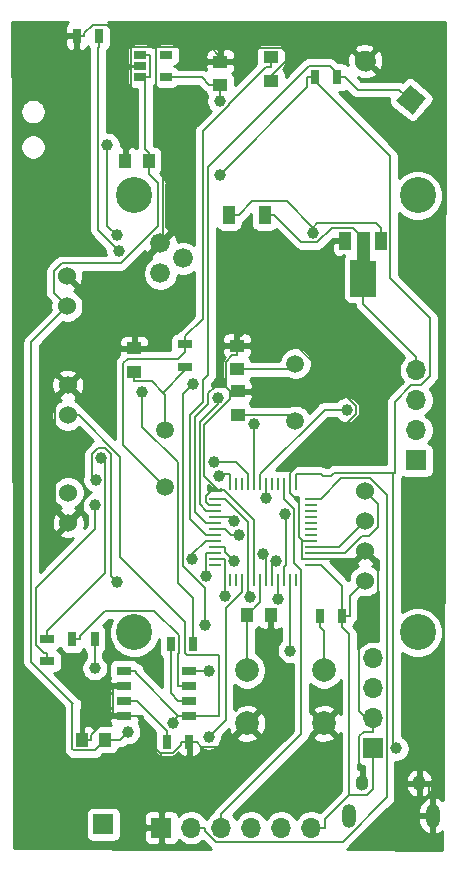
<source format=gbl>
G04 #@! TF.GenerationSoftware,KiCad,Pcbnew,5.1.7-a382d34a8~88~ubuntu18.04.1*
G04 #@! TF.CreationDate,2021-09-05T21:22:39+05:30*
G04 #@! TF.ProjectId,Sensor_PCB_v7,53656e73-6f72-45f5-9043-425f76372e6b,rev?*
G04 #@! TF.SameCoordinates,Original*
G04 #@! TF.FileFunction,Copper,L2,Bot*
G04 #@! TF.FilePolarity,Positive*
%FSLAX46Y46*%
G04 Gerber Fmt 4.6, Leading zero omitted, Abs format (unit mm)*
G04 Created by KiCad (PCBNEW 5.1.7-a382d34a8~88~ubuntu18.04.1) date 2021-09-05 21:22:39*
%MOMM*%
%LPD*%
G01*
G04 APERTURE LIST*
G04 #@! TA.AperFunction,ComponentPad*
%ADD10C,3.050000*%
G04 #@! TD*
G04 #@! TA.AperFunction,ComponentPad*
%ADD11C,1.676400*%
G04 #@! TD*
G04 #@! TA.AperFunction,SMDPad,CuDef*
%ADD12R,1.300000X0.700000*%
G04 #@! TD*
G04 #@! TA.AperFunction,ComponentPad*
%ADD13C,1.524000*%
G04 #@! TD*
G04 #@! TA.AperFunction,ComponentPad*
%ADD14O,1.200000X2.000000*%
G04 #@! TD*
G04 #@! TA.AperFunction,ComponentPad*
%ADD15O,1.100000X1.300000*%
G04 #@! TD*
G04 #@! TA.AperFunction,SMDPad,CuDef*
%ADD16R,1.000000X1.500000*%
G04 #@! TD*
G04 #@! TA.AperFunction,SMDPad,CuDef*
%ADD17C,0.100000*%
G04 #@! TD*
G04 #@! TA.AperFunction,ComponentPad*
%ADD18R,1.700000X1.700000*%
G04 #@! TD*
G04 #@! TA.AperFunction,ComponentPad*
%ADD19O,1.700000X1.700000*%
G04 #@! TD*
G04 #@! TA.AperFunction,SMDPad,CuDef*
%ADD20R,1.000000X0.230000*%
G04 #@! TD*
G04 #@! TA.AperFunction,SMDPad,CuDef*
%ADD21R,0.230000X1.000000*%
G04 #@! TD*
G04 #@! TA.AperFunction,SMDPad,CuDef*
%ADD22R,1.000000X1.250000*%
G04 #@! TD*
G04 #@! TA.AperFunction,SMDPad,CuDef*
%ADD23R,1.250000X1.000000*%
G04 #@! TD*
G04 #@! TA.AperFunction,SMDPad,CuDef*
%ADD24R,0.700000X1.300000*%
G04 #@! TD*
G04 #@! TA.AperFunction,ComponentPad*
%ADD25C,0.100000*%
G04 #@! TD*
G04 #@! TA.AperFunction,SMDPad,CuDef*
%ADD26R,1.060000X0.650000*%
G04 #@! TD*
G04 #@! TA.AperFunction,ComponentPad*
%ADD27C,1.500000*%
G04 #@! TD*
G04 #@! TA.AperFunction,ComponentPad*
%ADD28C,2.000000*%
G04 #@! TD*
G04 #@! TA.AperFunction,SMDPad,CuDef*
%ADD29R,1.000000X1.600000*%
G04 #@! TD*
G04 #@! TA.AperFunction,ViaPad*
%ADD30C,1.000000*%
G04 #@! TD*
G04 #@! TA.AperFunction,Conductor*
%ADD31C,0.200000*%
G04 #@! TD*
G04 #@! TA.AperFunction,Conductor*
%ADD32C,0.254000*%
G04 #@! TD*
G04 #@! TA.AperFunction,Conductor*
%ADD33C,0.100000*%
G04 #@! TD*
G04 APERTURE END LIST*
D10*
X57526960Y-34225320D03*
X33526960Y-34225320D03*
X33526960Y-71225320D03*
X57526960Y-71225320D03*
D11*
X35750500Y-40840700D03*
X37655500Y-39570700D03*
X35750500Y-38300700D03*
D12*
X38198200Y-76997600D03*
X38198200Y-78267600D03*
X38198200Y-75727600D03*
X38198200Y-74457600D03*
X32698200Y-76997600D03*
X32698200Y-78267600D03*
X32698200Y-75727600D03*
X32698200Y-74457600D03*
D13*
X27930200Y-59390600D03*
X27940200Y-61930600D03*
D14*
X51677600Y-86741000D03*
X58827600Y-86741000D03*
D15*
X52827600Y-83991000D03*
X57677600Y-83991000D03*
D13*
X27831100Y-41059400D03*
X27841100Y-43599400D03*
X27904800Y-50292300D03*
X27914800Y-52832300D03*
X53083100Y-59237900D03*
X53083100Y-61777900D03*
X53083100Y-64317900D03*
X53083100Y-66857900D03*
D16*
X51418500Y-38069000D03*
X54418500Y-38069000D03*
G04 #@! TA.AperFunction,SMDPad,CuDef*
D17*
G36*
X52448049Y-37309920D02*
G01*
X52454311Y-37311566D01*
X52476613Y-37319000D01*
X53428500Y-37319000D01*
X53438255Y-37319961D01*
X53447634Y-37322806D01*
X53456279Y-37327427D01*
X53463855Y-37333645D01*
X53470073Y-37341221D01*
X53474694Y-37349866D01*
X53477539Y-37359245D01*
X53478500Y-37369000D01*
X53478500Y-39759000D01*
X53928500Y-39759000D01*
X53938255Y-39759961D01*
X53947634Y-39762806D01*
X53956279Y-39767427D01*
X53963855Y-39773645D01*
X53970073Y-39781221D01*
X53974694Y-39789866D01*
X53977539Y-39799245D01*
X53978500Y-39808831D01*
X53988500Y-42758831D01*
X53987572Y-42768588D01*
X53984759Y-42777977D01*
X53980167Y-42786637D01*
X53973975Y-42794235D01*
X53966419Y-42800479D01*
X53957791Y-42805129D01*
X53948421Y-42808006D01*
X53938500Y-42809000D01*
X53428500Y-42809000D01*
X53428500Y-42849000D01*
X52428500Y-42849000D01*
X52428500Y-42809000D01*
X51878500Y-42809000D01*
X51868745Y-42808039D01*
X51859366Y-42805194D01*
X51850721Y-42800573D01*
X51843145Y-42794355D01*
X51836927Y-42786779D01*
X51832306Y-42778134D01*
X51829461Y-42768755D01*
X51828500Y-42759000D01*
X51828500Y-39749000D01*
X51829461Y-39739245D01*
X51832306Y-39729866D01*
X51836927Y-39721221D01*
X51843145Y-39713645D01*
X51850721Y-39707427D01*
X51859366Y-39702806D01*
X51868745Y-39699961D01*
X51878500Y-39699000D01*
X52398290Y-39699000D01*
X52388500Y-37359209D01*
X52389420Y-37349451D01*
X52392226Y-37340059D01*
X52396811Y-37331396D01*
X52402997Y-37323793D01*
X52410548Y-37317543D01*
X52419173Y-37312886D01*
X52428540Y-37310002D01*
X52438291Y-37309000D01*
X52448049Y-37309920D01*
G37*
G04 #@! TD.AperFunction*
D18*
X35826700Y-87769700D03*
D19*
X38366700Y-87769700D03*
X40906700Y-87769700D03*
X43446700Y-87769700D03*
X45986700Y-87769700D03*
X48526700Y-87769700D03*
D20*
X48516500Y-60403700D03*
D21*
X47246500Y-66753700D03*
X46738500Y-66753700D03*
X46230500Y-66753700D03*
X45722500Y-66753700D03*
X45214500Y-66753700D03*
X44706500Y-66753700D03*
X44198500Y-66753700D03*
X43690500Y-66753700D03*
X43182500Y-66753700D03*
X42674500Y-66753700D03*
X42166500Y-66753700D03*
X41658500Y-66753700D03*
D20*
X40388500Y-65483700D03*
X40388500Y-64975700D03*
X40388500Y-63959700D03*
X40388500Y-63451700D03*
X40388500Y-62943700D03*
X40388500Y-62435700D03*
X40388500Y-61927700D03*
X40388500Y-61419700D03*
X40388500Y-60911700D03*
X40388500Y-60403700D03*
X40388500Y-59895700D03*
D21*
X42166500Y-58625700D03*
X42674500Y-58625700D03*
X43182500Y-58625700D03*
X43690500Y-58625700D03*
X44198500Y-58625700D03*
X44706500Y-58625700D03*
X45214500Y-58625700D03*
X45722500Y-58625700D03*
X46230500Y-58625700D03*
X46738500Y-58625700D03*
X47246500Y-58625700D03*
D20*
X48516500Y-59895700D03*
X48516500Y-60911700D03*
X48516500Y-61419700D03*
X48516500Y-61927700D03*
X48516500Y-62435700D03*
X48516500Y-62943700D03*
X48516500Y-63451700D03*
X48516500Y-63959700D03*
X48516500Y-64467700D03*
X48516500Y-64975700D03*
X48516500Y-65483700D03*
D21*
X41658500Y-58625700D03*
D20*
X40388500Y-64467700D03*
D12*
X26162000Y-73660000D03*
X26162000Y-71760000D03*
D18*
X53743900Y-81026000D03*
D19*
X53743900Y-78486000D03*
X53743900Y-75946000D03*
X53743900Y-73406000D03*
D18*
X30927000Y-87470000D03*
X57411600Y-56649600D03*
D19*
X57411600Y-54109600D03*
X57411600Y-51569600D03*
X57411600Y-49029600D03*
D22*
X45084200Y-69761100D03*
X43084200Y-69761100D03*
D23*
X42227500Y-48947600D03*
X42227500Y-46947600D03*
X42296100Y-50805800D03*
X42296100Y-52805800D03*
X33530500Y-47150800D03*
X33530500Y-49150800D03*
X45102800Y-22521200D03*
X45102800Y-24521200D03*
D22*
X34756600Y-31285180D03*
X32756600Y-31285180D03*
D23*
X40828000Y-24896300D03*
X40828000Y-22896300D03*
D24*
X49230200Y-69824600D03*
X51130200Y-69824600D03*
D12*
X37863800Y-48719800D03*
X37863800Y-46819800D03*
D24*
X28656200Y-20728900D03*
X30556200Y-20728900D03*
X50739100Y-24226500D03*
X48839100Y-24226500D03*
G04 #@! TA.AperFunction,ComponentPad*
G36*
G01*
X53787934Y-23434548D02*
X53787934Y-23434548D01*
G75*
G02*
X52519985Y-23545479I-689440J578509D01*
G01*
X52519985Y-23545479D01*
G75*
G02*
X52409054Y-22277530I578509J689440D01*
G01*
X52409054Y-22277530D01*
G75*
G02*
X53677003Y-22166599I689440J-578509D01*
G01*
X53677003Y-22166599D01*
G75*
G02*
X53787934Y-23434548I-578509J-689440D01*
G01*
G37*
G04 #@! TD.AperFunction*
G04 #@! TA.AperFunction,ComponentPad*
D25*
G36*
X58257949Y-26010469D02*
G01*
X57100931Y-27389349D01*
X55722051Y-26232331D01*
X56879069Y-24853451D01*
X58257949Y-26010469D01*
G37*
G04 #@! TD.AperFunction*
D26*
X34053600Y-24226600D03*
X34053600Y-23276600D03*
X34053600Y-22326600D03*
X36253600Y-22326600D03*
X36253600Y-24226600D03*
D27*
X47170300Y-53345700D03*
X47170300Y-48465700D03*
X36141700Y-54058800D03*
X36141700Y-58938800D03*
D28*
X43075700Y-78940700D03*
X43075700Y-74440700D03*
X49575700Y-78940700D03*
X49575700Y-74440700D03*
D29*
X41573300Y-35864800D03*
X44573300Y-35864800D03*
D22*
X31100800Y-80299600D03*
X29100800Y-80299600D03*
D24*
X36614000Y-72207100D03*
X38514000Y-72207100D03*
X30187900Y-71777900D03*
X28287900Y-71777900D03*
X38173700Y-80490100D03*
X36273700Y-80490100D03*
D30*
X46276600Y-61177200D03*
X45722500Y-68420900D03*
X39527600Y-70564100D03*
X38473800Y-50191200D03*
X45561000Y-65204500D03*
X44462700Y-64605000D03*
X40757300Y-26246200D03*
X33012380Y-79649320D03*
X39829740Y-74531220D03*
X31256900Y-29988100D03*
X32065400Y-37617300D03*
X36838900Y-78900200D03*
X43376200Y-68226000D03*
X40770700Y-32489000D03*
X55712800Y-81054500D03*
X39828300Y-80095900D03*
X41188800Y-68118700D03*
X41999300Y-65191500D03*
X30257900Y-58304300D03*
X32105000Y-66980100D03*
X38448500Y-65006100D03*
X39588200Y-66422600D03*
X32232700Y-38916400D03*
X40588500Y-51406700D03*
X41945900Y-61756600D03*
X46738500Y-72770600D03*
X42380600Y-62973800D03*
X30230400Y-60455400D03*
X40265600Y-56797300D03*
X30759900Y-56452800D03*
X48665400Y-37382900D03*
X44706500Y-59851600D03*
X51544100Y-52365800D03*
X34194900Y-50890000D03*
X30187900Y-74248100D03*
X43690500Y-53609000D03*
X40688000Y-58000300D03*
D31*
X43084200Y-69809200D02*
X44198500Y-68694900D01*
X44198500Y-68694900D02*
X44198500Y-66753700D01*
X43084200Y-69809200D02*
X43084200Y-69857400D01*
X43084200Y-69761100D02*
X43084200Y-69809200D01*
X49230200Y-69824600D02*
X49230200Y-70774900D01*
X43084200Y-70223700D02*
X43084200Y-70686400D01*
X43084200Y-70223700D02*
X43084200Y-69857400D01*
X43075700Y-74440700D02*
X43075700Y-70694900D01*
X43075700Y-70694900D02*
X43084200Y-70686400D01*
X49575700Y-74440700D02*
X49575700Y-71120400D01*
X49575700Y-71120400D02*
X49230200Y-70774900D01*
X46230500Y-66753700D02*
X46230500Y-65666900D01*
X46230500Y-65666900D02*
X46361300Y-65536100D01*
X46361300Y-65536100D02*
X46361300Y-61261900D01*
X46361300Y-61261900D02*
X46276600Y-61177200D01*
X43152800Y-48947600D02*
X46688400Y-48947600D01*
X46688400Y-48947600D02*
X47170300Y-48465700D01*
X42227500Y-48947600D02*
X43152800Y-48947600D01*
X39527600Y-70564100D02*
X39527600Y-67494000D01*
X39527600Y-67494000D02*
X37634500Y-65600900D01*
X37634500Y-65600900D02*
X37634500Y-51030500D01*
X37634500Y-51030500D02*
X38473800Y-50191200D01*
X45722500Y-66753700D02*
X45722500Y-68420900D01*
X47170300Y-53345700D02*
X46630400Y-52805800D01*
X46630400Y-52805800D02*
X42296100Y-52805800D01*
X45214500Y-66753700D02*
X45214500Y-65551000D01*
X45214500Y-65551000D02*
X45561000Y-65204500D01*
X35979100Y-50929600D02*
X35000600Y-49951100D01*
X35000600Y-49951100D02*
X33530500Y-49951100D01*
X36141700Y-54058800D02*
X36141700Y-51092200D01*
X36141700Y-51092200D02*
X35979100Y-50929600D01*
X37863800Y-49044900D02*
X35979100Y-50929600D01*
X37863800Y-48719800D02*
X37863800Y-49044900D01*
X33530500Y-49150800D02*
X33530500Y-49951100D01*
X44706500Y-66753700D02*
X44706500Y-64848800D01*
X44706500Y-64848800D02*
X44462700Y-64605000D01*
X45102800Y-23321500D02*
X44702600Y-23321500D01*
X44702600Y-23321500D02*
X41557600Y-26466500D01*
X41557600Y-26466500D02*
X41557600Y-26577800D01*
X41557600Y-26577800D02*
X39328100Y-28807300D01*
X39328100Y-28807300D02*
X39328100Y-44705200D01*
X39328100Y-44705200D02*
X37863800Y-46169500D01*
X37863800Y-46819800D02*
X37863800Y-47470100D01*
X36141700Y-58938800D02*
X32605100Y-55402200D01*
X32605100Y-55402200D02*
X32605100Y-48448500D01*
X32605100Y-48448500D02*
X32984200Y-48069400D01*
X32984200Y-48069400D02*
X37264500Y-48069400D01*
X37264500Y-48069400D02*
X37863800Y-47470100D01*
X37863800Y-46819800D02*
X37863800Y-46169500D01*
X45102800Y-22521200D02*
X45102800Y-23321500D01*
X40757300Y-26246200D02*
X40828000Y-26175500D01*
X40828000Y-26175500D02*
X40828000Y-24896300D01*
X40828000Y-24896300D02*
X39902700Y-24896300D01*
X36253600Y-24226600D02*
X39233000Y-24226600D01*
X39233000Y-24226600D02*
X39902700Y-24896300D01*
X31100800Y-80299600D02*
X30175400Y-81225000D01*
X30175400Y-81225000D02*
X28417600Y-81225000D01*
X28417600Y-81225000D02*
X28297600Y-81105000D01*
X28297600Y-81105000D02*
X28297600Y-77409300D01*
X28297600Y-77409300D02*
X28392000Y-77314900D01*
X28392000Y-77314900D02*
X24804600Y-73727600D01*
X24804600Y-73727600D02*
X24804600Y-46635900D01*
X24804600Y-46635900D02*
X27841100Y-43599400D01*
X34883900Y-22326600D02*
X34883900Y-24226600D01*
X34468800Y-24226600D02*
X34883900Y-24226600D01*
X34053600Y-24226600D02*
X34468800Y-24226600D01*
X34053600Y-22326600D02*
X34883900Y-22326600D01*
X32362100Y-80299600D02*
X33012380Y-79649320D01*
X31100800Y-80299600D02*
X32362100Y-80299600D01*
X39756120Y-74457600D02*
X39829740Y-74531220D01*
X38198200Y-74457600D02*
X39756120Y-74457600D01*
X26731900Y-42490200D02*
X27841100Y-43599400D01*
X26731900Y-40655300D02*
X26731900Y-42490200D01*
X32377100Y-39974200D02*
X27413000Y-39974200D01*
X34468800Y-30308300D02*
X34756600Y-30596100D01*
X34468800Y-24226600D02*
X34468800Y-30308300D01*
X34756600Y-30596100D02*
X34756600Y-32446700D01*
X34756600Y-32446700D02*
X35529520Y-33219620D01*
X35529520Y-36821780D02*
X32377100Y-39974200D01*
X27413000Y-39974200D02*
X26731900Y-40655300D01*
X35529520Y-33219620D02*
X35529520Y-36821780D01*
X32065400Y-37617300D02*
X31256900Y-36808800D01*
X31256900Y-36808800D02*
X31256900Y-29988100D01*
X37247900Y-78267600D02*
X36838900Y-78676600D01*
X36838900Y-78676600D02*
X36838900Y-78900200D01*
X33648500Y-74457600D02*
X33648500Y-74668200D01*
X33648500Y-74668200D02*
X37247900Y-78267600D01*
X32698200Y-74457600D02*
X33648500Y-74457600D01*
X38198200Y-78267600D02*
X37247900Y-78267600D01*
X28837400Y-52832300D02*
X27914800Y-52832300D01*
X32347600Y-56342500D02*
X28837400Y-52832300D01*
X32347600Y-64820000D02*
X32347600Y-56342500D01*
X37863700Y-70336100D02*
X32347600Y-64820000D01*
X38198200Y-78267600D02*
X40700960Y-78267600D01*
X40700960Y-78267600D02*
X40700960Y-73202800D01*
X40700960Y-73202800D02*
X40655660Y-73157500D01*
X40655660Y-73157500D02*
X38039700Y-73157500D01*
X38039700Y-73157500D02*
X37863700Y-72981500D01*
X37863700Y-72981500D02*
X37863700Y-70336100D01*
X47246500Y-57825400D02*
X49346600Y-57825400D01*
X49346600Y-57825400D02*
X49507400Y-57986200D01*
X49507400Y-57986200D02*
X50170500Y-57986200D01*
X50170500Y-57986200D02*
X50434400Y-57722300D01*
X50434400Y-57722300D02*
X55597500Y-57722300D01*
X55597500Y-57722300D02*
X55597500Y-51704300D01*
X55597500Y-51704300D02*
X57002200Y-50299600D01*
X57002200Y-50299600D02*
X57805800Y-50299600D01*
X57805800Y-50299600D02*
X58596600Y-49508800D01*
X58596600Y-49508800D02*
X58596600Y-44632600D01*
X58596600Y-44632600D02*
X55218900Y-41254900D01*
X55218900Y-41254900D02*
X55218900Y-30931400D01*
X55218900Y-30931400D02*
X48514000Y-24226500D01*
X43182500Y-66753700D02*
X43182500Y-61859900D01*
X43182500Y-61859900D02*
X41218300Y-59895700D01*
X41218300Y-59895700D02*
X40388500Y-59895700D01*
X43376200Y-68226000D02*
X43182500Y-68032300D01*
X43182500Y-68032300D02*
X43182500Y-66753700D01*
X47246500Y-58625700D02*
X47246500Y-57825400D01*
X48514000Y-24226500D02*
X48188800Y-24226500D01*
X48839100Y-24226500D02*
X48514000Y-24226500D01*
X48188800Y-24226500D02*
X48188800Y-25070900D01*
X48188800Y-25070900D02*
X40770700Y-32489000D01*
X48916700Y-65483700D02*
X48516500Y-65483700D01*
X51130200Y-69824600D02*
X51130200Y-67297100D01*
X51130200Y-67297100D02*
X49316800Y-65483700D01*
X51735800Y-84981600D02*
X51735800Y-71380500D01*
X51735800Y-71380500D02*
X51130200Y-70774900D01*
X48916700Y-65483700D02*
X49316800Y-65483700D01*
X51130200Y-69824600D02*
X51130200Y-70774900D01*
X51735800Y-84981600D02*
X49677000Y-87040400D01*
X49677000Y-87040400D02*
X49677000Y-87769700D01*
X53743900Y-81026000D02*
X53743900Y-84451200D01*
X53743900Y-84451200D02*
X53213500Y-84981600D01*
X53213500Y-84981600D02*
X51735800Y-84981600D01*
X48526700Y-87769700D02*
X49677000Y-87769700D01*
X51130200Y-69824600D02*
X51780500Y-69824600D01*
X51780500Y-69824600D02*
X51780500Y-68160500D01*
X51780500Y-68160500D02*
X53083100Y-66857900D01*
X55476140Y-57843660D02*
X55597500Y-57722300D01*
X55476140Y-80817840D02*
X55476140Y-57843660D01*
X55712800Y-81054500D02*
X55476140Y-80817840D01*
X40906700Y-86619400D02*
X47671400Y-79854700D01*
X47671400Y-79854700D02*
X47671400Y-65968600D01*
X47671400Y-65968600D02*
X47076900Y-65374100D01*
X47076900Y-65374100D02*
X47076900Y-60815700D01*
X47076900Y-60815700D02*
X46230500Y-59969300D01*
X46230500Y-59969300D02*
X46230500Y-58625700D01*
X40906700Y-87769700D02*
X40906700Y-86619400D01*
X40443800Y-88934900D02*
X39517000Y-88008100D01*
X51050600Y-58161900D02*
X53509700Y-58161900D01*
X38366700Y-87769700D02*
X39517000Y-87769700D01*
X51176800Y-88934900D02*
X40443800Y-88934900D01*
X49316800Y-59895700D02*
X51050600Y-58161900D01*
X48516500Y-59895700D02*
X49316800Y-59895700D01*
X53509700Y-58161900D02*
X54908400Y-59560600D01*
X54908400Y-59560600D02*
X54908400Y-85203300D01*
X54908400Y-85203300D02*
X51176800Y-88934900D01*
X39517000Y-88008100D02*
X39517000Y-87769700D01*
X51064300Y-24226500D02*
X50113900Y-23276100D01*
X50113900Y-23276100D02*
X48300300Y-23276100D01*
X48300300Y-23276100D02*
X39788200Y-31788200D01*
X39788200Y-31788200D02*
X39788200Y-49447400D01*
X39788200Y-49447400D02*
X39387900Y-49847700D01*
X39387900Y-49847700D02*
X39387900Y-51710300D01*
X39387900Y-51710300D02*
X38264300Y-52833900D01*
X38264300Y-52833900D02*
X38264300Y-61619800D01*
X38264300Y-61619800D02*
X39588200Y-62943700D01*
X40388500Y-62943700D02*
X39588200Y-62943700D01*
X51064300Y-24226500D02*
X51389400Y-24226500D01*
X50739100Y-24226500D02*
X51064300Y-24226500D01*
X56990000Y-26121400D02*
X55990100Y-25282400D01*
X55990100Y-25282400D02*
X52445300Y-25282400D01*
X52445300Y-25282400D02*
X51389400Y-24226500D01*
X42674500Y-67795900D02*
X42674500Y-66753700D01*
X41280080Y-78644120D02*
X41280080Y-76754082D01*
X41280080Y-69190320D02*
X42674500Y-67795900D01*
X41280080Y-75981198D02*
X41280080Y-69190320D01*
X39828300Y-80095900D02*
X41280080Y-78644120D01*
X41277639Y-75983639D02*
X41280080Y-75981198D01*
X41280080Y-76754082D02*
X41277639Y-76751641D01*
X41277639Y-76751641D02*
X41277639Y-75983639D01*
X41188800Y-64975700D02*
X41188800Y-68118700D01*
X40388500Y-64975700D02*
X41188800Y-64975700D01*
X30257900Y-58304300D02*
X29939500Y-57985900D01*
X29939500Y-57985900D02*
X29939500Y-56141400D01*
X29939500Y-56141400D02*
X30428400Y-55652500D01*
X30428400Y-55652500D02*
X31091500Y-55652500D01*
X31091500Y-55652500D02*
X31560200Y-56121200D01*
X31560200Y-56121200D02*
X31560200Y-66435300D01*
X31560200Y-66435300D02*
X32105000Y-66980100D01*
X40388500Y-63959700D02*
X41188800Y-63959700D01*
X41188800Y-63959700D02*
X41188800Y-64381000D01*
X41188800Y-64381000D02*
X41999300Y-65191500D01*
X40388500Y-63451700D02*
X39588200Y-63451700D01*
X38448500Y-65006100D02*
X38448500Y-64591400D01*
X38448500Y-64591400D02*
X39588200Y-63451700D01*
X48516500Y-63959700D02*
X50901300Y-63959700D01*
X50901300Y-63959700D02*
X53083100Y-61777900D01*
X48516500Y-64467700D02*
X51409900Y-64467700D01*
X51409900Y-64467700D02*
X52829700Y-63047900D01*
X52829700Y-63047900D02*
X53380900Y-63047900D01*
X53380900Y-63047900D02*
X54164700Y-62264100D01*
X54164700Y-62264100D02*
X54164700Y-60319500D01*
X54164700Y-60319500D02*
X53083100Y-59237900D01*
X39588200Y-64467700D02*
X39588200Y-66422600D01*
X40388500Y-64467700D02*
X39588200Y-64467700D01*
X30556200Y-21679200D02*
X30456600Y-21778800D01*
X30456600Y-21778800D02*
X30456600Y-37140300D01*
X30456600Y-37140300D02*
X32232700Y-38916400D01*
X30556200Y-20728900D02*
X30556200Y-21679200D01*
X40388500Y-60911700D02*
X39588200Y-60911700D01*
X40588500Y-51406700D02*
X40588500Y-51860700D01*
X40588500Y-51860700D02*
X39064900Y-53384300D01*
X39064900Y-53384300D02*
X39064900Y-60388400D01*
X39064900Y-60388400D02*
X39588200Y-60911700D01*
X40388500Y-61419700D02*
X41609000Y-61419700D01*
X41609000Y-61419700D02*
X41945900Y-61756600D01*
X46738500Y-66753700D02*
X46738500Y-72770600D01*
X41276900Y-50439300D02*
X41276900Y-48310300D01*
X41276900Y-48310300D02*
X41839300Y-47747900D01*
X41839300Y-47747900D02*
X42227500Y-47747900D01*
X41643400Y-50805800D02*
X41276900Y-50439300D01*
X41276900Y-50439300D02*
X40339000Y-50439300D01*
X40339000Y-50439300D02*
X39788200Y-50990100D01*
X39788200Y-50990100D02*
X39788200Y-51876100D01*
X39788200Y-51876100D02*
X38664600Y-52999700D01*
X38664600Y-52999700D02*
X38664600Y-61004100D01*
X38664600Y-61004100D02*
X39588200Y-61927700D01*
X40388500Y-61927700D02*
X39588200Y-61927700D01*
X40352000Y-58884700D02*
X39465200Y-57998000D01*
X39465200Y-57998000D02*
X39465200Y-53661900D01*
X39465200Y-53661900D02*
X41643400Y-51483700D01*
X41643400Y-51483700D02*
X41643400Y-50805800D01*
X43690500Y-65953400D02*
X43662400Y-65925300D01*
X43662400Y-65925300D02*
X43662400Y-61678900D01*
X43662400Y-61678900D02*
X41117000Y-59133500D01*
X41117000Y-59133500D02*
X40600700Y-59133500D01*
X40600700Y-59133500D02*
X40352000Y-58884700D01*
X40352000Y-58884700D02*
X39588100Y-59648600D01*
X39588100Y-59648600D02*
X39588100Y-60145200D01*
X39588100Y-60145200D02*
X39846600Y-60403700D01*
X39846600Y-60403700D02*
X40388500Y-60403700D01*
X44506300Y-44180900D02*
X52347900Y-52022600D01*
X52347900Y-52022600D02*
X52347900Y-52724000D01*
X52347900Y-52724000D02*
X50643200Y-54428700D01*
X50643200Y-54428700D02*
X50076900Y-54428700D01*
X50076900Y-54428700D02*
X46738500Y-57767100D01*
X46738500Y-57767100D02*
X46738500Y-58625700D01*
X47816300Y-63451700D02*
X47477200Y-63112600D01*
X47477200Y-63112600D02*
X47477200Y-60164700D01*
X47477200Y-60164700D02*
X46738500Y-59426000D01*
X43690500Y-66753700D02*
X43690500Y-65953400D01*
X48516500Y-64975700D02*
X52425300Y-64975700D01*
X52425300Y-64975700D02*
X53083100Y-64317900D01*
X44506300Y-44180900D02*
X42539900Y-46147300D01*
X42539900Y-46147300D02*
X42227500Y-46147300D01*
X50618200Y-38069000D02*
X44506300Y-44180900D01*
X46738500Y-58925700D02*
X46738500Y-58625700D01*
X46738500Y-58925700D02*
X46738500Y-59426000D01*
X45084200Y-69761100D02*
X45084200Y-76932200D01*
X45084200Y-76932200D02*
X43075700Y-78940700D01*
X38173700Y-80490100D02*
X38824000Y-80490100D01*
X47816300Y-63451700D02*
X47716200Y-63551800D01*
X47716200Y-63551800D02*
X47716200Y-64975700D01*
X35400800Y-21701200D02*
X33320100Y-21701200D01*
X33320100Y-21701200D02*
X33223200Y-21798100D01*
X40828000Y-22496100D02*
X40033100Y-21701200D01*
X40033100Y-21701200D02*
X35400800Y-21701200D01*
X33530500Y-47150800D02*
X33530500Y-40520700D01*
X33530500Y-40520700D02*
X35750500Y-38300700D01*
X27904800Y-50292300D02*
X26832000Y-51365100D01*
X26832000Y-51365100D02*
X26832000Y-60822400D01*
X26832000Y-60822400D02*
X27940200Y-61930600D01*
X27904800Y-50292300D02*
X31046300Y-47150800D01*
X53743900Y-79061100D02*
X52571600Y-77888800D01*
X52571600Y-77888800D02*
X52571600Y-70939300D01*
X52571600Y-70939300D02*
X54169200Y-69341700D01*
X54169200Y-69341700D02*
X54169200Y-65404000D01*
X54169200Y-65404000D02*
X53083100Y-64317900D01*
X53743900Y-79061100D02*
X53743900Y-79636300D01*
X53743900Y-78486000D02*
X53743900Y-79061100D01*
X38824000Y-80490100D02*
X39230100Y-80896200D01*
X39230100Y-80896200D02*
X41120200Y-80896200D01*
X41120200Y-80896200D02*
X43075700Y-78940700D01*
X42296100Y-50805800D02*
X41643400Y-50805800D01*
X33223200Y-21798100D02*
X33223200Y-23276500D01*
X33223200Y-23276500D02*
X33223300Y-23276600D01*
X29306500Y-20728900D02*
X29306500Y-20485000D01*
X29306500Y-20485000D02*
X30013000Y-19778500D01*
X30013000Y-19778500D02*
X31203600Y-19778500D01*
X31203600Y-19778500D02*
X33223200Y-21798100D01*
X40828000Y-22496100D02*
X40828000Y-22096000D01*
X40828000Y-22896300D02*
X40828000Y-22496100D01*
X35826700Y-81440500D02*
X36810700Y-81440500D01*
X36810700Y-81440500D02*
X37523400Y-80727800D01*
X37523400Y-80727800D02*
X37523400Y-80490100D01*
X35826700Y-81440500D02*
X35826700Y-86619400D01*
X31747900Y-78267600D02*
X32698200Y-78267600D01*
X29901100Y-80299600D02*
X29901100Y-79899500D01*
X29901100Y-79899500D02*
X31533000Y-78267600D01*
X31533000Y-78267600D02*
X31747900Y-78267600D01*
X31747900Y-75727600D02*
X31747900Y-78267600D01*
X32698200Y-75727600D02*
X31747900Y-75727600D01*
X31046300Y-47150800D02*
X33530500Y-47150800D01*
X27831100Y-41059400D02*
X31046300Y-44274600D01*
X31046300Y-44274600D02*
X31046300Y-47150800D01*
X46367800Y-22056500D02*
X46032100Y-21720800D01*
X46032100Y-21720800D02*
X41203200Y-21720800D01*
X41203200Y-21720800D02*
X40828000Y-22096000D01*
X45102800Y-24121000D02*
X46367800Y-22856000D01*
X46367800Y-22856000D02*
X46367800Y-22056500D01*
X52145700Y-22056500D02*
X46367800Y-22056500D01*
X58827600Y-86741000D02*
X58827600Y-85440700D01*
X57677600Y-83991000D02*
X58527900Y-83991000D01*
X58527900Y-83991000D02*
X58527900Y-85141000D01*
X58527900Y-85141000D02*
X58827600Y-85440700D01*
X48516500Y-63451700D02*
X47816300Y-63451700D01*
X42227500Y-46947600D02*
X42227500Y-46147300D01*
X51418500Y-38069000D02*
X50618200Y-38069000D01*
X38086400Y-80490100D02*
X38173700Y-80490100D01*
X38086400Y-80490100D02*
X37523400Y-80490100D01*
X48116400Y-64975700D02*
X48516500Y-64975700D01*
X48116400Y-64975700D02*
X47716200Y-64975700D01*
X52827600Y-83991000D02*
X52827600Y-83040700D01*
X53743900Y-79636300D02*
X52953100Y-79636300D01*
X52953100Y-79636300D02*
X52568900Y-80020500D01*
X52568900Y-80020500D02*
X52568900Y-82782000D01*
X52568900Y-82782000D02*
X52827600Y-83040700D01*
X53098500Y-22856000D02*
X52145700Y-22056500D01*
X45102800Y-24521200D02*
X45102800Y-24121000D01*
X42227500Y-46947600D02*
X42227500Y-47747900D01*
X32756600Y-31521400D02*
X32756600Y-30596100D01*
X28656200Y-20728900D02*
X29306500Y-20728900D01*
X34053600Y-23276600D02*
X33223300Y-23276600D01*
X33223300Y-23276600D02*
X33223300Y-30129400D01*
X33223300Y-30129400D02*
X32756600Y-30596100D01*
X29100800Y-80299600D02*
X29901100Y-80299600D01*
X35826700Y-87769700D02*
X35826700Y-86619400D01*
X34241740Y-79963240D02*
X35719000Y-81440500D01*
X35719000Y-81440500D02*
X35826700Y-81440500D01*
X32698200Y-78267600D02*
X34241740Y-78267600D01*
X34241740Y-78267600D02*
X34241740Y-79963240D01*
X35400800Y-29046100D02*
X35400800Y-21701200D01*
X35979100Y-29624400D02*
X35400800Y-29046100D01*
X35750500Y-38300700D02*
X35979100Y-38072100D01*
X35979100Y-38072100D02*
X35979100Y-29624400D01*
X40388500Y-62435700D02*
X41188800Y-62435700D01*
X42380600Y-62973800D02*
X41726900Y-62973800D01*
X41726900Y-62973800D02*
X41188800Y-62435700D01*
X26162000Y-73660000D02*
X26162000Y-73009700D01*
X26162000Y-73009700D02*
X25918100Y-73009700D01*
X25918100Y-73009700D02*
X25211600Y-72303200D01*
X25211600Y-72303200D02*
X25211600Y-67462900D01*
X25211600Y-67462900D02*
X30230400Y-62444100D01*
X30230400Y-62444100D02*
X30230400Y-60455400D01*
X40265600Y-56797300D02*
X42154400Y-56797300D01*
X42154400Y-56797300D02*
X43182500Y-57825400D01*
X26162000Y-71109700D02*
X31072900Y-66198800D01*
X31072900Y-66198800D02*
X31072900Y-56765800D01*
X31072900Y-56765800D02*
X30759900Y-56452800D01*
X43182500Y-58625700D02*
X43182500Y-57825400D01*
X26162000Y-71760000D02*
X26162000Y-71109700D01*
X44573300Y-35864800D02*
X45373600Y-35864800D01*
X45373600Y-35864800D02*
X47696300Y-38187500D01*
X47696300Y-38187500D02*
X49046900Y-38187500D01*
X49046900Y-38187500D02*
X50237900Y-36996500D01*
X50237900Y-36996500D02*
X52068800Y-36996500D01*
X52068800Y-36996500D02*
X52928500Y-37856200D01*
X52928500Y-37856200D02*
X52928500Y-40099000D01*
X57411600Y-49029600D02*
X57411600Y-47879300D01*
X57411600Y-47879300D02*
X52928500Y-43396200D01*
X52928500Y-43396200D02*
X52928500Y-40099000D01*
X54418500Y-37018700D02*
X53996000Y-36596200D01*
X53996000Y-36596200D02*
X49015700Y-36596200D01*
X49015700Y-36596200D02*
X48665400Y-36946500D01*
X48665400Y-36946500D02*
X48665400Y-37382900D01*
X42373600Y-35864800D02*
X43528700Y-34709700D01*
X43528700Y-34709700D02*
X46428600Y-34709700D01*
X46428600Y-34709700D02*
X48665400Y-36946500D01*
X54418500Y-38069000D02*
X54418500Y-37018700D01*
X41573300Y-35864800D02*
X42373600Y-35864800D01*
X44706500Y-58625700D02*
X44706500Y-59851600D01*
X51544100Y-52365800D02*
X49658100Y-52365800D01*
X49658100Y-52365800D02*
X44198500Y-57825400D01*
X44198500Y-58625700D02*
X44198500Y-57825400D01*
X34194900Y-50890000D02*
X34194900Y-53812100D01*
X34194900Y-53812100D02*
X37205300Y-56822500D01*
X37205300Y-56822500D02*
X37205300Y-67025600D01*
X37205300Y-67025600D02*
X38514000Y-68334300D01*
X38514000Y-68334300D02*
X38514000Y-72207100D01*
X30187900Y-71777900D02*
X30187900Y-74248100D01*
X36614000Y-72207100D02*
X36614000Y-76363700D01*
X36614000Y-76363700D02*
X37247900Y-76997600D01*
X38198200Y-76997600D02*
X37247900Y-76997600D01*
X37247900Y-75727600D02*
X38198200Y-75727600D01*
X37247900Y-73023700D02*
X37247900Y-75727600D01*
X37298100Y-72973500D02*
X37247900Y-73023700D01*
X37298100Y-71453300D02*
X37298100Y-72973500D01*
X34402961Y-69400319D02*
X34408142Y-69405500D01*
X28938200Y-71777900D02*
X28938200Y-71534000D01*
X35250300Y-69405500D02*
X37298100Y-71453300D01*
X28287900Y-71777900D02*
X28938200Y-71777900D01*
X34408142Y-69405500D02*
X35250300Y-69405500D01*
X31066700Y-69405500D02*
X32645778Y-69405500D01*
X28938200Y-71534000D02*
X31066700Y-69405500D01*
X32645778Y-69405500D02*
X32650959Y-69400319D01*
X32650959Y-69400319D02*
X34402961Y-69400319D01*
X36273700Y-80490100D02*
X36273700Y-79539800D01*
X36273700Y-79539800D02*
X33731500Y-76997600D01*
X33731500Y-76997600D02*
X32698200Y-76997600D01*
X43690500Y-58625700D02*
X43690500Y-53609000D01*
X41658500Y-57825400D02*
X40862900Y-57825400D01*
X40862900Y-57825400D02*
X40688000Y-58000300D01*
X41658500Y-58625700D02*
X41658500Y-57825400D01*
D32*
X59867364Y-19583365D02*
X59641424Y-85408012D01*
X59611074Y-85377922D01*
X59408133Y-85243579D01*
X59182882Y-85151409D01*
X59145209Y-85147538D01*
X58954600Y-85272269D01*
X58954600Y-86614000D01*
X58974600Y-86614000D01*
X58974600Y-86868000D01*
X58954600Y-86868000D01*
X58954600Y-88209731D01*
X59145209Y-88334462D01*
X59182882Y-88330591D01*
X59408133Y-88238421D01*
X59611074Y-88104078D01*
X59632242Y-88083091D01*
X59626938Y-89628353D01*
X51513669Y-89588247D01*
X51587120Y-89548987D01*
X51699038Y-89457138D01*
X51722059Y-89429087D01*
X54283146Y-86868000D01*
X57592600Y-86868000D01*
X57592600Y-87268000D01*
X57641107Y-87506496D01*
X57735210Y-87730946D01*
X57871293Y-87932725D01*
X58044126Y-88104078D01*
X58247067Y-88238421D01*
X58472318Y-88330591D01*
X58509991Y-88334462D01*
X58700600Y-88209731D01*
X58700600Y-86868000D01*
X57592600Y-86868000D01*
X54283146Y-86868000D01*
X54937146Y-86214000D01*
X57592600Y-86214000D01*
X57592600Y-86614000D01*
X58700600Y-86614000D01*
X58700600Y-85272269D01*
X58509991Y-85147538D01*
X58472318Y-85151409D01*
X58247067Y-85243579D01*
X58044126Y-85377922D01*
X57871293Y-85549275D01*
X57735210Y-85751054D01*
X57641107Y-85975504D01*
X57592600Y-86214000D01*
X54937146Y-86214000D01*
X55402593Y-85748554D01*
X55430638Y-85725538D01*
X55522487Y-85613620D01*
X55590737Y-85485933D01*
X55632765Y-85347385D01*
X55643400Y-85239405D01*
X55643400Y-85239396D01*
X55646955Y-85203301D01*
X55643400Y-85167206D01*
X55643400Y-84302816D01*
X56512841Y-84302816D01*
X56576545Y-84525979D01*
X56682562Y-84732426D01*
X56826817Y-84914223D01*
X57003767Y-85064385D01*
X57206613Y-85177140D01*
X57367856Y-85234803D01*
X57550600Y-85109361D01*
X57550600Y-84118000D01*
X57804600Y-84118000D01*
X57804600Y-85109361D01*
X57987344Y-85234803D01*
X58148587Y-85177140D01*
X58351433Y-85064385D01*
X58528383Y-84914223D01*
X58672638Y-84732426D01*
X58778655Y-84525979D01*
X58842359Y-84302816D01*
X58702404Y-84118000D01*
X57804600Y-84118000D01*
X57550600Y-84118000D01*
X56652796Y-84118000D01*
X56512841Y-84302816D01*
X55643400Y-84302816D01*
X55643400Y-83679184D01*
X56512841Y-83679184D01*
X56652796Y-83864000D01*
X57550600Y-83864000D01*
X57550600Y-82872639D01*
X57804600Y-82872639D01*
X57804600Y-83864000D01*
X58702404Y-83864000D01*
X58842359Y-83679184D01*
X58778655Y-83456021D01*
X58672638Y-83249574D01*
X58528383Y-83067777D01*
X58351433Y-82917615D01*
X58148587Y-82804860D01*
X57987344Y-82747197D01*
X57804600Y-82872639D01*
X57550600Y-82872639D01*
X57367856Y-82747197D01*
X57206613Y-82804860D01*
X57003767Y-82917615D01*
X56826817Y-83067777D01*
X56682562Y-83249574D01*
X56576545Y-83456021D01*
X56512841Y-83679184D01*
X55643400Y-83679184D01*
X55643400Y-82189500D01*
X55824588Y-82189500D01*
X56043867Y-82145883D01*
X56250424Y-82060324D01*
X56436320Y-81936112D01*
X56594412Y-81778020D01*
X56718624Y-81592124D01*
X56804183Y-81385567D01*
X56847800Y-81166288D01*
X56847800Y-80942712D01*
X56804183Y-80723433D01*
X56718624Y-80516876D01*
X56594412Y-80330980D01*
X56436320Y-80172888D01*
X56250424Y-80048676D01*
X56211140Y-80032404D01*
X56211140Y-72943927D01*
X56503816Y-73139487D01*
X56896911Y-73302312D01*
X57314219Y-73385320D01*
X57739701Y-73385320D01*
X58157009Y-73302312D01*
X58550104Y-73139487D01*
X58903880Y-72903101D01*
X59204741Y-72602240D01*
X59441127Y-72248464D01*
X59603952Y-71855369D01*
X59686960Y-71438061D01*
X59686960Y-71012579D01*
X59603952Y-70595271D01*
X59441127Y-70202176D01*
X59204741Y-69848400D01*
X58903880Y-69547539D01*
X58550104Y-69311153D01*
X58157009Y-69148328D01*
X57739701Y-69065320D01*
X57314219Y-69065320D01*
X56896911Y-69148328D01*
X56503816Y-69311153D01*
X56211140Y-69506713D01*
X56211140Y-58133165D01*
X56211587Y-58132620D01*
X56253197Y-58054773D01*
X56317420Y-58089102D01*
X56437118Y-58125412D01*
X56561600Y-58137672D01*
X58261600Y-58137672D01*
X58386082Y-58125412D01*
X58505780Y-58089102D01*
X58616094Y-58030137D01*
X58712785Y-57950785D01*
X58792137Y-57854094D01*
X58851102Y-57743780D01*
X58887412Y-57624082D01*
X58899672Y-57499600D01*
X58899672Y-55799600D01*
X58887412Y-55675118D01*
X58851102Y-55555420D01*
X58792137Y-55445106D01*
X58712785Y-55348415D01*
X58616094Y-55269063D01*
X58505780Y-55210098D01*
X58433220Y-55188087D01*
X58565075Y-55056232D01*
X58727590Y-54813011D01*
X58839532Y-54542758D01*
X58896600Y-54255860D01*
X58896600Y-53963340D01*
X58839532Y-53676442D01*
X58727590Y-53406189D01*
X58565075Y-53162968D01*
X58358232Y-52956125D01*
X58183840Y-52839600D01*
X58358232Y-52723075D01*
X58565075Y-52516232D01*
X58727590Y-52273011D01*
X58839532Y-52002758D01*
X58896600Y-51715860D01*
X58896600Y-51423340D01*
X58839532Y-51136442D01*
X58727590Y-50866189D01*
X58565075Y-50622968D01*
X58543477Y-50601370D01*
X59090797Y-50054050D01*
X59118837Y-50031038D01*
X59141850Y-50002997D01*
X59141853Y-50002994D01*
X59186848Y-49948167D01*
X59210687Y-49919120D01*
X59278937Y-49791433D01*
X59311951Y-49682600D01*
X59320965Y-49652886D01*
X59335156Y-49508801D01*
X59331600Y-49472696D01*
X59331600Y-44668696D01*
X59335155Y-44632599D01*
X59331600Y-44596502D01*
X59331600Y-44596495D01*
X59320965Y-44488515D01*
X59278937Y-44349967D01*
X59210687Y-44222280D01*
X59118838Y-44110362D01*
X59090793Y-44087346D01*
X55953900Y-40950454D01*
X55953900Y-35706961D01*
X56150040Y-35903101D01*
X56503816Y-36139487D01*
X56896911Y-36302312D01*
X57314219Y-36385320D01*
X57739701Y-36385320D01*
X58157009Y-36302312D01*
X58550104Y-36139487D01*
X58903880Y-35903101D01*
X59204741Y-35602240D01*
X59441127Y-35248464D01*
X59603952Y-34855369D01*
X59686960Y-34438061D01*
X59686960Y-34012579D01*
X59603952Y-33595271D01*
X59441127Y-33202176D01*
X59204741Y-32848400D01*
X58903880Y-32547539D01*
X58550104Y-32311153D01*
X58157009Y-32148328D01*
X57739701Y-32065320D01*
X57314219Y-32065320D01*
X56896911Y-32148328D01*
X56503816Y-32311153D01*
X56150040Y-32547539D01*
X55953900Y-32743679D01*
X55953900Y-30967505D01*
X55957456Y-30931400D01*
X55943265Y-30787315D01*
X55901237Y-30648766D01*
X55832987Y-30521080D01*
X55764153Y-30437206D01*
X55741138Y-30409162D01*
X55713093Y-30386146D01*
X50841518Y-25514572D01*
X51089100Y-25514572D01*
X51213582Y-25502312D01*
X51333280Y-25466002D01*
X51443594Y-25407037D01*
X51491322Y-25367868D01*
X51900046Y-25776593D01*
X51923062Y-25804638D01*
X52034980Y-25896487D01*
X52162667Y-25964737D01*
X52259186Y-25994016D01*
X52301214Y-26006765D01*
X52315432Y-26008165D01*
X52409195Y-26017400D01*
X52409202Y-26017400D01*
X52445299Y-26020955D01*
X52481396Y-26017400D01*
X55123358Y-26017400D01*
X55113511Y-26040459D01*
X55087771Y-26162866D01*
X55086407Y-26287943D01*
X55109470Y-26410882D01*
X55156074Y-26526960D01*
X55224428Y-26631715D01*
X55311906Y-26721122D01*
X56690786Y-27878140D01*
X56794025Y-27948764D01*
X56909059Y-27997889D01*
X57031466Y-28023629D01*
X57156543Y-28024993D01*
X57279482Y-28001930D01*
X57395560Y-27955326D01*
X57500315Y-27886972D01*
X57589722Y-27799494D01*
X58746740Y-26420614D01*
X58817364Y-26317375D01*
X58866489Y-26202341D01*
X58892229Y-26079934D01*
X58893593Y-25954857D01*
X58870530Y-25831918D01*
X58823926Y-25715840D01*
X58755572Y-25611085D01*
X58668094Y-25521678D01*
X57289214Y-24364660D01*
X57185975Y-24294036D01*
X57070941Y-24244911D01*
X56948534Y-24219171D01*
X56823457Y-24217807D01*
X56700518Y-24240870D01*
X56584440Y-24287474D01*
X56479685Y-24355828D01*
X56390278Y-24443306D01*
X56261582Y-24596680D01*
X56241850Y-24590695D01*
X56212181Y-24578025D01*
X56172753Y-24569734D01*
X56134185Y-24558035D01*
X56102071Y-24554872D01*
X56070497Y-24548233D01*
X56030203Y-24547794D01*
X56026205Y-24547400D01*
X55994074Y-24547400D01*
X55925724Y-24546655D01*
X55921753Y-24547400D01*
X52749747Y-24547400D01*
X52444436Y-24242089D01*
X52701098Y-24338711D01*
X52997989Y-24387750D01*
X53298742Y-24377926D01*
X53591800Y-24309617D01*
X53865900Y-24185447D01*
X54006243Y-24093866D01*
X54066630Y-23834189D01*
X53114148Y-23034961D01*
X53101292Y-23050282D01*
X52906717Y-22887013D01*
X52919572Y-22871693D01*
X52882261Y-22840385D01*
X53277416Y-22840385D01*
X54229898Y-23639613D01*
X54475144Y-23535051D01*
X54540964Y-23380937D01*
X54615650Y-23089440D01*
X54632033Y-22788972D01*
X54589482Y-22491082D01*
X54489634Y-22207217D01*
X54336324Y-21948286D01*
X54077038Y-21887432D01*
X53277416Y-22840385D01*
X52882261Y-22840385D01*
X51967090Y-22072465D01*
X51721844Y-22177027D01*
X51656024Y-22331141D01*
X51581338Y-22622638D01*
X51564955Y-22923106D01*
X51605124Y-23204322D01*
X51540285Y-23125315D01*
X51443594Y-23045963D01*
X51333280Y-22986998D01*
X51213582Y-22950688D01*
X51089100Y-22938428D01*
X50815674Y-22938428D01*
X50659158Y-22781912D01*
X50636138Y-22753862D01*
X50524220Y-22662013D01*
X50396533Y-22593763D01*
X50257985Y-22551735D01*
X50150005Y-22541100D01*
X50113900Y-22537544D01*
X50077795Y-22541100D01*
X48336394Y-22541100D01*
X48300299Y-22537545D01*
X48264204Y-22541100D01*
X48264195Y-22541100D01*
X48156215Y-22551735D01*
X48017667Y-22593763D01*
X47889980Y-22662013D01*
X47778062Y-22753862D01*
X47755046Y-22781907D01*
X46363692Y-24173261D01*
X46365872Y-24021200D01*
X46353612Y-23896718D01*
X46317302Y-23777020D01*
X46258337Y-23666706D01*
X46178985Y-23570015D01*
X46119504Y-23521200D01*
X46178985Y-23472385D01*
X46258337Y-23375694D01*
X46317302Y-23265380D01*
X46353612Y-23145682D01*
X46365872Y-23021200D01*
X46365872Y-22021200D01*
X46353612Y-21896718D01*
X46347901Y-21877889D01*
X52130358Y-21877889D01*
X53082840Y-22677117D01*
X53882463Y-21724164D01*
X53777509Y-21479384D01*
X53495890Y-21373367D01*
X53198999Y-21324328D01*
X52898246Y-21334152D01*
X52605188Y-21402461D01*
X52331088Y-21526631D01*
X52190745Y-21618212D01*
X52130358Y-21877889D01*
X46347901Y-21877889D01*
X46317302Y-21777020D01*
X46258337Y-21666706D01*
X46178985Y-21570015D01*
X46082294Y-21490663D01*
X45971980Y-21431698D01*
X45852282Y-21395388D01*
X45727800Y-21383128D01*
X44477800Y-21383128D01*
X44353318Y-21395388D01*
X44233620Y-21431698D01*
X44123306Y-21490663D01*
X44026615Y-21570015D01*
X43947263Y-21666706D01*
X43888298Y-21777020D01*
X43851988Y-21896718D01*
X43839728Y-22021200D01*
X43839728Y-23021200D01*
X43850821Y-23133832D01*
X42091072Y-24893582D01*
X42091072Y-24396300D01*
X42078812Y-24271818D01*
X42042502Y-24152120D01*
X41983537Y-24041806D01*
X41904185Y-23945115D01*
X41844704Y-23896300D01*
X41904185Y-23847485D01*
X41983537Y-23750794D01*
X42042502Y-23640480D01*
X42078812Y-23520782D01*
X42091072Y-23396300D01*
X42088000Y-23182050D01*
X41929250Y-23023300D01*
X40955000Y-23023300D01*
X40955000Y-23043300D01*
X40701000Y-23043300D01*
X40701000Y-23023300D01*
X39726750Y-23023300D01*
X39568000Y-23182050D01*
X39564928Y-23396300D01*
X39577188Y-23520782D01*
X39597601Y-23588076D01*
X39515633Y-23544263D01*
X39377085Y-23502235D01*
X39269105Y-23491600D01*
X39233000Y-23488044D01*
X39196895Y-23491600D01*
X37268585Y-23491600D01*
X37234785Y-23450415D01*
X37138094Y-23371063D01*
X37027780Y-23312098D01*
X36910759Y-23276600D01*
X37027780Y-23241102D01*
X37138094Y-23182137D01*
X37234785Y-23102785D01*
X37314137Y-23006094D01*
X37373102Y-22895780D01*
X37409412Y-22776082D01*
X37421672Y-22651600D01*
X37421672Y-22396300D01*
X39564928Y-22396300D01*
X39568000Y-22610550D01*
X39726750Y-22769300D01*
X40701000Y-22769300D01*
X40701000Y-21920050D01*
X40955000Y-21920050D01*
X40955000Y-22769300D01*
X41929250Y-22769300D01*
X42088000Y-22610550D01*
X42091072Y-22396300D01*
X42078812Y-22271818D01*
X42042502Y-22152120D01*
X41983537Y-22041806D01*
X41904185Y-21945115D01*
X41807494Y-21865763D01*
X41697180Y-21806798D01*
X41577482Y-21770488D01*
X41453000Y-21758228D01*
X41113750Y-21761300D01*
X40955000Y-21920050D01*
X40701000Y-21920050D01*
X40542250Y-21761300D01*
X40203000Y-21758228D01*
X40078518Y-21770488D01*
X39958820Y-21806798D01*
X39848506Y-21865763D01*
X39751815Y-21945115D01*
X39672463Y-22041806D01*
X39613498Y-22152120D01*
X39577188Y-22271818D01*
X39564928Y-22396300D01*
X37421672Y-22396300D01*
X37421672Y-22001600D01*
X37409412Y-21877118D01*
X37373102Y-21757420D01*
X37314137Y-21647106D01*
X37234785Y-21550415D01*
X37138094Y-21471063D01*
X37027780Y-21412098D01*
X36908082Y-21375788D01*
X36783600Y-21363528D01*
X35723600Y-21363528D01*
X35599118Y-21375788D01*
X35479420Y-21412098D01*
X35369106Y-21471063D01*
X35272415Y-21550415D01*
X35193063Y-21647106D01*
X35188350Y-21655924D01*
X35166533Y-21644263D01*
X35093663Y-21622158D01*
X35034785Y-21550415D01*
X34938094Y-21471063D01*
X34827780Y-21412098D01*
X34708082Y-21375788D01*
X34583600Y-21363528D01*
X33523600Y-21363528D01*
X33399118Y-21375788D01*
X33279420Y-21412098D01*
X33169106Y-21471063D01*
X33072415Y-21550415D01*
X32993063Y-21647106D01*
X32934098Y-21757420D01*
X32897788Y-21877118D01*
X32885528Y-22001600D01*
X32885528Y-22651600D01*
X32897788Y-22776082D01*
X32905529Y-22801600D01*
X32897788Y-22827118D01*
X32885528Y-22951600D01*
X32888600Y-22990850D01*
X33047350Y-23149600D01*
X33129459Y-23149600D01*
X33169106Y-23182137D01*
X33279420Y-23241102D01*
X33396441Y-23276600D01*
X33279420Y-23312098D01*
X33169106Y-23371063D01*
X33129459Y-23403600D01*
X33047350Y-23403600D01*
X32888600Y-23562350D01*
X32885528Y-23601600D01*
X32897788Y-23726082D01*
X32905529Y-23751600D01*
X32897788Y-23777118D01*
X32885528Y-23901600D01*
X32885528Y-24551600D01*
X32897788Y-24676082D01*
X32934098Y-24795780D01*
X32993063Y-24906094D01*
X33072415Y-25002785D01*
X33169106Y-25082137D01*
X33279420Y-25141102D01*
X33399118Y-25177412D01*
X33523600Y-25189672D01*
X33733800Y-25189672D01*
X33733801Y-30240696D01*
X33707785Y-30208995D01*
X33611094Y-30129643D01*
X33500780Y-30070678D01*
X33381082Y-30034368D01*
X33256600Y-30022108D01*
X33042350Y-30025180D01*
X32883600Y-30183930D01*
X32883600Y-31158180D01*
X32903600Y-31158180D01*
X32903600Y-31412180D01*
X32883600Y-31412180D01*
X32883600Y-31432180D01*
X32629600Y-31432180D01*
X32629600Y-31412180D01*
X32609600Y-31412180D01*
X32609600Y-31158180D01*
X32629600Y-31158180D01*
X32629600Y-30183930D01*
X32470850Y-30025180D01*
X32391900Y-30024048D01*
X32391900Y-29876312D01*
X32348283Y-29657033D01*
X32262724Y-29450476D01*
X32138512Y-29264580D01*
X31980420Y-29106488D01*
X31794524Y-28982276D01*
X31587967Y-28896717D01*
X31368688Y-28853100D01*
X31191600Y-28853100D01*
X31191600Y-22049646D01*
X31238537Y-21961833D01*
X31253219Y-21913432D01*
X31260694Y-21909437D01*
X31357385Y-21830085D01*
X31436737Y-21733394D01*
X31495702Y-21623080D01*
X31532012Y-21503382D01*
X31544272Y-21378900D01*
X31544272Y-20078900D01*
X31532012Y-19954418D01*
X31495702Y-19834720D01*
X31436737Y-19724406D01*
X31357385Y-19627715D01*
X31293758Y-19575498D01*
X59867364Y-19583365D01*
G04 #@! TA.AperFunction,Conductor*
D33*
G36*
X59867364Y-19583365D02*
G01*
X59641424Y-85408012D01*
X59611074Y-85377922D01*
X59408133Y-85243579D01*
X59182882Y-85151409D01*
X59145209Y-85147538D01*
X58954600Y-85272269D01*
X58954600Y-86614000D01*
X58974600Y-86614000D01*
X58974600Y-86868000D01*
X58954600Y-86868000D01*
X58954600Y-88209731D01*
X59145209Y-88334462D01*
X59182882Y-88330591D01*
X59408133Y-88238421D01*
X59611074Y-88104078D01*
X59632242Y-88083091D01*
X59626938Y-89628353D01*
X51513669Y-89588247D01*
X51587120Y-89548987D01*
X51699038Y-89457138D01*
X51722059Y-89429087D01*
X54283146Y-86868000D01*
X57592600Y-86868000D01*
X57592600Y-87268000D01*
X57641107Y-87506496D01*
X57735210Y-87730946D01*
X57871293Y-87932725D01*
X58044126Y-88104078D01*
X58247067Y-88238421D01*
X58472318Y-88330591D01*
X58509991Y-88334462D01*
X58700600Y-88209731D01*
X58700600Y-86868000D01*
X57592600Y-86868000D01*
X54283146Y-86868000D01*
X54937146Y-86214000D01*
X57592600Y-86214000D01*
X57592600Y-86614000D01*
X58700600Y-86614000D01*
X58700600Y-85272269D01*
X58509991Y-85147538D01*
X58472318Y-85151409D01*
X58247067Y-85243579D01*
X58044126Y-85377922D01*
X57871293Y-85549275D01*
X57735210Y-85751054D01*
X57641107Y-85975504D01*
X57592600Y-86214000D01*
X54937146Y-86214000D01*
X55402593Y-85748554D01*
X55430638Y-85725538D01*
X55522487Y-85613620D01*
X55590737Y-85485933D01*
X55632765Y-85347385D01*
X55643400Y-85239405D01*
X55643400Y-85239396D01*
X55646955Y-85203301D01*
X55643400Y-85167206D01*
X55643400Y-84302816D01*
X56512841Y-84302816D01*
X56576545Y-84525979D01*
X56682562Y-84732426D01*
X56826817Y-84914223D01*
X57003767Y-85064385D01*
X57206613Y-85177140D01*
X57367856Y-85234803D01*
X57550600Y-85109361D01*
X57550600Y-84118000D01*
X57804600Y-84118000D01*
X57804600Y-85109361D01*
X57987344Y-85234803D01*
X58148587Y-85177140D01*
X58351433Y-85064385D01*
X58528383Y-84914223D01*
X58672638Y-84732426D01*
X58778655Y-84525979D01*
X58842359Y-84302816D01*
X58702404Y-84118000D01*
X57804600Y-84118000D01*
X57550600Y-84118000D01*
X56652796Y-84118000D01*
X56512841Y-84302816D01*
X55643400Y-84302816D01*
X55643400Y-83679184D01*
X56512841Y-83679184D01*
X56652796Y-83864000D01*
X57550600Y-83864000D01*
X57550600Y-82872639D01*
X57804600Y-82872639D01*
X57804600Y-83864000D01*
X58702404Y-83864000D01*
X58842359Y-83679184D01*
X58778655Y-83456021D01*
X58672638Y-83249574D01*
X58528383Y-83067777D01*
X58351433Y-82917615D01*
X58148587Y-82804860D01*
X57987344Y-82747197D01*
X57804600Y-82872639D01*
X57550600Y-82872639D01*
X57367856Y-82747197D01*
X57206613Y-82804860D01*
X57003767Y-82917615D01*
X56826817Y-83067777D01*
X56682562Y-83249574D01*
X56576545Y-83456021D01*
X56512841Y-83679184D01*
X55643400Y-83679184D01*
X55643400Y-82189500D01*
X55824588Y-82189500D01*
X56043867Y-82145883D01*
X56250424Y-82060324D01*
X56436320Y-81936112D01*
X56594412Y-81778020D01*
X56718624Y-81592124D01*
X56804183Y-81385567D01*
X56847800Y-81166288D01*
X56847800Y-80942712D01*
X56804183Y-80723433D01*
X56718624Y-80516876D01*
X56594412Y-80330980D01*
X56436320Y-80172888D01*
X56250424Y-80048676D01*
X56211140Y-80032404D01*
X56211140Y-72943927D01*
X56503816Y-73139487D01*
X56896911Y-73302312D01*
X57314219Y-73385320D01*
X57739701Y-73385320D01*
X58157009Y-73302312D01*
X58550104Y-73139487D01*
X58903880Y-72903101D01*
X59204741Y-72602240D01*
X59441127Y-72248464D01*
X59603952Y-71855369D01*
X59686960Y-71438061D01*
X59686960Y-71012579D01*
X59603952Y-70595271D01*
X59441127Y-70202176D01*
X59204741Y-69848400D01*
X58903880Y-69547539D01*
X58550104Y-69311153D01*
X58157009Y-69148328D01*
X57739701Y-69065320D01*
X57314219Y-69065320D01*
X56896911Y-69148328D01*
X56503816Y-69311153D01*
X56211140Y-69506713D01*
X56211140Y-58133165D01*
X56211587Y-58132620D01*
X56253197Y-58054773D01*
X56317420Y-58089102D01*
X56437118Y-58125412D01*
X56561600Y-58137672D01*
X58261600Y-58137672D01*
X58386082Y-58125412D01*
X58505780Y-58089102D01*
X58616094Y-58030137D01*
X58712785Y-57950785D01*
X58792137Y-57854094D01*
X58851102Y-57743780D01*
X58887412Y-57624082D01*
X58899672Y-57499600D01*
X58899672Y-55799600D01*
X58887412Y-55675118D01*
X58851102Y-55555420D01*
X58792137Y-55445106D01*
X58712785Y-55348415D01*
X58616094Y-55269063D01*
X58505780Y-55210098D01*
X58433220Y-55188087D01*
X58565075Y-55056232D01*
X58727590Y-54813011D01*
X58839532Y-54542758D01*
X58896600Y-54255860D01*
X58896600Y-53963340D01*
X58839532Y-53676442D01*
X58727590Y-53406189D01*
X58565075Y-53162968D01*
X58358232Y-52956125D01*
X58183840Y-52839600D01*
X58358232Y-52723075D01*
X58565075Y-52516232D01*
X58727590Y-52273011D01*
X58839532Y-52002758D01*
X58896600Y-51715860D01*
X58896600Y-51423340D01*
X58839532Y-51136442D01*
X58727590Y-50866189D01*
X58565075Y-50622968D01*
X58543477Y-50601370D01*
X59090797Y-50054050D01*
X59118837Y-50031038D01*
X59141850Y-50002997D01*
X59141853Y-50002994D01*
X59186848Y-49948167D01*
X59210687Y-49919120D01*
X59278937Y-49791433D01*
X59311951Y-49682600D01*
X59320965Y-49652886D01*
X59335156Y-49508801D01*
X59331600Y-49472696D01*
X59331600Y-44668696D01*
X59335155Y-44632599D01*
X59331600Y-44596502D01*
X59331600Y-44596495D01*
X59320965Y-44488515D01*
X59278937Y-44349967D01*
X59210687Y-44222280D01*
X59118838Y-44110362D01*
X59090793Y-44087346D01*
X55953900Y-40950454D01*
X55953900Y-35706961D01*
X56150040Y-35903101D01*
X56503816Y-36139487D01*
X56896911Y-36302312D01*
X57314219Y-36385320D01*
X57739701Y-36385320D01*
X58157009Y-36302312D01*
X58550104Y-36139487D01*
X58903880Y-35903101D01*
X59204741Y-35602240D01*
X59441127Y-35248464D01*
X59603952Y-34855369D01*
X59686960Y-34438061D01*
X59686960Y-34012579D01*
X59603952Y-33595271D01*
X59441127Y-33202176D01*
X59204741Y-32848400D01*
X58903880Y-32547539D01*
X58550104Y-32311153D01*
X58157009Y-32148328D01*
X57739701Y-32065320D01*
X57314219Y-32065320D01*
X56896911Y-32148328D01*
X56503816Y-32311153D01*
X56150040Y-32547539D01*
X55953900Y-32743679D01*
X55953900Y-30967505D01*
X55957456Y-30931400D01*
X55943265Y-30787315D01*
X55901237Y-30648766D01*
X55832987Y-30521080D01*
X55764153Y-30437206D01*
X55741138Y-30409162D01*
X55713093Y-30386146D01*
X50841518Y-25514572D01*
X51089100Y-25514572D01*
X51213582Y-25502312D01*
X51333280Y-25466002D01*
X51443594Y-25407037D01*
X51491322Y-25367868D01*
X51900046Y-25776593D01*
X51923062Y-25804638D01*
X52034980Y-25896487D01*
X52162667Y-25964737D01*
X52259186Y-25994016D01*
X52301214Y-26006765D01*
X52315432Y-26008165D01*
X52409195Y-26017400D01*
X52409202Y-26017400D01*
X52445299Y-26020955D01*
X52481396Y-26017400D01*
X55123358Y-26017400D01*
X55113511Y-26040459D01*
X55087771Y-26162866D01*
X55086407Y-26287943D01*
X55109470Y-26410882D01*
X55156074Y-26526960D01*
X55224428Y-26631715D01*
X55311906Y-26721122D01*
X56690786Y-27878140D01*
X56794025Y-27948764D01*
X56909059Y-27997889D01*
X57031466Y-28023629D01*
X57156543Y-28024993D01*
X57279482Y-28001930D01*
X57395560Y-27955326D01*
X57500315Y-27886972D01*
X57589722Y-27799494D01*
X58746740Y-26420614D01*
X58817364Y-26317375D01*
X58866489Y-26202341D01*
X58892229Y-26079934D01*
X58893593Y-25954857D01*
X58870530Y-25831918D01*
X58823926Y-25715840D01*
X58755572Y-25611085D01*
X58668094Y-25521678D01*
X57289214Y-24364660D01*
X57185975Y-24294036D01*
X57070941Y-24244911D01*
X56948534Y-24219171D01*
X56823457Y-24217807D01*
X56700518Y-24240870D01*
X56584440Y-24287474D01*
X56479685Y-24355828D01*
X56390278Y-24443306D01*
X56261582Y-24596680D01*
X56241850Y-24590695D01*
X56212181Y-24578025D01*
X56172753Y-24569734D01*
X56134185Y-24558035D01*
X56102071Y-24554872D01*
X56070497Y-24548233D01*
X56030203Y-24547794D01*
X56026205Y-24547400D01*
X55994074Y-24547400D01*
X55925724Y-24546655D01*
X55921753Y-24547400D01*
X52749747Y-24547400D01*
X52444436Y-24242089D01*
X52701098Y-24338711D01*
X52997989Y-24387750D01*
X53298742Y-24377926D01*
X53591800Y-24309617D01*
X53865900Y-24185447D01*
X54006243Y-24093866D01*
X54066630Y-23834189D01*
X53114148Y-23034961D01*
X53101292Y-23050282D01*
X52906717Y-22887013D01*
X52919572Y-22871693D01*
X52882261Y-22840385D01*
X53277416Y-22840385D01*
X54229898Y-23639613D01*
X54475144Y-23535051D01*
X54540964Y-23380937D01*
X54615650Y-23089440D01*
X54632033Y-22788972D01*
X54589482Y-22491082D01*
X54489634Y-22207217D01*
X54336324Y-21948286D01*
X54077038Y-21887432D01*
X53277416Y-22840385D01*
X52882261Y-22840385D01*
X51967090Y-22072465D01*
X51721844Y-22177027D01*
X51656024Y-22331141D01*
X51581338Y-22622638D01*
X51564955Y-22923106D01*
X51605124Y-23204322D01*
X51540285Y-23125315D01*
X51443594Y-23045963D01*
X51333280Y-22986998D01*
X51213582Y-22950688D01*
X51089100Y-22938428D01*
X50815674Y-22938428D01*
X50659158Y-22781912D01*
X50636138Y-22753862D01*
X50524220Y-22662013D01*
X50396533Y-22593763D01*
X50257985Y-22551735D01*
X50150005Y-22541100D01*
X50113900Y-22537544D01*
X50077795Y-22541100D01*
X48336394Y-22541100D01*
X48300299Y-22537545D01*
X48264204Y-22541100D01*
X48264195Y-22541100D01*
X48156215Y-22551735D01*
X48017667Y-22593763D01*
X47889980Y-22662013D01*
X47778062Y-22753862D01*
X47755046Y-22781907D01*
X46363692Y-24173261D01*
X46365872Y-24021200D01*
X46353612Y-23896718D01*
X46317302Y-23777020D01*
X46258337Y-23666706D01*
X46178985Y-23570015D01*
X46119504Y-23521200D01*
X46178985Y-23472385D01*
X46258337Y-23375694D01*
X46317302Y-23265380D01*
X46353612Y-23145682D01*
X46365872Y-23021200D01*
X46365872Y-22021200D01*
X46353612Y-21896718D01*
X46347901Y-21877889D01*
X52130358Y-21877889D01*
X53082840Y-22677117D01*
X53882463Y-21724164D01*
X53777509Y-21479384D01*
X53495890Y-21373367D01*
X53198999Y-21324328D01*
X52898246Y-21334152D01*
X52605188Y-21402461D01*
X52331088Y-21526631D01*
X52190745Y-21618212D01*
X52130358Y-21877889D01*
X46347901Y-21877889D01*
X46317302Y-21777020D01*
X46258337Y-21666706D01*
X46178985Y-21570015D01*
X46082294Y-21490663D01*
X45971980Y-21431698D01*
X45852282Y-21395388D01*
X45727800Y-21383128D01*
X44477800Y-21383128D01*
X44353318Y-21395388D01*
X44233620Y-21431698D01*
X44123306Y-21490663D01*
X44026615Y-21570015D01*
X43947263Y-21666706D01*
X43888298Y-21777020D01*
X43851988Y-21896718D01*
X43839728Y-22021200D01*
X43839728Y-23021200D01*
X43850821Y-23133832D01*
X42091072Y-24893582D01*
X42091072Y-24396300D01*
X42078812Y-24271818D01*
X42042502Y-24152120D01*
X41983537Y-24041806D01*
X41904185Y-23945115D01*
X41844704Y-23896300D01*
X41904185Y-23847485D01*
X41983537Y-23750794D01*
X42042502Y-23640480D01*
X42078812Y-23520782D01*
X42091072Y-23396300D01*
X42088000Y-23182050D01*
X41929250Y-23023300D01*
X40955000Y-23023300D01*
X40955000Y-23043300D01*
X40701000Y-23043300D01*
X40701000Y-23023300D01*
X39726750Y-23023300D01*
X39568000Y-23182050D01*
X39564928Y-23396300D01*
X39577188Y-23520782D01*
X39597601Y-23588076D01*
X39515633Y-23544263D01*
X39377085Y-23502235D01*
X39269105Y-23491600D01*
X39233000Y-23488044D01*
X39196895Y-23491600D01*
X37268585Y-23491600D01*
X37234785Y-23450415D01*
X37138094Y-23371063D01*
X37027780Y-23312098D01*
X36910759Y-23276600D01*
X37027780Y-23241102D01*
X37138094Y-23182137D01*
X37234785Y-23102785D01*
X37314137Y-23006094D01*
X37373102Y-22895780D01*
X37409412Y-22776082D01*
X37421672Y-22651600D01*
X37421672Y-22396300D01*
X39564928Y-22396300D01*
X39568000Y-22610550D01*
X39726750Y-22769300D01*
X40701000Y-22769300D01*
X40701000Y-21920050D01*
X40955000Y-21920050D01*
X40955000Y-22769300D01*
X41929250Y-22769300D01*
X42088000Y-22610550D01*
X42091072Y-22396300D01*
X42078812Y-22271818D01*
X42042502Y-22152120D01*
X41983537Y-22041806D01*
X41904185Y-21945115D01*
X41807494Y-21865763D01*
X41697180Y-21806798D01*
X41577482Y-21770488D01*
X41453000Y-21758228D01*
X41113750Y-21761300D01*
X40955000Y-21920050D01*
X40701000Y-21920050D01*
X40542250Y-21761300D01*
X40203000Y-21758228D01*
X40078518Y-21770488D01*
X39958820Y-21806798D01*
X39848506Y-21865763D01*
X39751815Y-21945115D01*
X39672463Y-22041806D01*
X39613498Y-22152120D01*
X39577188Y-22271818D01*
X39564928Y-22396300D01*
X37421672Y-22396300D01*
X37421672Y-22001600D01*
X37409412Y-21877118D01*
X37373102Y-21757420D01*
X37314137Y-21647106D01*
X37234785Y-21550415D01*
X37138094Y-21471063D01*
X37027780Y-21412098D01*
X36908082Y-21375788D01*
X36783600Y-21363528D01*
X35723600Y-21363528D01*
X35599118Y-21375788D01*
X35479420Y-21412098D01*
X35369106Y-21471063D01*
X35272415Y-21550415D01*
X35193063Y-21647106D01*
X35188350Y-21655924D01*
X35166533Y-21644263D01*
X35093663Y-21622158D01*
X35034785Y-21550415D01*
X34938094Y-21471063D01*
X34827780Y-21412098D01*
X34708082Y-21375788D01*
X34583600Y-21363528D01*
X33523600Y-21363528D01*
X33399118Y-21375788D01*
X33279420Y-21412098D01*
X33169106Y-21471063D01*
X33072415Y-21550415D01*
X32993063Y-21647106D01*
X32934098Y-21757420D01*
X32897788Y-21877118D01*
X32885528Y-22001600D01*
X32885528Y-22651600D01*
X32897788Y-22776082D01*
X32905529Y-22801600D01*
X32897788Y-22827118D01*
X32885528Y-22951600D01*
X32888600Y-22990850D01*
X33047350Y-23149600D01*
X33129459Y-23149600D01*
X33169106Y-23182137D01*
X33279420Y-23241102D01*
X33396441Y-23276600D01*
X33279420Y-23312098D01*
X33169106Y-23371063D01*
X33129459Y-23403600D01*
X33047350Y-23403600D01*
X32888600Y-23562350D01*
X32885528Y-23601600D01*
X32897788Y-23726082D01*
X32905529Y-23751600D01*
X32897788Y-23777118D01*
X32885528Y-23901600D01*
X32885528Y-24551600D01*
X32897788Y-24676082D01*
X32934098Y-24795780D01*
X32993063Y-24906094D01*
X33072415Y-25002785D01*
X33169106Y-25082137D01*
X33279420Y-25141102D01*
X33399118Y-25177412D01*
X33523600Y-25189672D01*
X33733800Y-25189672D01*
X33733801Y-30240696D01*
X33707785Y-30208995D01*
X33611094Y-30129643D01*
X33500780Y-30070678D01*
X33381082Y-30034368D01*
X33256600Y-30022108D01*
X33042350Y-30025180D01*
X32883600Y-30183930D01*
X32883600Y-31158180D01*
X32903600Y-31158180D01*
X32903600Y-31412180D01*
X32883600Y-31412180D01*
X32883600Y-31432180D01*
X32629600Y-31432180D01*
X32629600Y-31412180D01*
X32609600Y-31412180D01*
X32609600Y-31158180D01*
X32629600Y-31158180D01*
X32629600Y-30183930D01*
X32470850Y-30025180D01*
X32391900Y-30024048D01*
X32391900Y-29876312D01*
X32348283Y-29657033D01*
X32262724Y-29450476D01*
X32138512Y-29264580D01*
X31980420Y-29106488D01*
X31794524Y-28982276D01*
X31587967Y-28896717D01*
X31368688Y-28853100D01*
X31191600Y-28853100D01*
X31191600Y-22049646D01*
X31238537Y-21961833D01*
X31253219Y-21913432D01*
X31260694Y-21909437D01*
X31357385Y-21830085D01*
X31436737Y-21733394D01*
X31495702Y-21623080D01*
X31532012Y-21503382D01*
X31544272Y-21378900D01*
X31544272Y-20078900D01*
X31532012Y-19954418D01*
X31495702Y-19834720D01*
X31436737Y-19724406D01*
X31357385Y-19627715D01*
X31293758Y-19575498D01*
X59867364Y-19583365D01*
G37*
G04 #@! TD.AperFunction*
D32*
X27919774Y-19574569D02*
X27855015Y-19627715D01*
X27775663Y-19724406D01*
X27716698Y-19834720D01*
X27680388Y-19954418D01*
X27668128Y-20078900D01*
X27671200Y-20443150D01*
X27829950Y-20601900D01*
X28529200Y-20601900D01*
X28529200Y-20581900D01*
X28783200Y-20581900D01*
X28783200Y-20601900D01*
X28803200Y-20601900D01*
X28803200Y-20855900D01*
X28783200Y-20855900D01*
X28783200Y-21855150D01*
X28941950Y-22013900D01*
X29006200Y-22016972D01*
X29130682Y-22004712D01*
X29250380Y-21968402D01*
X29360694Y-21909437D01*
X29457385Y-21830085D01*
X29536737Y-21733394D01*
X29595702Y-21623080D01*
X29606200Y-21588473D01*
X29616698Y-21623080D01*
X29675663Y-21733394D01*
X29718742Y-21785886D01*
X29721600Y-21814905D01*
X29721601Y-37104185D01*
X29718044Y-37140300D01*
X29732235Y-37284385D01*
X29769376Y-37406819D01*
X29774264Y-37422933D01*
X29842514Y-37550620D01*
X29934363Y-37662538D01*
X29962408Y-37685554D01*
X31097700Y-38820847D01*
X31097700Y-39028188D01*
X31139673Y-39239200D01*
X27449105Y-39239200D01*
X27413000Y-39235644D01*
X27376895Y-39239200D01*
X27268915Y-39249835D01*
X27130367Y-39291863D01*
X27002680Y-39360113D01*
X26890762Y-39451962D01*
X26867746Y-39480007D01*
X26237708Y-40110046D01*
X26209662Y-40133063D01*
X26117813Y-40244981D01*
X26049563Y-40372668D01*
X26024170Y-40456377D01*
X26007535Y-40511215D01*
X25993344Y-40655300D01*
X25996900Y-40691405D01*
X25996901Y-42454085D01*
X25993344Y-42490200D01*
X26007535Y-42634285D01*
X26031676Y-42713864D01*
X26049564Y-42772833D01*
X26117814Y-42900520D01*
X26209663Y-43012438D01*
X26237708Y-43035454D01*
X26480594Y-43278340D01*
X26444100Y-43461808D01*
X26444100Y-43736992D01*
X26480594Y-43920459D01*
X24310408Y-46090646D01*
X24282363Y-46113662D01*
X24190514Y-46225580D01*
X24138379Y-46323118D01*
X24122264Y-46353267D01*
X24080235Y-46491815D01*
X24066044Y-46635900D01*
X24069601Y-46672015D01*
X24069600Y-73691500D01*
X24066044Y-73727610D01*
X24073577Y-73804084D01*
X24080235Y-73871684D01*
X24080236Y-73871688D01*
X24080237Y-73871695D01*
X24090523Y-73905600D01*
X24122263Y-74010232D01*
X24190513Y-74137919D01*
X24190516Y-74137923D01*
X24190519Y-74137928D01*
X24220918Y-74174968D01*
X24282362Y-74249837D01*
X24310416Y-74272861D01*
X27562601Y-77524956D01*
X27562600Y-81068895D01*
X27559044Y-81105000D01*
X27562600Y-81141104D01*
X27573235Y-81249084D01*
X27615263Y-81387632D01*
X27683513Y-81515319D01*
X27775362Y-81627237D01*
X27803408Y-81650254D01*
X27872341Y-81719187D01*
X27895362Y-81747238D01*
X28007280Y-81839087D01*
X28134967Y-81907337D01*
X28273515Y-81949365D01*
X28381495Y-81960000D01*
X28417600Y-81963556D01*
X28453705Y-81960000D01*
X30139295Y-81960000D01*
X30175400Y-81963556D01*
X30211505Y-81960000D01*
X30319485Y-81949365D01*
X30458033Y-81907337D01*
X30585720Y-81839087D01*
X30697638Y-81747238D01*
X30720658Y-81719188D01*
X30877174Y-81562672D01*
X31600800Y-81562672D01*
X31725282Y-81550412D01*
X31844980Y-81514102D01*
X31955294Y-81455137D01*
X32051985Y-81375785D01*
X32131337Y-81279094D01*
X32190302Y-81168780D01*
X32226612Y-81049082D01*
X32228038Y-81034600D01*
X32325995Y-81034600D01*
X32362100Y-81038156D01*
X32398205Y-81034600D01*
X32506185Y-81023965D01*
X32644733Y-80981937D01*
X32772420Y-80913687D01*
X32884338Y-80821838D01*
X32907358Y-80793788D01*
X32916826Y-80784320D01*
X33124168Y-80784320D01*
X33343447Y-80740703D01*
X33550004Y-80655144D01*
X33735900Y-80530932D01*
X33893992Y-80372840D01*
X34018204Y-80186944D01*
X34103763Y-79980387D01*
X34147380Y-79761108D01*
X34147380Y-79537532D01*
X34103763Y-79318253D01*
X34018204Y-79111696D01*
X33899264Y-78933691D01*
X33937702Y-78861780D01*
X33974012Y-78742082D01*
X33986272Y-78617600D01*
X33983200Y-78553350D01*
X33824452Y-78394602D01*
X33983200Y-78394602D01*
X33983200Y-78288746D01*
X35323998Y-79629545D01*
X35297888Y-79715618D01*
X35285628Y-79840100D01*
X35285628Y-81140100D01*
X35297888Y-81264582D01*
X35334198Y-81384280D01*
X35393163Y-81494594D01*
X35472515Y-81591285D01*
X35569206Y-81670637D01*
X35679520Y-81729602D01*
X35799218Y-81765912D01*
X35923700Y-81778172D01*
X36623700Y-81778172D01*
X36748182Y-81765912D01*
X36867880Y-81729602D01*
X36978194Y-81670637D01*
X37074885Y-81591285D01*
X37154237Y-81494594D01*
X37213202Y-81384280D01*
X37223700Y-81349673D01*
X37234198Y-81384280D01*
X37293163Y-81494594D01*
X37372515Y-81591285D01*
X37469206Y-81670637D01*
X37579520Y-81729602D01*
X37699218Y-81765912D01*
X37823700Y-81778172D01*
X37887950Y-81775100D01*
X38046700Y-81616350D01*
X38046700Y-80617100D01*
X38026700Y-80617100D01*
X38026700Y-80363100D01*
X38046700Y-80363100D01*
X38046700Y-80343100D01*
X38300700Y-80343100D01*
X38300700Y-80363100D01*
X38320700Y-80363100D01*
X38320700Y-80617100D01*
X38300700Y-80617100D01*
X38300700Y-81616350D01*
X38459450Y-81775100D01*
X38523700Y-81778172D01*
X38648182Y-81765912D01*
X38767880Y-81729602D01*
X38878194Y-81670637D01*
X38974885Y-81591285D01*
X39054237Y-81494594D01*
X39113202Y-81384280D01*
X39149512Y-81264582D01*
X39161772Y-81140100D01*
X39160716Y-81014887D01*
X39290676Y-81101724D01*
X39497233Y-81187283D01*
X39716512Y-81230900D01*
X39940088Y-81230900D01*
X40159367Y-81187283D01*
X40365924Y-81101724D01*
X40551820Y-80977512D01*
X40709912Y-80819420D01*
X40834124Y-80633524D01*
X40919683Y-80426967D01*
X40963300Y-80207688D01*
X40963300Y-80076113D01*
X42119892Y-80076113D01*
X42215656Y-80340514D01*
X42505271Y-80481404D01*
X42816808Y-80563084D01*
X43138295Y-80582418D01*
X43457375Y-80538661D01*
X43761788Y-80433495D01*
X43935744Y-80340514D01*
X44031508Y-80076113D01*
X43075700Y-79120305D01*
X42119892Y-80076113D01*
X40963300Y-80076113D01*
X40963300Y-80000346D01*
X41519729Y-79443918D01*
X41582905Y-79626788D01*
X41675886Y-79800744D01*
X41940287Y-79896508D01*
X42896095Y-78940700D01*
X43255305Y-78940700D01*
X44211113Y-79896508D01*
X44475514Y-79800744D01*
X44616404Y-79511129D01*
X44698084Y-79199592D01*
X44717418Y-78878105D01*
X44673661Y-78559025D01*
X44568495Y-78254612D01*
X44475514Y-78080656D01*
X44211113Y-77984892D01*
X43255305Y-78940700D01*
X42896095Y-78940700D01*
X42881953Y-78926558D01*
X43061558Y-78746953D01*
X43075700Y-78761095D01*
X44031508Y-77805287D01*
X43935744Y-77540886D01*
X43646129Y-77399996D01*
X43334592Y-77318316D01*
X43013105Y-77298982D01*
X42694025Y-77342739D01*
X42389612Y-77447905D01*
X42215656Y-77540886D01*
X42119893Y-77805285D01*
X42015080Y-77700472D01*
X42015080Y-76790178D01*
X42018635Y-76754081D01*
X42015080Y-76717984D01*
X42015080Y-76717977D01*
X42012639Y-76693193D01*
X42012639Y-76042087D01*
X42015080Y-76017303D01*
X42015080Y-76017296D01*
X42018635Y-75981199D01*
X42015080Y-75945102D01*
X42015080Y-75692319D01*
X42033448Y-75710687D01*
X42301237Y-75889618D01*
X42598788Y-76012868D01*
X42914667Y-76075700D01*
X43236733Y-76075700D01*
X43552612Y-76012868D01*
X43850163Y-75889618D01*
X44117952Y-75710687D01*
X44345687Y-75482952D01*
X44524618Y-75215163D01*
X44647868Y-74917612D01*
X44710700Y-74601733D01*
X44710700Y-74279667D01*
X44647868Y-73963788D01*
X44524618Y-73666237D01*
X44345687Y-73398448D01*
X44117952Y-73170713D01*
X43850163Y-72991782D01*
X43810700Y-72975436D01*
X43810700Y-70980965D01*
X43828380Y-70975602D01*
X43938694Y-70916637D01*
X44035385Y-70837285D01*
X44084200Y-70777804D01*
X44133015Y-70837285D01*
X44229706Y-70916637D01*
X44340020Y-70975602D01*
X44459718Y-71011912D01*
X44584200Y-71024172D01*
X44798450Y-71021100D01*
X44957200Y-70862350D01*
X44957200Y-69888100D01*
X44937200Y-69888100D01*
X44937200Y-69634100D01*
X44957200Y-69634100D01*
X44957200Y-69614100D01*
X45211200Y-69614100D01*
X45211200Y-69634100D01*
X45231200Y-69634100D01*
X45231200Y-69888100D01*
X45211200Y-69888100D01*
X45211200Y-70862350D01*
X45369950Y-71021100D01*
X45584200Y-71024172D01*
X45708682Y-71011912D01*
X45828380Y-70975602D01*
X45938694Y-70916637D01*
X46003501Y-70863452D01*
X46003501Y-71900467D01*
X45856888Y-72047080D01*
X45732676Y-72232976D01*
X45647117Y-72439533D01*
X45603500Y-72658812D01*
X45603500Y-72882388D01*
X45647117Y-73101667D01*
X45732676Y-73308224D01*
X45856888Y-73494120D01*
X46014980Y-73652212D01*
X46200876Y-73776424D01*
X46407433Y-73861983D01*
X46626712Y-73905600D01*
X46850288Y-73905600D01*
X46936400Y-73888471D01*
X46936400Y-79550253D01*
X40412508Y-86074146D01*
X40384463Y-86097162D01*
X40292614Y-86209080D01*
X40227875Y-86330198D01*
X40224364Y-86336767D01*
X40185228Y-86465778D01*
X39960068Y-86616225D01*
X39753225Y-86823068D01*
X39636700Y-86997460D01*
X39520175Y-86823068D01*
X39313332Y-86616225D01*
X39070111Y-86453710D01*
X38799858Y-86341768D01*
X38512960Y-86284700D01*
X38220440Y-86284700D01*
X37933542Y-86341768D01*
X37663289Y-86453710D01*
X37420068Y-86616225D01*
X37288213Y-86748080D01*
X37266202Y-86675520D01*
X37207237Y-86565206D01*
X37127885Y-86468515D01*
X37031194Y-86389163D01*
X36920880Y-86330198D01*
X36801182Y-86293888D01*
X36676700Y-86281628D01*
X36112450Y-86284700D01*
X35953700Y-86443450D01*
X35953700Y-87642700D01*
X35973700Y-87642700D01*
X35973700Y-87896700D01*
X35953700Y-87896700D01*
X35953700Y-89095950D01*
X36112450Y-89254700D01*
X36676700Y-89257772D01*
X36801182Y-89245512D01*
X36920880Y-89209202D01*
X37031194Y-89150237D01*
X37127885Y-89070885D01*
X37207237Y-88974194D01*
X37266202Y-88863880D01*
X37288213Y-88791320D01*
X37420068Y-88923175D01*
X37663289Y-89085690D01*
X37933542Y-89197632D01*
X38220440Y-89254700D01*
X38512960Y-89254700D01*
X38799858Y-89197632D01*
X39070111Y-89085690D01*
X39313332Y-88923175D01*
X39352980Y-88883527D01*
X39898546Y-89429093D01*
X39921562Y-89457138D01*
X40012040Y-89531392D01*
X23398160Y-89449265D01*
X23390986Y-86620000D01*
X29438928Y-86620000D01*
X29438928Y-88320000D01*
X29451188Y-88444482D01*
X29487498Y-88564180D01*
X29546463Y-88674494D01*
X29625815Y-88771185D01*
X29722506Y-88850537D01*
X29832820Y-88909502D01*
X29952518Y-88945812D01*
X30077000Y-88958072D01*
X31777000Y-88958072D01*
X31901482Y-88945812D01*
X32021180Y-88909502D01*
X32131494Y-88850537D01*
X32228185Y-88771185D01*
X32307537Y-88674494D01*
X32336825Y-88619700D01*
X34338628Y-88619700D01*
X34350888Y-88744182D01*
X34387198Y-88863880D01*
X34446163Y-88974194D01*
X34525515Y-89070885D01*
X34622206Y-89150237D01*
X34732520Y-89209202D01*
X34852218Y-89245512D01*
X34976700Y-89257772D01*
X35540950Y-89254700D01*
X35699700Y-89095950D01*
X35699700Y-87896700D01*
X34500450Y-87896700D01*
X34341700Y-88055450D01*
X34338628Y-88619700D01*
X32336825Y-88619700D01*
X32366502Y-88564180D01*
X32402812Y-88444482D01*
X32415072Y-88320000D01*
X32415072Y-86919700D01*
X34338628Y-86919700D01*
X34341700Y-87483950D01*
X34500450Y-87642700D01*
X35699700Y-87642700D01*
X35699700Y-86443450D01*
X35540950Y-86284700D01*
X34976700Y-86281628D01*
X34852218Y-86293888D01*
X34732520Y-86330198D01*
X34622206Y-86389163D01*
X34525515Y-86468515D01*
X34446163Y-86565206D01*
X34387198Y-86675520D01*
X34350888Y-86795218D01*
X34338628Y-86919700D01*
X32415072Y-86919700D01*
X32415072Y-86620000D01*
X32402812Y-86495518D01*
X32366502Y-86375820D01*
X32307537Y-86265506D01*
X32228185Y-86168815D01*
X32131494Y-86089463D01*
X32021180Y-86030498D01*
X31901482Y-85994188D01*
X31777000Y-85981928D01*
X30077000Y-85981928D01*
X29952518Y-85994188D01*
X29832820Y-86030498D01*
X29722506Y-86089463D01*
X29625815Y-86168815D01*
X29546463Y-86265506D01*
X29487498Y-86375820D01*
X29451188Y-86495518D01*
X29438928Y-86620000D01*
X23390986Y-86620000D01*
X23247485Y-30029137D01*
X23885700Y-30029137D01*
X23885700Y-30242863D01*
X23927396Y-30452483D01*
X24009185Y-30649940D01*
X24127925Y-30827647D01*
X24279053Y-30978775D01*
X24456760Y-31097515D01*
X24654217Y-31179304D01*
X24863837Y-31221000D01*
X25077563Y-31221000D01*
X25287183Y-31179304D01*
X25484640Y-31097515D01*
X25662347Y-30978775D01*
X25813475Y-30827647D01*
X25932215Y-30649940D01*
X26014004Y-30452483D01*
X26055700Y-30242863D01*
X26055700Y-30029137D01*
X26014004Y-29819517D01*
X25932215Y-29622060D01*
X25813475Y-29444353D01*
X25662347Y-29293225D01*
X25484640Y-29174485D01*
X25287183Y-29092696D01*
X25077563Y-29051000D01*
X24863837Y-29051000D01*
X24654217Y-29092696D01*
X24456760Y-29174485D01*
X24279053Y-29293225D01*
X24127925Y-29444353D01*
X24009185Y-29622060D01*
X23927396Y-29819517D01*
X23885700Y-30029137D01*
X23247485Y-30029137D01*
X23239878Y-27029137D01*
X23885700Y-27029137D01*
X23885700Y-27242863D01*
X23927396Y-27452483D01*
X24009185Y-27649940D01*
X24127925Y-27827647D01*
X24279053Y-27978775D01*
X24456760Y-28097515D01*
X24654217Y-28179304D01*
X24863837Y-28221000D01*
X25077563Y-28221000D01*
X25287183Y-28179304D01*
X25484640Y-28097515D01*
X25662347Y-27978775D01*
X25813475Y-27827647D01*
X25932215Y-27649940D01*
X26014004Y-27452483D01*
X26055700Y-27242863D01*
X26055700Y-27029137D01*
X26014004Y-26819517D01*
X25932215Y-26622060D01*
X25813475Y-26444353D01*
X25662347Y-26293225D01*
X25484640Y-26174485D01*
X25287183Y-26092696D01*
X25077563Y-26051000D01*
X24863837Y-26051000D01*
X24654217Y-26092696D01*
X24456760Y-26174485D01*
X24279053Y-26293225D01*
X24127925Y-26444353D01*
X24009185Y-26622060D01*
X23927396Y-26819517D01*
X23885700Y-27029137D01*
X23239878Y-27029137D01*
X23225550Y-21378900D01*
X27668128Y-21378900D01*
X27680388Y-21503382D01*
X27716698Y-21623080D01*
X27775663Y-21733394D01*
X27855015Y-21830085D01*
X27951706Y-21909437D01*
X28062020Y-21968402D01*
X28181718Y-22004712D01*
X28306200Y-22016972D01*
X28370450Y-22013900D01*
X28529200Y-21855150D01*
X28529200Y-20855900D01*
X27829950Y-20855900D01*
X27671200Y-21014650D01*
X27668128Y-21378900D01*
X23225550Y-21378900D01*
X23220971Y-19573275D01*
X27919774Y-19574569D01*
G04 #@! TA.AperFunction,Conductor*
D33*
G36*
X27919774Y-19574569D02*
G01*
X27855015Y-19627715D01*
X27775663Y-19724406D01*
X27716698Y-19834720D01*
X27680388Y-19954418D01*
X27668128Y-20078900D01*
X27671200Y-20443150D01*
X27829950Y-20601900D01*
X28529200Y-20601900D01*
X28529200Y-20581900D01*
X28783200Y-20581900D01*
X28783200Y-20601900D01*
X28803200Y-20601900D01*
X28803200Y-20855900D01*
X28783200Y-20855900D01*
X28783200Y-21855150D01*
X28941950Y-22013900D01*
X29006200Y-22016972D01*
X29130682Y-22004712D01*
X29250380Y-21968402D01*
X29360694Y-21909437D01*
X29457385Y-21830085D01*
X29536737Y-21733394D01*
X29595702Y-21623080D01*
X29606200Y-21588473D01*
X29616698Y-21623080D01*
X29675663Y-21733394D01*
X29718742Y-21785886D01*
X29721600Y-21814905D01*
X29721601Y-37104185D01*
X29718044Y-37140300D01*
X29732235Y-37284385D01*
X29769376Y-37406819D01*
X29774264Y-37422933D01*
X29842514Y-37550620D01*
X29934363Y-37662538D01*
X29962408Y-37685554D01*
X31097700Y-38820847D01*
X31097700Y-39028188D01*
X31139673Y-39239200D01*
X27449105Y-39239200D01*
X27413000Y-39235644D01*
X27376895Y-39239200D01*
X27268915Y-39249835D01*
X27130367Y-39291863D01*
X27002680Y-39360113D01*
X26890762Y-39451962D01*
X26867746Y-39480007D01*
X26237708Y-40110046D01*
X26209662Y-40133063D01*
X26117813Y-40244981D01*
X26049563Y-40372668D01*
X26024170Y-40456377D01*
X26007535Y-40511215D01*
X25993344Y-40655300D01*
X25996900Y-40691405D01*
X25996901Y-42454085D01*
X25993344Y-42490200D01*
X26007535Y-42634285D01*
X26031676Y-42713864D01*
X26049564Y-42772833D01*
X26117814Y-42900520D01*
X26209663Y-43012438D01*
X26237708Y-43035454D01*
X26480594Y-43278340D01*
X26444100Y-43461808D01*
X26444100Y-43736992D01*
X26480594Y-43920459D01*
X24310408Y-46090646D01*
X24282363Y-46113662D01*
X24190514Y-46225580D01*
X24138379Y-46323118D01*
X24122264Y-46353267D01*
X24080235Y-46491815D01*
X24066044Y-46635900D01*
X24069601Y-46672015D01*
X24069600Y-73691500D01*
X24066044Y-73727610D01*
X24073577Y-73804084D01*
X24080235Y-73871684D01*
X24080236Y-73871688D01*
X24080237Y-73871695D01*
X24090523Y-73905600D01*
X24122263Y-74010232D01*
X24190513Y-74137919D01*
X24190516Y-74137923D01*
X24190519Y-74137928D01*
X24220918Y-74174968D01*
X24282362Y-74249837D01*
X24310416Y-74272861D01*
X27562601Y-77524956D01*
X27562600Y-81068895D01*
X27559044Y-81105000D01*
X27562600Y-81141104D01*
X27573235Y-81249084D01*
X27615263Y-81387632D01*
X27683513Y-81515319D01*
X27775362Y-81627237D01*
X27803408Y-81650254D01*
X27872341Y-81719187D01*
X27895362Y-81747238D01*
X28007280Y-81839087D01*
X28134967Y-81907337D01*
X28273515Y-81949365D01*
X28381495Y-81960000D01*
X28417600Y-81963556D01*
X28453705Y-81960000D01*
X30139295Y-81960000D01*
X30175400Y-81963556D01*
X30211505Y-81960000D01*
X30319485Y-81949365D01*
X30458033Y-81907337D01*
X30585720Y-81839087D01*
X30697638Y-81747238D01*
X30720658Y-81719188D01*
X30877174Y-81562672D01*
X31600800Y-81562672D01*
X31725282Y-81550412D01*
X31844980Y-81514102D01*
X31955294Y-81455137D01*
X32051985Y-81375785D01*
X32131337Y-81279094D01*
X32190302Y-81168780D01*
X32226612Y-81049082D01*
X32228038Y-81034600D01*
X32325995Y-81034600D01*
X32362100Y-81038156D01*
X32398205Y-81034600D01*
X32506185Y-81023965D01*
X32644733Y-80981937D01*
X32772420Y-80913687D01*
X32884338Y-80821838D01*
X32907358Y-80793788D01*
X32916826Y-80784320D01*
X33124168Y-80784320D01*
X33343447Y-80740703D01*
X33550004Y-80655144D01*
X33735900Y-80530932D01*
X33893992Y-80372840D01*
X34018204Y-80186944D01*
X34103763Y-79980387D01*
X34147380Y-79761108D01*
X34147380Y-79537532D01*
X34103763Y-79318253D01*
X34018204Y-79111696D01*
X33899264Y-78933691D01*
X33937702Y-78861780D01*
X33974012Y-78742082D01*
X33986272Y-78617600D01*
X33983200Y-78553350D01*
X33824452Y-78394602D01*
X33983200Y-78394602D01*
X33983200Y-78288746D01*
X35323998Y-79629545D01*
X35297888Y-79715618D01*
X35285628Y-79840100D01*
X35285628Y-81140100D01*
X35297888Y-81264582D01*
X35334198Y-81384280D01*
X35393163Y-81494594D01*
X35472515Y-81591285D01*
X35569206Y-81670637D01*
X35679520Y-81729602D01*
X35799218Y-81765912D01*
X35923700Y-81778172D01*
X36623700Y-81778172D01*
X36748182Y-81765912D01*
X36867880Y-81729602D01*
X36978194Y-81670637D01*
X37074885Y-81591285D01*
X37154237Y-81494594D01*
X37213202Y-81384280D01*
X37223700Y-81349673D01*
X37234198Y-81384280D01*
X37293163Y-81494594D01*
X37372515Y-81591285D01*
X37469206Y-81670637D01*
X37579520Y-81729602D01*
X37699218Y-81765912D01*
X37823700Y-81778172D01*
X37887950Y-81775100D01*
X38046700Y-81616350D01*
X38046700Y-80617100D01*
X38026700Y-80617100D01*
X38026700Y-80363100D01*
X38046700Y-80363100D01*
X38046700Y-80343100D01*
X38300700Y-80343100D01*
X38300700Y-80363100D01*
X38320700Y-80363100D01*
X38320700Y-80617100D01*
X38300700Y-80617100D01*
X38300700Y-81616350D01*
X38459450Y-81775100D01*
X38523700Y-81778172D01*
X38648182Y-81765912D01*
X38767880Y-81729602D01*
X38878194Y-81670637D01*
X38974885Y-81591285D01*
X39054237Y-81494594D01*
X39113202Y-81384280D01*
X39149512Y-81264582D01*
X39161772Y-81140100D01*
X39160716Y-81014887D01*
X39290676Y-81101724D01*
X39497233Y-81187283D01*
X39716512Y-81230900D01*
X39940088Y-81230900D01*
X40159367Y-81187283D01*
X40365924Y-81101724D01*
X40551820Y-80977512D01*
X40709912Y-80819420D01*
X40834124Y-80633524D01*
X40919683Y-80426967D01*
X40963300Y-80207688D01*
X40963300Y-80076113D01*
X42119892Y-80076113D01*
X42215656Y-80340514D01*
X42505271Y-80481404D01*
X42816808Y-80563084D01*
X43138295Y-80582418D01*
X43457375Y-80538661D01*
X43761788Y-80433495D01*
X43935744Y-80340514D01*
X44031508Y-80076113D01*
X43075700Y-79120305D01*
X42119892Y-80076113D01*
X40963300Y-80076113D01*
X40963300Y-80000346D01*
X41519729Y-79443918D01*
X41582905Y-79626788D01*
X41675886Y-79800744D01*
X41940287Y-79896508D01*
X42896095Y-78940700D01*
X43255305Y-78940700D01*
X44211113Y-79896508D01*
X44475514Y-79800744D01*
X44616404Y-79511129D01*
X44698084Y-79199592D01*
X44717418Y-78878105D01*
X44673661Y-78559025D01*
X44568495Y-78254612D01*
X44475514Y-78080656D01*
X44211113Y-77984892D01*
X43255305Y-78940700D01*
X42896095Y-78940700D01*
X42881953Y-78926558D01*
X43061558Y-78746953D01*
X43075700Y-78761095D01*
X44031508Y-77805287D01*
X43935744Y-77540886D01*
X43646129Y-77399996D01*
X43334592Y-77318316D01*
X43013105Y-77298982D01*
X42694025Y-77342739D01*
X42389612Y-77447905D01*
X42215656Y-77540886D01*
X42119893Y-77805285D01*
X42015080Y-77700472D01*
X42015080Y-76790178D01*
X42018635Y-76754081D01*
X42015080Y-76717984D01*
X42015080Y-76717977D01*
X42012639Y-76693193D01*
X42012639Y-76042087D01*
X42015080Y-76017303D01*
X42015080Y-76017296D01*
X42018635Y-75981199D01*
X42015080Y-75945102D01*
X42015080Y-75692319D01*
X42033448Y-75710687D01*
X42301237Y-75889618D01*
X42598788Y-76012868D01*
X42914667Y-76075700D01*
X43236733Y-76075700D01*
X43552612Y-76012868D01*
X43850163Y-75889618D01*
X44117952Y-75710687D01*
X44345687Y-75482952D01*
X44524618Y-75215163D01*
X44647868Y-74917612D01*
X44710700Y-74601733D01*
X44710700Y-74279667D01*
X44647868Y-73963788D01*
X44524618Y-73666237D01*
X44345687Y-73398448D01*
X44117952Y-73170713D01*
X43850163Y-72991782D01*
X43810700Y-72975436D01*
X43810700Y-70980965D01*
X43828380Y-70975602D01*
X43938694Y-70916637D01*
X44035385Y-70837285D01*
X44084200Y-70777804D01*
X44133015Y-70837285D01*
X44229706Y-70916637D01*
X44340020Y-70975602D01*
X44459718Y-71011912D01*
X44584200Y-71024172D01*
X44798450Y-71021100D01*
X44957200Y-70862350D01*
X44957200Y-69888100D01*
X44937200Y-69888100D01*
X44937200Y-69634100D01*
X44957200Y-69634100D01*
X44957200Y-69614100D01*
X45211200Y-69614100D01*
X45211200Y-69634100D01*
X45231200Y-69634100D01*
X45231200Y-69888100D01*
X45211200Y-69888100D01*
X45211200Y-70862350D01*
X45369950Y-71021100D01*
X45584200Y-71024172D01*
X45708682Y-71011912D01*
X45828380Y-70975602D01*
X45938694Y-70916637D01*
X46003501Y-70863452D01*
X46003501Y-71900467D01*
X45856888Y-72047080D01*
X45732676Y-72232976D01*
X45647117Y-72439533D01*
X45603500Y-72658812D01*
X45603500Y-72882388D01*
X45647117Y-73101667D01*
X45732676Y-73308224D01*
X45856888Y-73494120D01*
X46014980Y-73652212D01*
X46200876Y-73776424D01*
X46407433Y-73861983D01*
X46626712Y-73905600D01*
X46850288Y-73905600D01*
X46936400Y-73888471D01*
X46936400Y-79550253D01*
X40412508Y-86074146D01*
X40384463Y-86097162D01*
X40292614Y-86209080D01*
X40227875Y-86330198D01*
X40224364Y-86336767D01*
X40185228Y-86465778D01*
X39960068Y-86616225D01*
X39753225Y-86823068D01*
X39636700Y-86997460D01*
X39520175Y-86823068D01*
X39313332Y-86616225D01*
X39070111Y-86453710D01*
X38799858Y-86341768D01*
X38512960Y-86284700D01*
X38220440Y-86284700D01*
X37933542Y-86341768D01*
X37663289Y-86453710D01*
X37420068Y-86616225D01*
X37288213Y-86748080D01*
X37266202Y-86675520D01*
X37207237Y-86565206D01*
X37127885Y-86468515D01*
X37031194Y-86389163D01*
X36920880Y-86330198D01*
X36801182Y-86293888D01*
X36676700Y-86281628D01*
X36112450Y-86284700D01*
X35953700Y-86443450D01*
X35953700Y-87642700D01*
X35973700Y-87642700D01*
X35973700Y-87896700D01*
X35953700Y-87896700D01*
X35953700Y-89095950D01*
X36112450Y-89254700D01*
X36676700Y-89257772D01*
X36801182Y-89245512D01*
X36920880Y-89209202D01*
X37031194Y-89150237D01*
X37127885Y-89070885D01*
X37207237Y-88974194D01*
X37266202Y-88863880D01*
X37288213Y-88791320D01*
X37420068Y-88923175D01*
X37663289Y-89085690D01*
X37933542Y-89197632D01*
X38220440Y-89254700D01*
X38512960Y-89254700D01*
X38799858Y-89197632D01*
X39070111Y-89085690D01*
X39313332Y-88923175D01*
X39352980Y-88883527D01*
X39898546Y-89429093D01*
X39921562Y-89457138D01*
X40012040Y-89531392D01*
X23398160Y-89449265D01*
X23390986Y-86620000D01*
X29438928Y-86620000D01*
X29438928Y-88320000D01*
X29451188Y-88444482D01*
X29487498Y-88564180D01*
X29546463Y-88674494D01*
X29625815Y-88771185D01*
X29722506Y-88850537D01*
X29832820Y-88909502D01*
X29952518Y-88945812D01*
X30077000Y-88958072D01*
X31777000Y-88958072D01*
X31901482Y-88945812D01*
X32021180Y-88909502D01*
X32131494Y-88850537D01*
X32228185Y-88771185D01*
X32307537Y-88674494D01*
X32336825Y-88619700D01*
X34338628Y-88619700D01*
X34350888Y-88744182D01*
X34387198Y-88863880D01*
X34446163Y-88974194D01*
X34525515Y-89070885D01*
X34622206Y-89150237D01*
X34732520Y-89209202D01*
X34852218Y-89245512D01*
X34976700Y-89257772D01*
X35540950Y-89254700D01*
X35699700Y-89095950D01*
X35699700Y-87896700D01*
X34500450Y-87896700D01*
X34341700Y-88055450D01*
X34338628Y-88619700D01*
X32336825Y-88619700D01*
X32366502Y-88564180D01*
X32402812Y-88444482D01*
X32415072Y-88320000D01*
X32415072Y-86919700D01*
X34338628Y-86919700D01*
X34341700Y-87483950D01*
X34500450Y-87642700D01*
X35699700Y-87642700D01*
X35699700Y-86443450D01*
X35540950Y-86284700D01*
X34976700Y-86281628D01*
X34852218Y-86293888D01*
X34732520Y-86330198D01*
X34622206Y-86389163D01*
X34525515Y-86468515D01*
X34446163Y-86565206D01*
X34387198Y-86675520D01*
X34350888Y-86795218D01*
X34338628Y-86919700D01*
X32415072Y-86919700D01*
X32415072Y-86620000D01*
X32402812Y-86495518D01*
X32366502Y-86375820D01*
X32307537Y-86265506D01*
X32228185Y-86168815D01*
X32131494Y-86089463D01*
X32021180Y-86030498D01*
X31901482Y-85994188D01*
X31777000Y-85981928D01*
X30077000Y-85981928D01*
X29952518Y-85994188D01*
X29832820Y-86030498D01*
X29722506Y-86089463D01*
X29625815Y-86168815D01*
X29546463Y-86265506D01*
X29487498Y-86375820D01*
X29451188Y-86495518D01*
X29438928Y-86620000D01*
X23390986Y-86620000D01*
X23247485Y-30029137D01*
X23885700Y-30029137D01*
X23885700Y-30242863D01*
X23927396Y-30452483D01*
X24009185Y-30649940D01*
X24127925Y-30827647D01*
X24279053Y-30978775D01*
X24456760Y-31097515D01*
X24654217Y-31179304D01*
X24863837Y-31221000D01*
X25077563Y-31221000D01*
X25287183Y-31179304D01*
X25484640Y-31097515D01*
X25662347Y-30978775D01*
X25813475Y-30827647D01*
X25932215Y-30649940D01*
X26014004Y-30452483D01*
X26055700Y-30242863D01*
X26055700Y-30029137D01*
X26014004Y-29819517D01*
X25932215Y-29622060D01*
X25813475Y-29444353D01*
X25662347Y-29293225D01*
X25484640Y-29174485D01*
X25287183Y-29092696D01*
X25077563Y-29051000D01*
X24863837Y-29051000D01*
X24654217Y-29092696D01*
X24456760Y-29174485D01*
X24279053Y-29293225D01*
X24127925Y-29444353D01*
X24009185Y-29622060D01*
X23927396Y-29819517D01*
X23885700Y-30029137D01*
X23247485Y-30029137D01*
X23239878Y-27029137D01*
X23885700Y-27029137D01*
X23885700Y-27242863D01*
X23927396Y-27452483D01*
X24009185Y-27649940D01*
X24127925Y-27827647D01*
X24279053Y-27978775D01*
X24456760Y-28097515D01*
X24654217Y-28179304D01*
X24863837Y-28221000D01*
X25077563Y-28221000D01*
X25287183Y-28179304D01*
X25484640Y-28097515D01*
X25662347Y-27978775D01*
X25813475Y-27827647D01*
X25932215Y-27649940D01*
X26014004Y-27452483D01*
X26055700Y-27242863D01*
X26055700Y-27029137D01*
X26014004Y-26819517D01*
X25932215Y-26622060D01*
X25813475Y-26444353D01*
X25662347Y-26293225D01*
X25484640Y-26174485D01*
X25287183Y-26092696D01*
X25077563Y-26051000D01*
X24863837Y-26051000D01*
X24654217Y-26092696D01*
X24456760Y-26174485D01*
X24279053Y-26293225D01*
X24127925Y-26444353D01*
X24009185Y-26622060D01*
X23927396Y-26819517D01*
X23885700Y-27029137D01*
X23239878Y-27029137D01*
X23225550Y-21378900D01*
X27668128Y-21378900D01*
X27680388Y-21503382D01*
X27716698Y-21623080D01*
X27775663Y-21733394D01*
X27855015Y-21830085D01*
X27951706Y-21909437D01*
X28062020Y-21968402D01*
X28181718Y-22004712D01*
X28306200Y-22016972D01*
X28370450Y-22013900D01*
X28529200Y-21855150D01*
X28529200Y-20855900D01*
X27829950Y-20855900D01*
X27671200Y-21014650D01*
X27668128Y-21378900D01*
X23225550Y-21378900D01*
X23220971Y-19573275D01*
X27919774Y-19574569D01*
G37*
G04 #@! TD.AperFunction*
D32*
X51000801Y-78127964D02*
X50975514Y-78080656D01*
X50711113Y-77984892D01*
X49755305Y-78940700D01*
X50711113Y-79896508D01*
X50975514Y-79800744D01*
X51000800Y-79748765D01*
X51000800Y-84677153D01*
X49225962Y-86451992D01*
X48959858Y-86341768D01*
X48672960Y-86284700D01*
X48380440Y-86284700D01*
X48093542Y-86341768D01*
X47823289Y-86453710D01*
X47580068Y-86616225D01*
X47373225Y-86823068D01*
X47256700Y-86997460D01*
X47140175Y-86823068D01*
X46933332Y-86616225D01*
X46690111Y-86453710D01*
X46419858Y-86341768D01*
X46132960Y-86284700D01*
X45840440Y-86284700D01*
X45553542Y-86341768D01*
X45283289Y-86453710D01*
X45040068Y-86616225D01*
X44833225Y-86823068D01*
X44716700Y-86997460D01*
X44600175Y-86823068D01*
X44393332Y-86616225D01*
X44150111Y-86453710D01*
X43879858Y-86341768D01*
X43592960Y-86284700D01*
X43300440Y-86284700D01*
X43013542Y-86341768D01*
X42743289Y-86453710D01*
X42500068Y-86616225D01*
X42293225Y-86823068D01*
X42176700Y-86997460D01*
X42060175Y-86823068D01*
X41901327Y-86664220D01*
X48165598Y-80399949D01*
X48193637Y-80376938D01*
X48216650Y-80348897D01*
X48216653Y-80348894D01*
X48285486Y-80265021D01*
X48285487Y-80265020D01*
X48353737Y-80137333D01*
X48372307Y-80076113D01*
X48619892Y-80076113D01*
X48715656Y-80340514D01*
X49005271Y-80481404D01*
X49316808Y-80563084D01*
X49638295Y-80582418D01*
X49957375Y-80538661D01*
X50261788Y-80433495D01*
X50435744Y-80340514D01*
X50531508Y-80076113D01*
X49575700Y-79120305D01*
X48619892Y-80076113D01*
X48372307Y-80076113D01*
X48395765Y-79998785D01*
X48406400Y-79890805D01*
X48406400Y-79890796D01*
X48407024Y-79884460D01*
X48440287Y-79896508D01*
X49396095Y-78940700D01*
X48440287Y-77984892D01*
X48406400Y-77997166D01*
X48406400Y-77805287D01*
X48619892Y-77805287D01*
X49575700Y-78761095D01*
X50531508Y-77805287D01*
X50435744Y-77540886D01*
X50146129Y-77399996D01*
X49834592Y-77318316D01*
X49513105Y-77298982D01*
X49194025Y-77342739D01*
X48889612Y-77447905D01*
X48715656Y-77540886D01*
X48619892Y-77805287D01*
X48406400Y-77805287D01*
X48406400Y-75583639D01*
X48533448Y-75710687D01*
X48801237Y-75889618D01*
X49098788Y-76012868D01*
X49414667Y-76075700D01*
X49736733Y-76075700D01*
X50052612Y-76012868D01*
X50350163Y-75889618D01*
X50617952Y-75710687D01*
X50845687Y-75482952D01*
X51000801Y-75250808D01*
X51000801Y-78127964D01*
G04 #@! TA.AperFunction,Conductor*
D33*
G36*
X51000801Y-78127964D02*
G01*
X50975514Y-78080656D01*
X50711113Y-77984892D01*
X49755305Y-78940700D01*
X50711113Y-79896508D01*
X50975514Y-79800744D01*
X51000800Y-79748765D01*
X51000800Y-84677153D01*
X49225962Y-86451992D01*
X48959858Y-86341768D01*
X48672960Y-86284700D01*
X48380440Y-86284700D01*
X48093542Y-86341768D01*
X47823289Y-86453710D01*
X47580068Y-86616225D01*
X47373225Y-86823068D01*
X47256700Y-86997460D01*
X47140175Y-86823068D01*
X46933332Y-86616225D01*
X46690111Y-86453710D01*
X46419858Y-86341768D01*
X46132960Y-86284700D01*
X45840440Y-86284700D01*
X45553542Y-86341768D01*
X45283289Y-86453710D01*
X45040068Y-86616225D01*
X44833225Y-86823068D01*
X44716700Y-86997460D01*
X44600175Y-86823068D01*
X44393332Y-86616225D01*
X44150111Y-86453710D01*
X43879858Y-86341768D01*
X43592960Y-86284700D01*
X43300440Y-86284700D01*
X43013542Y-86341768D01*
X42743289Y-86453710D01*
X42500068Y-86616225D01*
X42293225Y-86823068D01*
X42176700Y-86997460D01*
X42060175Y-86823068D01*
X41901327Y-86664220D01*
X48165598Y-80399949D01*
X48193637Y-80376938D01*
X48216650Y-80348897D01*
X48216653Y-80348894D01*
X48285486Y-80265021D01*
X48285487Y-80265020D01*
X48353737Y-80137333D01*
X48372307Y-80076113D01*
X48619892Y-80076113D01*
X48715656Y-80340514D01*
X49005271Y-80481404D01*
X49316808Y-80563084D01*
X49638295Y-80582418D01*
X49957375Y-80538661D01*
X50261788Y-80433495D01*
X50435744Y-80340514D01*
X50531508Y-80076113D01*
X49575700Y-79120305D01*
X48619892Y-80076113D01*
X48372307Y-80076113D01*
X48395765Y-79998785D01*
X48406400Y-79890805D01*
X48406400Y-79890796D01*
X48407024Y-79884460D01*
X48440287Y-79896508D01*
X49396095Y-78940700D01*
X48440287Y-77984892D01*
X48406400Y-77997166D01*
X48406400Y-77805287D01*
X48619892Y-77805287D01*
X49575700Y-78761095D01*
X50531508Y-77805287D01*
X50435744Y-77540886D01*
X50146129Y-77399996D01*
X49834592Y-77318316D01*
X49513105Y-77298982D01*
X49194025Y-77342739D01*
X48889612Y-77447905D01*
X48715656Y-77540886D01*
X48619892Y-77805287D01*
X48406400Y-77805287D01*
X48406400Y-75583639D01*
X48533448Y-75710687D01*
X48801237Y-75889618D01*
X49098788Y-76012868D01*
X49414667Y-76075700D01*
X49736733Y-76075700D01*
X50052612Y-76012868D01*
X50350163Y-75889618D01*
X50617952Y-75710687D01*
X50845687Y-75482952D01*
X51000801Y-75250808D01*
X51000801Y-78127964D01*
G37*
G04 #@! TD.AperFunction*
D32*
X51804600Y-86614000D02*
X51824600Y-86614000D01*
X51824600Y-86868000D01*
X51804600Y-86868000D01*
X51804600Y-86888000D01*
X51550600Y-86888000D01*
X51550600Y-86868000D01*
X51530600Y-86868000D01*
X51530600Y-86614000D01*
X51550600Y-86614000D01*
X51550600Y-86594000D01*
X51804600Y-86594000D01*
X51804600Y-86614000D01*
G04 #@! TA.AperFunction,Conductor*
D33*
G36*
X51804600Y-86614000D02*
G01*
X51824600Y-86614000D01*
X51824600Y-86868000D01*
X51804600Y-86868000D01*
X51804600Y-86888000D01*
X51550600Y-86888000D01*
X51550600Y-86868000D01*
X51530600Y-86868000D01*
X51530600Y-86614000D01*
X51550600Y-86614000D01*
X51550600Y-86594000D01*
X51804600Y-86594000D01*
X51804600Y-86614000D01*
G37*
G04 #@! TD.AperFunction*
D32*
X52539406Y-82406537D02*
X52649720Y-82465502D01*
X52769418Y-82501812D01*
X52893900Y-82514072D01*
X53008900Y-82514072D01*
X53008901Y-82835365D01*
X52954600Y-82872639D01*
X52954600Y-83864000D01*
X52974600Y-83864000D01*
X52974600Y-84118000D01*
X52954600Y-84118000D01*
X52954600Y-84138000D01*
X52700600Y-84138000D01*
X52700600Y-84118000D01*
X52680600Y-84118000D01*
X52680600Y-83864000D01*
X52700600Y-83864000D01*
X52700600Y-82872639D01*
X52517856Y-82747197D01*
X52470800Y-82764025D01*
X52470800Y-82350234D01*
X52539406Y-82406537D01*
G04 #@! TA.AperFunction,Conductor*
D33*
G36*
X52539406Y-82406537D02*
G01*
X52649720Y-82465502D01*
X52769418Y-82501812D01*
X52893900Y-82514072D01*
X53008900Y-82514072D01*
X53008901Y-82835365D01*
X52954600Y-82872639D01*
X52954600Y-83864000D01*
X52974600Y-83864000D01*
X52974600Y-84118000D01*
X52954600Y-84118000D01*
X52954600Y-84138000D01*
X52700600Y-84138000D01*
X52700600Y-84118000D01*
X52680600Y-84118000D01*
X52680600Y-83864000D01*
X52700600Y-83864000D01*
X52700600Y-82872639D01*
X52517856Y-82747197D01*
X52470800Y-82764025D01*
X52470800Y-82350234D01*
X52539406Y-82406537D01*
G37*
G04 #@! TD.AperFunction*
D32*
X31612793Y-70202176D02*
X31449968Y-70595271D01*
X31366960Y-71012579D01*
X31366960Y-71438061D01*
X31449968Y-71855369D01*
X31612793Y-72248464D01*
X31849179Y-72602240D01*
X32150040Y-72903101D01*
X32503816Y-73139487D01*
X32896911Y-73302312D01*
X33314219Y-73385320D01*
X33739701Y-73385320D01*
X34157009Y-73302312D01*
X34550104Y-73139487D01*
X34903880Y-72903101D01*
X35204741Y-72602240D01*
X35441127Y-72248464D01*
X35603952Y-71855369D01*
X35625928Y-71744889D01*
X35625928Y-72857100D01*
X35638188Y-72981582D01*
X35674498Y-73101280D01*
X35733463Y-73211594D01*
X35812815Y-73308285D01*
X35879000Y-73362602D01*
X35879001Y-75859254D01*
X34377192Y-74357446D01*
X34372865Y-74313515D01*
X34330837Y-74174967D01*
X34262587Y-74047280D01*
X34170738Y-73935362D01*
X34058820Y-73843513D01*
X33931133Y-73775263D01*
X33882732Y-73760581D01*
X33878737Y-73753106D01*
X33799385Y-73656415D01*
X33702694Y-73577063D01*
X33592380Y-73518098D01*
X33472682Y-73481788D01*
X33348200Y-73469528D01*
X32048200Y-73469528D01*
X31923718Y-73481788D01*
X31804020Y-73518098D01*
X31693706Y-73577063D01*
X31597015Y-73656415D01*
X31517663Y-73753106D01*
X31458698Y-73863420D01*
X31422388Y-73983118D01*
X31410128Y-74107600D01*
X31410128Y-74807600D01*
X31422388Y-74932082D01*
X31458698Y-75051780D01*
X31480517Y-75092600D01*
X31458698Y-75133420D01*
X31422388Y-75253118D01*
X31410128Y-75377600D01*
X31413200Y-75441850D01*
X31571950Y-75600600D01*
X32571200Y-75600600D01*
X32571200Y-75580600D01*
X32825200Y-75580600D01*
X32825200Y-75600600D01*
X32845200Y-75600600D01*
X32845200Y-75854600D01*
X32825200Y-75854600D01*
X32825200Y-75874600D01*
X32571200Y-75874600D01*
X32571200Y-75854600D01*
X31571950Y-75854600D01*
X31413200Y-76013350D01*
X31410128Y-76077600D01*
X31422388Y-76202082D01*
X31458698Y-76321780D01*
X31480517Y-76362600D01*
X31458698Y-76403420D01*
X31422388Y-76523118D01*
X31410128Y-76647600D01*
X31410128Y-77347600D01*
X31422388Y-77472082D01*
X31458698Y-77591780D01*
X31480517Y-77632600D01*
X31458698Y-77673420D01*
X31422388Y-77793118D01*
X31410128Y-77917600D01*
X31413200Y-77981850D01*
X31571950Y-78140600D01*
X32571200Y-78140600D01*
X32571200Y-78120600D01*
X32825200Y-78120600D01*
X32825200Y-78140600D01*
X32845200Y-78140600D01*
X32845200Y-78394600D01*
X32825200Y-78394600D01*
X32825200Y-78414600D01*
X32571200Y-78414600D01*
X32571200Y-78394600D01*
X31571950Y-78394600D01*
X31413200Y-78553350D01*
X31410128Y-78617600D01*
X31422388Y-78742082D01*
X31458698Y-78861780D01*
X31517663Y-78972094D01*
X31570542Y-79036528D01*
X30600800Y-79036528D01*
X30476318Y-79048788D01*
X30356620Y-79085098D01*
X30246306Y-79144063D01*
X30149615Y-79223415D01*
X30100800Y-79282896D01*
X30051985Y-79223415D01*
X29955294Y-79144063D01*
X29844980Y-79085098D01*
X29725282Y-79048788D01*
X29600800Y-79036528D01*
X29386550Y-79039600D01*
X29227800Y-79198350D01*
X29227800Y-80172600D01*
X29247800Y-80172600D01*
X29247800Y-80426600D01*
X29227800Y-80426600D01*
X29227800Y-80446600D01*
X29032600Y-80446600D01*
X29032600Y-77675616D01*
X29033774Y-77673420D01*
X29074337Y-77597533D01*
X29116365Y-77458984D01*
X29116365Y-77458979D01*
X29116367Y-77458974D01*
X29124814Y-77373195D01*
X29130556Y-77314900D01*
X29130555Y-77314895D01*
X29130556Y-77314889D01*
X29122868Y-77236838D01*
X29116365Y-77170815D01*
X29116364Y-77170811D01*
X29116363Y-77170804D01*
X29094724Y-77099475D01*
X29074337Y-77032267D01*
X29006087Y-76904580D01*
X29006084Y-76904576D01*
X29006081Y-76904571D01*
X28958484Y-76846575D01*
X28914238Y-76792662D01*
X28886190Y-76769644D01*
X26764558Y-74648072D01*
X26812000Y-74648072D01*
X26936482Y-74635812D01*
X27056180Y-74599502D01*
X27166494Y-74540537D01*
X27263185Y-74461185D01*
X27342537Y-74364494D01*
X27401502Y-74254180D01*
X27437812Y-74134482D01*
X27450072Y-74010000D01*
X27450072Y-73310000D01*
X27437812Y-73185518D01*
X27401502Y-73065820D01*
X27342537Y-72955506D01*
X27263185Y-72858815D01*
X27166494Y-72779463D01*
X27056180Y-72720498D01*
X27021573Y-72710000D01*
X27056180Y-72699502D01*
X27166494Y-72640537D01*
X27263185Y-72561185D01*
X27307622Y-72507038D01*
X27312088Y-72552382D01*
X27348398Y-72672080D01*
X27407363Y-72782394D01*
X27486715Y-72879085D01*
X27583406Y-72958437D01*
X27693720Y-73017402D01*
X27813418Y-73053712D01*
X27937900Y-73065972D01*
X28637900Y-73065972D01*
X28762382Y-73053712D01*
X28882080Y-73017402D01*
X28992394Y-72958437D01*
X29089085Y-72879085D01*
X29168437Y-72782394D01*
X29227402Y-72672080D01*
X29237900Y-72637473D01*
X29248398Y-72672080D01*
X29307363Y-72782394D01*
X29386715Y-72879085D01*
X29452900Y-72933402D01*
X29452901Y-73377967D01*
X29306288Y-73524580D01*
X29182076Y-73710476D01*
X29096517Y-73917033D01*
X29052900Y-74136312D01*
X29052900Y-74359888D01*
X29096517Y-74579167D01*
X29182076Y-74785724D01*
X29306288Y-74971620D01*
X29464380Y-75129712D01*
X29650276Y-75253924D01*
X29856833Y-75339483D01*
X30076112Y-75383100D01*
X30299688Y-75383100D01*
X30518967Y-75339483D01*
X30725524Y-75253924D01*
X30911420Y-75129712D01*
X31069512Y-74971620D01*
X31193724Y-74785724D01*
X31279283Y-74579167D01*
X31322900Y-74359888D01*
X31322900Y-74136312D01*
X31279283Y-73917033D01*
X31193724Y-73710476D01*
X31069512Y-73524580D01*
X30922900Y-73377968D01*
X30922900Y-72933401D01*
X30989085Y-72879085D01*
X31068437Y-72782394D01*
X31127402Y-72672080D01*
X31163712Y-72552382D01*
X31175972Y-72427900D01*
X31175972Y-71127900D01*
X31163712Y-71003418D01*
X31127402Y-70883720D01*
X31068437Y-70773406D01*
X30989085Y-70676715D01*
X30904417Y-70607230D01*
X31371147Y-70140500D01*
X31654004Y-70140500D01*
X31612793Y-70202176D01*
G04 #@! TA.AperFunction,Conductor*
D33*
G36*
X31612793Y-70202176D02*
G01*
X31449968Y-70595271D01*
X31366960Y-71012579D01*
X31366960Y-71438061D01*
X31449968Y-71855369D01*
X31612793Y-72248464D01*
X31849179Y-72602240D01*
X32150040Y-72903101D01*
X32503816Y-73139487D01*
X32896911Y-73302312D01*
X33314219Y-73385320D01*
X33739701Y-73385320D01*
X34157009Y-73302312D01*
X34550104Y-73139487D01*
X34903880Y-72903101D01*
X35204741Y-72602240D01*
X35441127Y-72248464D01*
X35603952Y-71855369D01*
X35625928Y-71744889D01*
X35625928Y-72857100D01*
X35638188Y-72981582D01*
X35674498Y-73101280D01*
X35733463Y-73211594D01*
X35812815Y-73308285D01*
X35879000Y-73362602D01*
X35879001Y-75859254D01*
X34377192Y-74357446D01*
X34372865Y-74313515D01*
X34330837Y-74174967D01*
X34262587Y-74047280D01*
X34170738Y-73935362D01*
X34058820Y-73843513D01*
X33931133Y-73775263D01*
X33882732Y-73760581D01*
X33878737Y-73753106D01*
X33799385Y-73656415D01*
X33702694Y-73577063D01*
X33592380Y-73518098D01*
X33472682Y-73481788D01*
X33348200Y-73469528D01*
X32048200Y-73469528D01*
X31923718Y-73481788D01*
X31804020Y-73518098D01*
X31693706Y-73577063D01*
X31597015Y-73656415D01*
X31517663Y-73753106D01*
X31458698Y-73863420D01*
X31422388Y-73983118D01*
X31410128Y-74107600D01*
X31410128Y-74807600D01*
X31422388Y-74932082D01*
X31458698Y-75051780D01*
X31480517Y-75092600D01*
X31458698Y-75133420D01*
X31422388Y-75253118D01*
X31410128Y-75377600D01*
X31413200Y-75441850D01*
X31571950Y-75600600D01*
X32571200Y-75600600D01*
X32571200Y-75580600D01*
X32825200Y-75580600D01*
X32825200Y-75600600D01*
X32845200Y-75600600D01*
X32845200Y-75854600D01*
X32825200Y-75854600D01*
X32825200Y-75874600D01*
X32571200Y-75874600D01*
X32571200Y-75854600D01*
X31571950Y-75854600D01*
X31413200Y-76013350D01*
X31410128Y-76077600D01*
X31422388Y-76202082D01*
X31458698Y-76321780D01*
X31480517Y-76362600D01*
X31458698Y-76403420D01*
X31422388Y-76523118D01*
X31410128Y-76647600D01*
X31410128Y-77347600D01*
X31422388Y-77472082D01*
X31458698Y-77591780D01*
X31480517Y-77632600D01*
X31458698Y-77673420D01*
X31422388Y-77793118D01*
X31410128Y-77917600D01*
X31413200Y-77981850D01*
X31571950Y-78140600D01*
X32571200Y-78140600D01*
X32571200Y-78120600D01*
X32825200Y-78120600D01*
X32825200Y-78140600D01*
X32845200Y-78140600D01*
X32845200Y-78394600D01*
X32825200Y-78394600D01*
X32825200Y-78414600D01*
X32571200Y-78414600D01*
X32571200Y-78394600D01*
X31571950Y-78394600D01*
X31413200Y-78553350D01*
X31410128Y-78617600D01*
X31422388Y-78742082D01*
X31458698Y-78861780D01*
X31517663Y-78972094D01*
X31570542Y-79036528D01*
X30600800Y-79036528D01*
X30476318Y-79048788D01*
X30356620Y-79085098D01*
X30246306Y-79144063D01*
X30149615Y-79223415D01*
X30100800Y-79282896D01*
X30051985Y-79223415D01*
X29955294Y-79144063D01*
X29844980Y-79085098D01*
X29725282Y-79048788D01*
X29600800Y-79036528D01*
X29386550Y-79039600D01*
X29227800Y-79198350D01*
X29227800Y-80172600D01*
X29247800Y-80172600D01*
X29247800Y-80426600D01*
X29227800Y-80426600D01*
X29227800Y-80446600D01*
X29032600Y-80446600D01*
X29032600Y-77675616D01*
X29033774Y-77673420D01*
X29074337Y-77597533D01*
X29116365Y-77458984D01*
X29116365Y-77458979D01*
X29116367Y-77458974D01*
X29124814Y-77373195D01*
X29130556Y-77314900D01*
X29130555Y-77314895D01*
X29130556Y-77314889D01*
X29122868Y-77236838D01*
X29116365Y-77170815D01*
X29116364Y-77170811D01*
X29116363Y-77170804D01*
X29094724Y-77099475D01*
X29074337Y-77032267D01*
X29006087Y-76904580D01*
X29006084Y-76904576D01*
X29006081Y-76904571D01*
X28958484Y-76846575D01*
X28914238Y-76792662D01*
X28886190Y-76769644D01*
X26764558Y-74648072D01*
X26812000Y-74648072D01*
X26936482Y-74635812D01*
X27056180Y-74599502D01*
X27166494Y-74540537D01*
X27263185Y-74461185D01*
X27342537Y-74364494D01*
X27401502Y-74254180D01*
X27437812Y-74134482D01*
X27450072Y-74010000D01*
X27450072Y-73310000D01*
X27437812Y-73185518D01*
X27401502Y-73065820D01*
X27342537Y-72955506D01*
X27263185Y-72858815D01*
X27166494Y-72779463D01*
X27056180Y-72720498D01*
X27021573Y-72710000D01*
X27056180Y-72699502D01*
X27166494Y-72640537D01*
X27263185Y-72561185D01*
X27307622Y-72507038D01*
X27312088Y-72552382D01*
X27348398Y-72672080D01*
X27407363Y-72782394D01*
X27486715Y-72879085D01*
X27583406Y-72958437D01*
X27693720Y-73017402D01*
X27813418Y-73053712D01*
X27937900Y-73065972D01*
X28637900Y-73065972D01*
X28762382Y-73053712D01*
X28882080Y-73017402D01*
X28992394Y-72958437D01*
X29089085Y-72879085D01*
X29168437Y-72782394D01*
X29227402Y-72672080D01*
X29237900Y-72637473D01*
X29248398Y-72672080D01*
X29307363Y-72782394D01*
X29386715Y-72879085D01*
X29452900Y-72933402D01*
X29452901Y-73377967D01*
X29306288Y-73524580D01*
X29182076Y-73710476D01*
X29096517Y-73917033D01*
X29052900Y-74136312D01*
X29052900Y-74359888D01*
X29096517Y-74579167D01*
X29182076Y-74785724D01*
X29306288Y-74971620D01*
X29464380Y-75129712D01*
X29650276Y-75253924D01*
X29856833Y-75339483D01*
X30076112Y-75383100D01*
X30299688Y-75383100D01*
X30518967Y-75339483D01*
X30725524Y-75253924D01*
X30911420Y-75129712D01*
X31069512Y-74971620D01*
X31193724Y-74785724D01*
X31279283Y-74579167D01*
X31322900Y-74359888D01*
X31322900Y-74136312D01*
X31279283Y-73917033D01*
X31193724Y-73710476D01*
X31069512Y-73524580D01*
X30922900Y-73377968D01*
X30922900Y-72933401D01*
X30989085Y-72879085D01*
X31068437Y-72782394D01*
X31127402Y-72672080D01*
X31163712Y-72552382D01*
X31175972Y-72427900D01*
X31175972Y-71127900D01*
X31163712Y-71003418D01*
X31127402Y-70883720D01*
X31068437Y-70773406D01*
X30989085Y-70676715D01*
X30904417Y-70607230D01*
X31371147Y-70140500D01*
X31654004Y-70140500D01*
X31612793Y-70202176D01*
G37*
G04 #@! TD.AperFunction*
D32*
X53870900Y-78359000D02*
X53890900Y-78359000D01*
X53890900Y-78613000D01*
X53870900Y-78613000D01*
X53870900Y-78633000D01*
X53616900Y-78633000D01*
X53616900Y-78613000D01*
X53596900Y-78613000D01*
X53596900Y-78359000D01*
X53616900Y-78359000D01*
X53616900Y-78339000D01*
X53870900Y-78339000D01*
X53870900Y-78359000D01*
G04 #@! TA.AperFunction,Conductor*
D33*
G36*
X53870900Y-78359000D02*
G01*
X53890900Y-78359000D01*
X53890900Y-78613000D01*
X53870900Y-78613000D01*
X53870900Y-78633000D01*
X53616900Y-78633000D01*
X53616900Y-78613000D01*
X53596900Y-78613000D01*
X53596900Y-78359000D01*
X53616900Y-78359000D01*
X53616900Y-78339000D01*
X53870900Y-78339000D01*
X53870900Y-78359000D01*
G37*
G04 #@! TD.AperFunction*
D32*
X54173400Y-71977340D02*
X53890160Y-71921000D01*
X53597640Y-71921000D01*
X53310742Y-71978068D01*
X53040489Y-72090010D01*
X52797268Y-72252525D01*
X52590425Y-72459368D01*
X52470800Y-72638400D01*
X52470800Y-71416605D01*
X52474356Y-71380500D01*
X52460165Y-71236415D01*
X52418137Y-71097866D01*
X52349887Y-70970180D01*
X52308634Y-70919913D01*
X52258038Y-70858262D01*
X52229993Y-70835246D01*
X52079902Y-70685155D01*
X52106012Y-70599082D01*
X52117974Y-70477624D01*
X52190820Y-70438687D01*
X52302738Y-70346838D01*
X52394587Y-70234920D01*
X52462837Y-70107233D01*
X52504865Y-69968685D01*
X52519056Y-69824600D01*
X52515500Y-69788495D01*
X52515500Y-68464946D01*
X52762040Y-68218406D01*
X52945508Y-68254900D01*
X53220692Y-68254900D01*
X53490590Y-68201214D01*
X53744827Y-68095905D01*
X53973635Y-67943020D01*
X54168220Y-67748435D01*
X54173400Y-67740682D01*
X54173400Y-71977340D01*
G04 #@! TA.AperFunction,Conductor*
D33*
G36*
X54173400Y-71977340D02*
G01*
X53890160Y-71921000D01*
X53597640Y-71921000D01*
X53310742Y-71978068D01*
X53040489Y-72090010D01*
X52797268Y-72252525D01*
X52590425Y-72459368D01*
X52470800Y-72638400D01*
X52470800Y-71416605D01*
X52474356Y-71380500D01*
X52460165Y-71236415D01*
X52418137Y-71097866D01*
X52349887Y-70970180D01*
X52308634Y-70919913D01*
X52258038Y-70858262D01*
X52229993Y-70835246D01*
X52079902Y-70685155D01*
X52106012Y-70599082D01*
X52117974Y-70477624D01*
X52190820Y-70438687D01*
X52302738Y-70346838D01*
X52394587Y-70234920D01*
X52462837Y-70107233D01*
X52504865Y-69968685D01*
X52519056Y-69824600D01*
X52515500Y-69788495D01*
X52515500Y-68464946D01*
X52762040Y-68218406D01*
X52945508Y-68254900D01*
X53220692Y-68254900D01*
X53490590Y-68201214D01*
X53744827Y-68095905D01*
X53973635Y-67943020D01*
X54168220Y-67748435D01*
X54173400Y-67740682D01*
X54173400Y-71977340D01*
G37*
G04 #@! TD.AperFunction*
D32*
X53276848Y-64303758D02*
X53262705Y-64317900D01*
X54048665Y-65103860D01*
X54173400Y-65069062D01*
X54173400Y-65975118D01*
X54168220Y-65967365D01*
X53973635Y-65772780D01*
X53744827Y-65619895D01*
X53673157Y-65590208D01*
X53686123Y-65585536D01*
X53802080Y-65523556D01*
X53869060Y-65283465D01*
X53083100Y-64497505D01*
X52297140Y-65283465D01*
X52364120Y-65523556D01*
X52499860Y-65587385D01*
X52421373Y-65619895D01*
X52192565Y-65772780D01*
X51997980Y-65967365D01*
X51845095Y-66196173D01*
X51739786Y-66450410D01*
X51686100Y-66720308D01*
X51686100Y-66815879D01*
X51652438Y-66774862D01*
X51624393Y-66751846D01*
X50075246Y-65202700D01*
X51373795Y-65202700D01*
X51409900Y-65206256D01*
X51446005Y-65202700D01*
X51553985Y-65192065D01*
X51692533Y-65150037D01*
X51820220Y-65081787D01*
X51876680Y-65035451D01*
X51877444Y-65036880D01*
X52117535Y-65103860D01*
X52903495Y-64317900D01*
X52889353Y-64303758D01*
X53068958Y-64124153D01*
X53083100Y-64138295D01*
X53097243Y-64124153D01*
X53276848Y-64303758D01*
G04 #@! TA.AperFunction,Conductor*
D33*
G36*
X53276848Y-64303758D02*
G01*
X53262705Y-64317900D01*
X54048665Y-65103860D01*
X54173400Y-65069062D01*
X54173400Y-65975118D01*
X54168220Y-65967365D01*
X53973635Y-65772780D01*
X53744827Y-65619895D01*
X53673157Y-65590208D01*
X53686123Y-65585536D01*
X53802080Y-65523556D01*
X53869060Y-65283465D01*
X53083100Y-64497505D01*
X52297140Y-65283465D01*
X52364120Y-65523556D01*
X52499860Y-65587385D01*
X52421373Y-65619895D01*
X52192565Y-65772780D01*
X51997980Y-65967365D01*
X51845095Y-66196173D01*
X51739786Y-66450410D01*
X51686100Y-66720308D01*
X51686100Y-66815879D01*
X51652438Y-66774862D01*
X51624393Y-66751846D01*
X50075246Y-65202700D01*
X51373795Y-65202700D01*
X51409900Y-65206256D01*
X51446005Y-65202700D01*
X51553985Y-65192065D01*
X51692533Y-65150037D01*
X51820220Y-65081787D01*
X51876680Y-65035451D01*
X51877444Y-65036880D01*
X52117535Y-65103860D01*
X52903495Y-64317900D01*
X52889353Y-64303758D01*
X53068958Y-64124153D01*
X53083100Y-64138295D01*
X53097243Y-64124153D01*
X53276848Y-64303758D01*
G37*
G04 #@! TD.AperFunction*
D32*
X35272415Y-25002785D02*
X35369106Y-25082137D01*
X35479420Y-25141102D01*
X35599118Y-25177412D01*
X35723600Y-25189672D01*
X36783600Y-25189672D01*
X36908082Y-25177412D01*
X37027780Y-25141102D01*
X37138094Y-25082137D01*
X37234785Y-25002785D01*
X37268585Y-24961600D01*
X38928554Y-24961600D01*
X39357446Y-25390493D01*
X39380462Y-25418538D01*
X39492380Y-25510387D01*
X39589836Y-25562478D01*
X39613498Y-25640480D01*
X39672463Y-25750794D01*
X39713351Y-25800617D01*
X39665917Y-25915133D01*
X39622300Y-26134412D01*
X39622300Y-26357988D01*
X39665917Y-26577267D01*
X39751476Y-26783824D01*
X39875688Y-26969720D01*
X40000961Y-27094993D01*
X38833908Y-28262046D01*
X38805862Y-28285063D01*
X38714013Y-28396981D01*
X38645763Y-28524668D01*
X38616484Y-28621187D01*
X38603735Y-28663215D01*
X38589544Y-28807300D01*
X38593100Y-28843405D01*
X38593101Y-38425382D01*
X38353322Y-38265167D01*
X38085217Y-38154114D01*
X37800598Y-38097500D01*
X37510402Y-38097500D01*
X37225783Y-38154114D01*
X37218354Y-38157191D01*
X37187345Y-37944543D01*
X37090254Y-37671072D01*
X37018344Y-37536538D01*
X36770475Y-37460330D01*
X35930105Y-38300700D01*
X35944248Y-38314843D01*
X35764643Y-38494448D01*
X35750500Y-38480305D01*
X34910130Y-39320675D01*
X34986338Y-39568544D01*
X34995908Y-39573099D01*
X34811390Y-39696391D01*
X34606191Y-39901590D01*
X34444967Y-40142878D01*
X34333914Y-40410983D01*
X34277300Y-40695602D01*
X34277300Y-40985798D01*
X34333914Y-41270417D01*
X34444967Y-41538522D01*
X34606191Y-41779810D01*
X34811390Y-41985009D01*
X35052678Y-42146233D01*
X35320783Y-42257286D01*
X35605402Y-42313900D01*
X35895598Y-42313900D01*
X36180217Y-42257286D01*
X36448322Y-42146233D01*
X36689610Y-41985009D01*
X36894809Y-41779810D01*
X37056033Y-41538522D01*
X37167086Y-41270417D01*
X37223585Y-40986376D01*
X37225783Y-40987286D01*
X37510402Y-41043900D01*
X37800598Y-41043900D01*
X38085217Y-40987286D01*
X38353322Y-40876233D01*
X38593101Y-40716017D01*
X38593101Y-44400752D01*
X37369608Y-45624246D01*
X37341563Y-45647262D01*
X37249714Y-45759180D01*
X37210777Y-45832026D01*
X37089318Y-45843988D01*
X36969620Y-45880298D01*
X36859306Y-45939263D01*
X36762615Y-46018615D01*
X36683263Y-46115306D01*
X36624298Y-46225620D01*
X36587988Y-46345318D01*
X36575728Y-46469800D01*
X36575728Y-47169800D01*
X36587988Y-47294282D01*
X36600158Y-47334400D01*
X34688350Y-47334400D01*
X34631750Y-47277800D01*
X33657500Y-47277800D01*
X33657500Y-47297800D01*
X33403500Y-47297800D01*
X33403500Y-47277800D01*
X32429250Y-47277800D01*
X32270500Y-47436550D01*
X32267428Y-47650800D01*
X32276029Y-47738125D01*
X32110908Y-47903246D01*
X32082863Y-47926262D01*
X31991014Y-48038180D01*
X31924867Y-48161933D01*
X31922764Y-48165867D01*
X31880735Y-48304415D01*
X31866544Y-48448500D01*
X31870101Y-48484615D01*
X31870100Y-54825553D01*
X29382659Y-52338113D01*
X29359638Y-52310062D01*
X29247720Y-52218213D01*
X29149590Y-52165762D01*
X28999920Y-51941765D01*
X28805335Y-51747180D01*
X28576527Y-51594295D01*
X28500205Y-51562681D01*
X28507823Y-51559936D01*
X28623780Y-51497956D01*
X28690760Y-51257865D01*
X27904800Y-50471905D01*
X27118840Y-51257865D01*
X27185820Y-51497956D01*
X27326243Y-51563987D01*
X27253073Y-51594295D01*
X27024265Y-51747180D01*
X26829680Y-51941765D01*
X26676795Y-52170573D01*
X26571486Y-52424810D01*
X26517800Y-52694708D01*
X26517800Y-52969892D01*
X26571486Y-53239790D01*
X26676795Y-53494027D01*
X26829680Y-53722835D01*
X27024265Y-53917420D01*
X27253073Y-54070305D01*
X27507310Y-54175614D01*
X27777208Y-54229300D01*
X28052392Y-54229300D01*
X28322290Y-54175614D01*
X28576527Y-54070305D01*
X28805335Y-53917420D01*
X28844204Y-53878551D01*
X30010383Y-55044730D01*
X29906162Y-55130262D01*
X29883141Y-55158313D01*
X29445308Y-55596146D01*
X29417263Y-55619162D01*
X29325414Y-55731080D01*
X29277745Y-55820262D01*
X29257164Y-55858767D01*
X29215135Y-55997315D01*
X29200944Y-56141400D01*
X29204501Y-56177515D01*
X29204500Y-57881534D01*
X29166517Y-57973233D01*
X29122900Y-58192512D01*
X29122900Y-58416088D01*
X29166517Y-58635367D01*
X29252076Y-58841924D01*
X29376288Y-59027820D01*
X29534380Y-59185912D01*
X29720276Y-59310124D01*
X29874859Y-59374155D01*
X29692776Y-59449576D01*
X29506880Y-59573788D01*
X29348788Y-59731880D01*
X29224576Y-59917776D01*
X29139017Y-60124333D01*
X29095400Y-60343612D01*
X29095400Y-60567188D01*
X29139017Y-60786467D01*
X29224576Y-60993024D01*
X29348788Y-61178920D01*
X29495401Y-61325533D01*
X29495400Y-62139653D01*
X29272346Y-62362707D01*
X29329223Y-62133465D01*
X29342110Y-61858583D01*
X29301122Y-61586467D01*
X29207836Y-61327577D01*
X29145856Y-61211620D01*
X28905765Y-61144640D01*
X28119805Y-61930600D01*
X28133948Y-61944743D01*
X27954343Y-62124348D01*
X27940200Y-62110205D01*
X27154240Y-62896165D01*
X27221220Y-63136256D01*
X27470248Y-63253356D01*
X27737335Y-63319623D01*
X28012217Y-63332510D01*
X28284333Y-63291522D01*
X28376878Y-63258175D01*
X25539600Y-66095454D01*
X25539600Y-62002617D01*
X26538290Y-62002617D01*
X26579278Y-62274733D01*
X26672564Y-62533623D01*
X26734544Y-62649580D01*
X26974635Y-62716560D01*
X27760595Y-61930600D01*
X26974635Y-61144640D01*
X26734544Y-61211620D01*
X26617444Y-61460648D01*
X26551177Y-61727735D01*
X26538290Y-62002617D01*
X25539600Y-62002617D01*
X25539600Y-59253008D01*
X26533200Y-59253008D01*
X26533200Y-59528192D01*
X26586886Y-59798090D01*
X26692195Y-60052327D01*
X26845080Y-60281135D01*
X27039665Y-60475720D01*
X27268473Y-60628605D01*
X27344795Y-60660219D01*
X27337177Y-60662964D01*
X27221220Y-60724944D01*
X27154240Y-60965035D01*
X27940200Y-61750995D01*
X28726160Y-60965035D01*
X28659180Y-60724944D01*
X28518757Y-60658913D01*
X28591927Y-60628605D01*
X28820735Y-60475720D01*
X29015320Y-60281135D01*
X29168205Y-60052327D01*
X29273514Y-59798090D01*
X29327200Y-59528192D01*
X29327200Y-59253008D01*
X29273514Y-58983110D01*
X29168205Y-58728873D01*
X29015320Y-58500065D01*
X28820735Y-58305480D01*
X28591927Y-58152595D01*
X28337690Y-58047286D01*
X28067792Y-57993600D01*
X27792608Y-57993600D01*
X27522710Y-58047286D01*
X27268473Y-58152595D01*
X27039665Y-58305480D01*
X26845080Y-58500065D01*
X26692195Y-58728873D01*
X26586886Y-58983110D01*
X26533200Y-59253008D01*
X25539600Y-59253008D01*
X25539600Y-50364317D01*
X26502890Y-50364317D01*
X26543878Y-50636433D01*
X26637164Y-50895323D01*
X26699144Y-51011280D01*
X26939235Y-51078260D01*
X27725195Y-50292300D01*
X28084405Y-50292300D01*
X28870365Y-51078260D01*
X29110456Y-51011280D01*
X29227556Y-50762252D01*
X29293823Y-50495165D01*
X29306710Y-50220283D01*
X29265722Y-49948167D01*
X29172436Y-49689277D01*
X29110456Y-49573320D01*
X28870365Y-49506340D01*
X28084405Y-50292300D01*
X27725195Y-50292300D01*
X26939235Y-49506340D01*
X26699144Y-49573320D01*
X26582044Y-49822348D01*
X26515777Y-50089435D01*
X26502890Y-50364317D01*
X25539600Y-50364317D01*
X25539600Y-49326735D01*
X27118840Y-49326735D01*
X27904800Y-50112695D01*
X28690760Y-49326735D01*
X28623780Y-49086644D01*
X28374752Y-48969544D01*
X28107665Y-48903277D01*
X27832783Y-48890390D01*
X27560667Y-48931378D01*
X27301777Y-49024664D01*
X27185820Y-49086644D01*
X27118840Y-49326735D01*
X25539600Y-49326735D01*
X25539600Y-46940346D01*
X25829146Y-46650800D01*
X32267428Y-46650800D01*
X32270500Y-46865050D01*
X32429250Y-47023800D01*
X33403500Y-47023800D01*
X33403500Y-46174550D01*
X33657500Y-46174550D01*
X33657500Y-47023800D01*
X34631750Y-47023800D01*
X34790500Y-46865050D01*
X34793572Y-46650800D01*
X34781312Y-46526318D01*
X34745002Y-46406620D01*
X34686037Y-46296306D01*
X34606685Y-46199615D01*
X34509994Y-46120263D01*
X34399680Y-46061298D01*
X34279982Y-46024988D01*
X34155500Y-46012728D01*
X33816250Y-46015800D01*
X33657500Y-46174550D01*
X33403500Y-46174550D01*
X33244750Y-46015800D01*
X32905500Y-46012728D01*
X32781018Y-46024988D01*
X32661320Y-46061298D01*
X32551006Y-46120263D01*
X32454315Y-46199615D01*
X32374963Y-46296306D01*
X32315998Y-46406620D01*
X32279688Y-46526318D01*
X32267428Y-46650800D01*
X25829146Y-46650800D01*
X27520041Y-44959906D01*
X27703508Y-44996400D01*
X27978692Y-44996400D01*
X28248590Y-44942714D01*
X28502827Y-44837405D01*
X28731635Y-44684520D01*
X28926220Y-44489935D01*
X29079105Y-44261127D01*
X29184414Y-44006890D01*
X29238100Y-43736992D01*
X29238100Y-43461808D01*
X29184414Y-43191910D01*
X29079105Y-42937673D01*
X28926220Y-42708865D01*
X28731635Y-42514280D01*
X28502827Y-42361395D01*
X28426505Y-42329781D01*
X28434123Y-42327036D01*
X28550080Y-42265056D01*
X28617060Y-42024965D01*
X27831100Y-41239005D01*
X27816958Y-41253148D01*
X27637353Y-41073543D01*
X27651495Y-41059400D01*
X27637353Y-41045258D01*
X27816958Y-40865653D01*
X27831100Y-40879795D01*
X27845243Y-40865653D01*
X28024848Y-41045258D01*
X28010705Y-41059400D01*
X28796665Y-41845360D01*
X29036756Y-41778380D01*
X29153856Y-41529352D01*
X29220123Y-41262265D01*
X29233010Y-40987383D01*
X29192022Y-40715267D01*
X29189836Y-40709200D01*
X32340995Y-40709200D01*
X32377100Y-40712756D01*
X32413205Y-40709200D01*
X32521185Y-40698565D01*
X32659733Y-40656537D01*
X32787420Y-40588287D01*
X32899338Y-40496438D01*
X32922359Y-40468387D01*
X34428048Y-38962698D01*
X34482656Y-39064862D01*
X34730525Y-39141070D01*
X35570895Y-38300700D01*
X35556753Y-38286558D01*
X35736358Y-38106953D01*
X35750500Y-38121095D01*
X36590870Y-37280725D01*
X36514662Y-37032856D01*
X36259260Y-36911290D01*
X36264520Y-36857885D01*
X36264520Y-36857878D01*
X36268075Y-36821781D01*
X36264520Y-36785684D01*
X36264520Y-33255725D01*
X36268076Y-33219620D01*
X36253885Y-33075535D01*
X36221549Y-32968938D01*
X36211857Y-32936987D01*
X36143607Y-32809300D01*
X36077979Y-32729333D01*
X36074773Y-32725426D01*
X36074770Y-32725423D01*
X36051757Y-32697382D01*
X36023717Y-32674370D01*
X35709104Y-32359758D01*
X35787137Y-32264674D01*
X35846102Y-32154360D01*
X35882412Y-32034662D01*
X35894672Y-31910180D01*
X35894672Y-30660180D01*
X35882412Y-30535698D01*
X35846102Y-30416000D01*
X35787137Y-30305686D01*
X35707785Y-30208995D01*
X35611094Y-30129643D01*
X35500780Y-30070678D01*
X35381082Y-30034368D01*
X35256600Y-30022108D01*
X35222054Y-30022108D01*
X35203800Y-30003854D01*
X35203800Y-24919177D01*
X35272415Y-25002785D01*
G04 #@! TA.AperFunction,Conductor*
D33*
G36*
X35272415Y-25002785D02*
G01*
X35369106Y-25082137D01*
X35479420Y-25141102D01*
X35599118Y-25177412D01*
X35723600Y-25189672D01*
X36783600Y-25189672D01*
X36908082Y-25177412D01*
X37027780Y-25141102D01*
X37138094Y-25082137D01*
X37234785Y-25002785D01*
X37268585Y-24961600D01*
X38928554Y-24961600D01*
X39357446Y-25390493D01*
X39380462Y-25418538D01*
X39492380Y-25510387D01*
X39589836Y-25562478D01*
X39613498Y-25640480D01*
X39672463Y-25750794D01*
X39713351Y-25800617D01*
X39665917Y-25915133D01*
X39622300Y-26134412D01*
X39622300Y-26357988D01*
X39665917Y-26577267D01*
X39751476Y-26783824D01*
X39875688Y-26969720D01*
X40000961Y-27094993D01*
X38833908Y-28262046D01*
X38805862Y-28285063D01*
X38714013Y-28396981D01*
X38645763Y-28524668D01*
X38616484Y-28621187D01*
X38603735Y-28663215D01*
X38589544Y-28807300D01*
X38593100Y-28843405D01*
X38593101Y-38425382D01*
X38353322Y-38265167D01*
X38085217Y-38154114D01*
X37800598Y-38097500D01*
X37510402Y-38097500D01*
X37225783Y-38154114D01*
X37218354Y-38157191D01*
X37187345Y-37944543D01*
X37090254Y-37671072D01*
X37018344Y-37536538D01*
X36770475Y-37460330D01*
X35930105Y-38300700D01*
X35944248Y-38314843D01*
X35764643Y-38494448D01*
X35750500Y-38480305D01*
X34910130Y-39320675D01*
X34986338Y-39568544D01*
X34995908Y-39573099D01*
X34811390Y-39696391D01*
X34606191Y-39901590D01*
X34444967Y-40142878D01*
X34333914Y-40410983D01*
X34277300Y-40695602D01*
X34277300Y-40985798D01*
X34333914Y-41270417D01*
X34444967Y-41538522D01*
X34606191Y-41779810D01*
X34811390Y-41985009D01*
X35052678Y-42146233D01*
X35320783Y-42257286D01*
X35605402Y-42313900D01*
X35895598Y-42313900D01*
X36180217Y-42257286D01*
X36448322Y-42146233D01*
X36689610Y-41985009D01*
X36894809Y-41779810D01*
X37056033Y-41538522D01*
X37167086Y-41270417D01*
X37223585Y-40986376D01*
X37225783Y-40987286D01*
X37510402Y-41043900D01*
X37800598Y-41043900D01*
X38085217Y-40987286D01*
X38353322Y-40876233D01*
X38593101Y-40716017D01*
X38593101Y-44400752D01*
X37369608Y-45624246D01*
X37341563Y-45647262D01*
X37249714Y-45759180D01*
X37210777Y-45832026D01*
X37089318Y-45843988D01*
X36969620Y-45880298D01*
X36859306Y-45939263D01*
X36762615Y-46018615D01*
X36683263Y-46115306D01*
X36624298Y-46225620D01*
X36587988Y-46345318D01*
X36575728Y-46469800D01*
X36575728Y-47169800D01*
X36587988Y-47294282D01*
X36600158Y-47334400D01*
X34688350Y-47334400D01*
X34631750Y-47277800D01*
X33657500Y-47277800D01*
X33657500Y-47297800D01*
X33403500Y-47297800D01*
X33403500Y-47277800D01*
X32429250Y-47277800D01*
X32270500Y-47436550D01*
X32267428Y-47650800D01*
X32276029Y-47738125D01*
X32110908Y-47903246D01*
X32082863Y-47926262D01*
X31991014Y-48038180D01*
X31924867Y-48161933D01*
X31922764Y-48165867D01*
X31880735Y-48304415D01*
X31866544Y-48448500D01*
X31870101Y-48484615D01*
X31870100Y-54825553D01*
X29382659Y-52338113D01*
X29359638Y-52310062D01*
X29247720Y-52218213D01*
X29149590Y-52165762D01*
X28999920Y-51941765D01*
X28805335Y-51747180D01*
X28576527Y-51594295D01*
X28500205Y-51562681D01*
X28507823Y-51559936D01*
X28623780Y-51497956D01*
X28690760Y-51257865D01*
X27904800Y-50471905D01*
X27118840Y-51257865D01*
X27185820Y-51497956D01*
X27326243Y-51563987D01*
X27253073Y-51594295D01*
X27024265Y-51747180D01*
X26829680Y-51941765D01*
X26676795Y-52170573D01*
X26571486Y-52424810D01*
X26517800Y-52694708D01*
X26517800Y-52969892D01*
X26571486Y-53239790D01*
X26676795Y-53494027D01*
X26829680Y-53722835D01*
X27024265Y-53917420D01*
X27253073Y-54070305D01*
X27507310Y-54175614D01*
X27777208Y-54229300D01*
X28052392Y-54229300D01*
X28322290Y-54175614D01*
X28576527Y-54070305D01*
X28805335Y-53917420D01*
X28844204Y-53878551D01*
X30010383Y-55044730D01*
X29906162Y-55130262D01*
X29883141Y-55158313D01*
X29445308Y-55596146D01*
X29417263Y-55619162D01*
X29325414Y-55731080D01*
X29277745Y-55820262D01*
X29257164Y-55858767D01*
X29215135Y-55997315D01*
X29200944Y-56141400D01*
X29204501Y-56177515D01*
X29204500Y-57881534D01*
X29166517Y-57973233D01*
X29122900Y-58192512D01*
X29122900Y-58416088D01*
X29166517Y-58635367D01*
X29252076Y-58841924D01*
X29376288Y-59027820D01*
X29534380Y-59185912D01*
X29720276Y-59310124D01*
X29874859Y-59374155D01*
X29692776Y-59449576D01*
X29506880Y-59573788D01*
X29348788Y-59731880D01*
X29224576Y-59917776D01*
X29139017Y-60124333D01*
X29095400Y-60343612D01*
X29095400Y-60567188D01*
X29139017Y-60786467D01*
X29224576Y-60993024D01*
X29348788Y-61178920D01*
X29495401Y-61325533D01*
X29495400Y-62139653D01*
X29272346Y-62362707D01*
X29329223Y-62133465D01*
X29342110Y-61858583D01*
X29301122Y-61586467D01*
X29207836Y-61327577D01*
X29145856Y-61211620D01*
X28905765Y-61144640D01*
X28119805Y-61930600D01*
X28133948Y-61944743D01*
X27954343Y-62124348D01*
X27940200Y-62110205D01*
X27154240Y-62896165D01*
X27221220Y-63136256D01*
X27470248Y-63253356D01*
X27737335Y-63319623D01*
X28012217Y-63332510D01*
X28284333Y-63291522D01*
X28376878Y-63258175D01*
X25539600Y-66095454D01*
X25539600Y-62002617D01*
X26538290Y-62002617D01*
X26579278Y-62274733D01*
X26672564Y-62533623D01*
X26734544Y-62649580D01*
X26974635Y-62716560D01*
X27760595Y-61930600D01*
X26974635Y-61144640D01*
X26734544Y-61211620D01*
X26617444Y-61460648D01*
X26551177Y-61727735D01*
X26538290Y-62002617D01*
X25539600Y-62002617D01*
X25539600Y-59253008D01*
X26533200Y-59253008D01*
X26533200Y-59528192D01*
X26586886Y-59798090D01*
X26692195Y-60052327D01*
X26845080Y-60281135D01*
X27039665Y-60475720D01*
X27268473Y-60628605D01*
X27344795Y-60660219D01*
X27337177Y-60662964D01*
X27221220Y-60724944D01*
X27154240Y-60965035D01*
X27940200Y-61750995D01*
X28726160Y-60965035D01*
X28659180Y-60724944D01*
X28518757Y-60658913D01*
X28591927Y-60628605D01*
X28820735Y-60475720D01*
X29015320Y-60281135D01*
X29168205Y-60052327D01*
X29273514Y-59798090D01*
X29327200Y-59528192D01*
X29327200Y-59253008D01*
X29273514Y-58983110D01*
X29168205Y-58728873D01*
X29015320Y-58500065D01*
X28820735Y-58305480D01*
X28591927Y-58152595D01*
X28337690Y-58047286D01*
X28067792Y-57993600D01*
X27792608Y-57993600D01*
X27522710Y-58047286D01*
X27268473Y-58152595D01*
X27039665Y-58305480D01*
X26845080Y-58500065D01*
X26692195Y-58728873D01*
X26586886Y-58983110D01*
X26533200Y-59253008D01*
X25539600Y-59253008D01*
X25539600Y-50364317D01*
X26502890Y-50364317D01*
X26543878Y-50636433D01*
X26637164Y-50895323D01*
X26699144Y-51011280D01*
X26939235Y-51078260D01*
X27725195Y-50292300D01*
X28084405Y-50292300D01*
X28870365Y-51078260D01*
X29110456Y-51011280D01*
X29227556Y-50762252D01*
X29293823Y-50495165D01*
X29306710Y-50220283D01*
X29265722Y-49948167D01*
X29172436Y-49689277D01*
X29110456Y-49573320D01*
X28870365Y-49506340D01*
X28084405Y-50292300D01*
X27725195Y-50292300D01*
X26939235Y-49506340D01*
X26699144Y-49573320D01*
X26582044Y-49822348D01*
X26515777Y-50089435D01*
X26502890Y-50364317D01*
X25539600Y-50364317D01*
X25539600Y-49326735D01*
X27118840Y-49326735D01*
X27904800Y-50112695D01*
X28690760Y-49326735D01*
X28623780Y-49086644D01*
X28374752Y-48969544D01*
X28107665Y-48903277D01*
X27832783Y-48890390D01*
X27560667Y-48931378D01*
X27301777Y-49024664D01*
X27185820Y-49086644D01*
X27118840Y-49326735D01*
X25539600Y-49326735D01*
X25539600Y-46940346D01*
X25829146Y-46650800D01*
X32267428Y-46650800D01*
X32270500Y-46865050D01*
X32429250Y-47023800D01*
X33403500Y-47023800D01*
X33403500Y-46174550D01*
X33657500Y-46174550D01*
X33657500Y-47023800D01*
X34631750Y-47023800D01*
X34790500Y-46865050D01*
X34793572Y-46650800D01*
X34781312Y-46526318D01*
X34745002Y-46406620D01*
X34686037Y-46296306D01*
X34606685Y-46199615D01*
X34509994Y-46120263D01*
X34399680Y-46061298D01*
X34279982Y-46024988D01*
X34155500Y-46012728D01*
X33816250Y-46015800D01*
X33657500Y-46174550D01*
X33403500Y-46174550D01*
X33244750Y-46015800D01*
X32905500Y-46012728D01*
X32781018Y-46024988D01*
X32661320Y-46061298D01*
X32551006Y-46120263D01*
X32454315Y-46199615D01*
X32374963Y-46296306D01*
X32315998Y-46406620D01*
X32279688Y-46526318D01*
X32267428Y-46650800D01*
X25829146Y-46650800D01*
X27520041Y-44959906D01*
X27703508Y-44996400D01*
X27978692Y-44996400D01*
X28248590Y-44942714D01*
X28502827Y-44837405D01*
X28731635Y-44684520D01*
X28926220Y-44489935D01*
X29079105Y-44261127D01*
X29184414Y-44006890D01*
X29238100Y-43736992D01*
X29238100Y-43461808D01*
X29184414Y-43191910D01*
X29079105Y-42937673D01*
X28926220Y-42708865D01*
X28731635Y-42514280D01*
X28502827Y-42361395D01*
X28426505Y-42329781D01*
X28434123Y-42327036D01*
X28550080Y-42265056D01*
X28617060Y-42024965D01*
X27831100Y-41239005D01*
X27816958Y-41253148D01*
X27637353Y-41073543D01*
X27651495Y-41059400D01*
X27637353Y-41045258D01*
X27816958Y-40865653D01*
X27831100Y-40879795D01*
X27845243Y-40865653D01*
X28024848Y-41045258D01*
X28010705Y-41059400D01*
X28796665Y-41845360D01*
X29036756Y-41778380D01*
X29153856Y-41529352D01*
X29220123Y-41262265D01*
X29233010Y-40987383D01*
X29192022Y-40715267D01*
X29189836Y-40709200D01*
X32340995Y-40709200D01*
X32377100Y-40712756D01*
X32413205Y-40709200D01*
X32521185Y-40698565D01*
X32659733Y-40656537D01*
X32787420Y-40588287D01*
X32899338Y-40496438D01*
X32922359Y-40468387D01*
X34428048Y-38962698D01*
X34482656Y-39064862D01*
X34730525Y-39141070D01*
X35570895Y-38300700D01*
X35556753Y-38286558D01*
X35736358Y-38106953D01*
X35750500Y-38121095D01*
X36590870Y-37280725D01*
X36514662Y-37032856D01*
X36259260Y-36911290D01*
X36264520Y-36857885D01*
X36264520Y-36857878D01*
X36268075Y-36821781D01*
X36264520Y-36785684D01*
X36264520Y-33255725D01*
X36268076Y-33219620D01*
X36253885Y-33075535D01*
X36221549Y-32968938D01*
X36211857Y-32936987D01*
X36143607Y-32809300D01*
X36077979Y-32729333D01*
X36074773Y-32725426D01*
X36074770Y-32725423D01*
X36051757Y-32697382D01*
X36023717Y-32674370D01*
X35709104Y-32359758D01*
X35787137Y-32264674D01*
X35846102Y-32154360D01*
X35882412Y-32034662D01*
X35894672Y-31910180D01*
X35894672Y-30660180D01*
X35882412Y-30535698D01*
X35846102Y-30416000D01*
X35787137Y-30305686D01*
X35707785Y-30208995D01*
X35611094Y-30129643D01*
X35500780Y-30070678D01*
X35381082Y-30034368D01*
X35256600Y-30022108D01*
X35222054Y-30022108D01*
X35203800Y-30003854D01*
X35203800Y-24919177D01*
X35272415Y-25002785D01*
G37*
G04 #@! TD.AperFunction*
D32*
X47131500Y-59763772D02*
X47361500Y-59763772D01*
X47380277Y-59761923D01*
X47378428Y-59780700D01*
X47378428Y-60010700D01*
X47385756Y-60085110D01*
X47057090Y-59756443D01*
X47131500Y-59763772D01*
G04 #@! TA.AperFunction,Conductor*
D33*
G36*
X47131500Y-59763772D02*
G01*
X47361500Y-59763772D01*
X47380277Y-59761923D01*
X47378428Y-59780700D01*
X47378428Y-60010700D01*
X47385756Y-60085110D01*
X47057090Y-59756443D01*
X47131500Y-59763772D01*
G37*
G04 #@! TD.AperFunction*
D32*
X39806388Y-58723820D02*
X39964480Y-58881912D01*
X40150376Y-59006124D01*
X40356933Y-59091683D01*
X40576212Y-59135300D01*
X40799788Y-59135300D01*
X40905428Y-59114287D01*
X40905428Y-59125700D01*
X40907277Y-59144477D01*
X40888500Y-59142628D01*
X39888500Y-59142628D01*
X39799900Y-59151354D01*
X39799900Y-58714110D01*
X39806388Y-58723820D01*
G04 #@! TA.AperFunction,Conductor*
D33*
G36*
X39806388Y-58723820D02*
G01*
X39964480Y-58881912D01*
X40150376Y-59006124D01*
X40356933Y-59091683D01*
X40576212Y-59135300D01*
X40799788Y-59135300D01*
X40905428Y-59114287D01*
X40905428Y-59125700D01*
X40907277Y-59144477D01*
X40888500Y-59142628D01*
X39888500Y-59142628D01*
X39799900Y-59151354D01*
X39799900Y-58714110D01*
X39806388Y-58723820D01*
G37*
G04 #@! TD.AperFunction*
D32*
X43435228Y-36664800D02*
X43447488Y-36789282D01*
X43483798Y-36908980D01*
X43542763Y-37019294D01*
X43622115Y-37115985D01*
X43718806Y-37195337D01*
X43829120Y-37254302D01*
X43948818Y-37290612D01*
X44073300Y-37302872D01*
X45073300Y-37302872D01*
X45197782Y-37290612D01*
X45317480Y-37254302D01*
X45427794Y-37195337D01*
X45524485Y-37115985D01*
X45551915Y-37082561D01*
X47151046Y-38681693D01*
X47174062Y-38709738D01*
X47285980Y-38801587D01*
X47413667Y-38869837D01*
X47552215Y-38911865D01*
X47696300Y-38926056D01*
X47732405Y-38922500D01*
X49010795Y-38922500D01*
X49046900Y-38926056D01*
X49083005Y-38922500D01*
X49190985Y-38911865D01*
X49329533Y-38869837D01*
X49457220Y-38801587D01*
X49569138Y-38709738D01*
X49592158Y-38681688D01*
X50387048Y-37886798D01*
X50442250Y-37942000D01*
X51291500Y-37942000D01*
X51291500Y-37922000D01*
X51545500Y-37922000D01*
X51545500Y-37942000D01*
X51565500Y-37942000D01*
X51565500Y-38196000D01*
X51545500Y-38196000D01*
X51545500Y-38216000D01*
X51291500Y-38216000D01*
X51291500Y-38196000D01*
X50442250Y-38196000D01*
X50283500Y-38354750D01*
X50280428Y-38819000D01*
X50292688Y-38943482D01*
X50328998Y-39063180D01*
X50387963Y-39173494D01*
X50467315Y-39270185D01*
X50564006Y-39349537D01*
X50674320Y-39408502D01*
X50794018Y-39444812D01*
X50918500Y-39457072D01*
X51132750Y-39454000D01*
X51291498Y-39295252D01*
X51291498Y-39394544D01*
X51274202Y-39420428D01*
X51269581Y-39429073D01*
X51221708Y-39544649D01*
X51218863Y-39554028D01*
X51194463Y-39676689D01*
X51193502Y-39686444D01*
X51190428Y-39749000D01*
X51190428Y-42759000D01*
X51193502Y-42821556D01*
X51194463Y-42831311D01*
X51218863Y-42953972D01*
X51221708Y-42963351D01*
X51269581Y-43078927D01*
X51274202Y-43087572D01*
X51343708Y-43191589D01*
X51349926Y-43199165D01*
X51438335Y-43287574D01*
X51445911Y-43293792D01*
X51549928Y-43363298D01*
X51558573Y-43367919D01*
X51674149Y-43415792D01*
X51683528Y-43418637D01*
X51806189Y-43443037D01*
X51815944Y-43443998D01*
X51878500Y-43447072D01*
X52194954Y-43447072D01*
X52195766Y-43455315D01*
X52204135Y-43540284D01*
X52246163Y-43678832D01*
X52314413Y-43806519D01*
X52406262Y-43918437D01*
X52434308Y-43941454D01*
X56416973Y-47924120D01*
X56258125Y-48082968D01*
X56095610Y-48326189D01*
X55983668Y-48596442D01*
X55926600Y-48883340D01*
X55926600Y-49175860D01*
X55983668Y-49462758D01*
X56095610Y-49733011D01*
X56258125Y-49976232D01*
X56272123Y-49990230D01*
X55103308Y-51159046D01*
X55075263Y-51182062D01*
X54983414Y-51293980D01*
X54942463Y-51370595D01*
X54915164Y-51421667D01*
X54873135Y-51560215D01*
X54858944Y-51704300D01*
X54862501Y-51740415D01*
X54862500Y-56987300D01*
X50470505Y-56987300D01*
X50434400Y-56983744D01*
X50398295Y-56987300D01*
X50290315Y-56997935D01*
X50151767Y-57039963D01*
X50024080Y-57108213D01*
X49912162Y-57200062D01*
X49889141Y-57228113D01*
X49866054Y-57251200D01*
X49805522Y-57251200D01*
X49756920Y-57211313D01*
X49629233Y-57143063D01*
X49490685Y-57101035D01*
X49382705Y-57090400D01*
X49346600Y-57086844D01*
X49310495Y-57090400D01*
X47282605Y-57090400D01*
X47246500Y-57086844D01*
X47210395Y-57090400D01*
X47102415Y-57101035D01*
X46963867Y-57143063D01*
X46836180Y-57211313D01*
X46724262Y-57303162D01*
X46632413Y-57415080D01*
X46587729Y-57498679D01*
X46579750Y-57490700D01*
X46482323Y-57503442D01*
X46482025Y-57503541D01*
X46469982Y-57499888D01*
X46345500Y-57487628D01*
X46115500Y-57487628D01*
X45991018Y-57499888D01*
X45976500Y-57504292D01*
X45961982Y-57499888D01*
X45837500Y-57487628D01*
X45607500Y-57487628D01*
X45572246Y-57491100D01*
X49962547Y-53100800D01*
X50673968Y-53100800D01*
X50820580Y-53247412D01*
X51006476Y-53371624D01*
X51213033Y-53457183D01*
X51432312Y-53500800D01*
X51655888Y-53500800D01*
X51875167Y-53457183D01*
X52081724Y-53371624D01*
X52267620Y-53247412D01*
X52425712Y-53089320D01*
X52549924Y-52903424D01*
X52635483Y-52696867D01*
X52679100Y-52477588D01*
X52679100Y-52254012D01*
X52635483Y-52034733D01*
X52549924Y-51828176D01*
X52425712Y-51642280D01*
X52267620Y-51484188D01*
X52081724Y-51359976D01*
X51875167Y-51274417D01*
X51655888Y-51230800D01*
X51432312Y-51230800D01*
X51213033Y-51274417D01*
X51006476Y-51359976D01*
X50820580Y-51484188D01*
X50673968Y-51630800D01*
X49694194Y-51630800D01*
X49658099Y-51627245D01*
X49622004Y-51630800D01*
X49621995Y-51630800D01*
X49514015Y-51641435D01*
X49375467Y-51683463D01*
X49247780Y-51751713D01*
X49135862Y-51843562D01*
X49112846Y-51871607D01*
X48356465Y-52627988D01*
X48246099Y-52462814D01*
X48053186Y-52269901D01*
X47826343Y-52118329D01*
X47574289Y-52013925D01*
X47306711Y-51960700D01*
X47033889Y-51960700D01*
X46766311Y-52013925D01*
X46636207Y-52067816D01*
X46630400Y-52067244D01*
X46594295Y-52070800D01*
X43513387Y-52070800D01*
X43510602Y-52061620D01*
X43451637Y-51951306D01*
X43372285Y-51854615D01*
X43312804Y-51805800D01*
X43372285Y-51756985D01*
X43451637Y-51660294D01*
X43510602Y-51549980D01*
X43546912Y-51430282D01*
X43559172Y-51305800D01*
X43556100Y-51091550D01*
X43397350Y-50932800D01*
X42423100Y-50932800D01*
X42423100Y-50952800D01*
X42169100Y-50952800D01*
X42169100Y-50932800D01*
X42149100Y-50932800D01*
X42149100Y-50678800D01*
X42169100Y-50678800D01*
X42169100Y-50658800D01*
X42423100Y-50658800D01*
X42423100Y-50678800D01*
X43397350Y-50678800D01*
X43556100Y-50520050D01*
X43559172Y-50305800D01*
X43546912Y-50181318D01*
X43510602Y-50061620D01*
X43451637Y-49951306D01*
X43372285Y-49854615D01*
X43352954Y-49838750D01*
X43383037Y-49802094D01*
X43442002Y-49691780D01*
X43444787Y-49682600D01*
X46498586Y-49682600D01*
X46514257Y-49693071D01*
X46766311Y-49797475D01*
X47033889Y-49850700D01*
X47306711Y-49850700D01*
X47574289Y-49797475D01*
X47826343Y-49693071D01*
X48053186Y-49541499D01*
X48246099Y-49348586D01*
X48397671Y-49121743D01*
X48502075Y-48869689D01*
X48555300Y-48602111D01*
X48555300Y-48329289D01*
X48502075Y-48061711D01*
X48397671Y-47809657D01*
X48246099Y-47582814D01*
X48053186Y-47389901D01*
X47826343Y-47238329D01*
X47574289Y-47133925D01*
X47306711Y-47080700D01*
X47033889Y-47080700D01*
X46766311Y-47133925D01*
X46514257Y-47238329D01*
X46287414Y-47389901D01*
X46094501Y-47582814D01*
X45942929Y-47809657D01*
X45838525Y-48061711D01*
X45808511Y-48212600D01*
X43444787Y-48212600D01*
X43442002Y-48203420D01*
X43383037Y-48093106D01*
X43303685Y-47996415D01*
X43244204Y-47947600D01*
X43303685Y-47898785D01*
X43383037Y-47802094D01*
X43442002Y-47691780D01*
X43478312Y-47572082D01*
X43490572Y-47447600D01*
X43487500Y-47233350D01*
X43328750Y-47074600D01*
X42354500Y-47074600D01*
X42354500Y-47094600D01*
X42100500Y-47094600D01*
X42100500Y-47074600D01*
X41126250Y-47074600D01*
X40967500Y-47233350D01*
X40964428Y-47447600D01*
X40976688Y-47572082D01*
X41012998Y-47691780D01*
X41071963Y-47802094D01*
X41151315Y-47898785D01*
X41210796Y-47947600D01*
X41151315Y-47996415D01*
X41071963Y-48093106D01*
X41012998Y-48203420D01*
X40976688Y-48323118D01*
X40964428Y-48447600D01*
X40964428Y-49447600D01*
X40976688Y-49572082D01*
X41012998Y-49691780D01*
X41071963Y-49802094D01*
X41151315Y-49898785D01*
X41170646Y-49914650D01*
X41140563Y-49951306D01*
X41081598Y-50061620D01*
X41045288Y-50181318D01*
X41033028Y-50305800D01*
X41033843Y-50362652D01*
X40919567Y-50315317D01*
X40700288Y-50271700D01*
X40476712Y-50271700D01*
X40257433Y-50315317D01*
X40122900Y-50371043D01*
X40122900Y-50152146D01*
X40282387Y-49992659D01*
X40310438Y-49969638D01*
X40402287Y-49857720D01*
X40457745Y-49753965D01*
X40470537Y-49730034D01*
X40512565Y-49591485D01*
X40526756Y-49447400D01*
X40523200Y-49411295D01*
X40523200Y-46447600D01*
X40964428Y-46447600D01*
X40967500Y-46661850D01*
X41126250Y-46820600D01*
X42100500Y-46820600D01*
X42100500Y-45971350D01*
X42354500Y-45971350D01*
X42354500Y-46820600D01*
X43328750Y-46820600D01*
X43487500Y-46661850D01*
X43490572Y-46447600D01*
X43478312Y-46323118D01*
X43442002Y-46203420D01*
X43383037Y-46093106D01*
X43303685Y-45996415D01*
X43206994Y-45917063D01*
X43096680Y-45858098D01*
X42976982Y-45821788D01*
X42852500Y-45809528D01*
X42513250Y-45812600D01*
X42354500Y-45971350D01*
X42100500Y-45971350D01*
X41941750Y-45812600D01*
X41602500Y-45809528D01*
X41478018Y-45821788D01*
X41358320Y-45858098D01*
X41248006Y-45917063D01*
X41151315Y-45996415D01*
X41071963Y-46093106D01*
X41012998Y-46203420D01*
X40976688Y-46323118D01*
X40964428Y-46447600D01*
X40523200Y-46447600D01*
X40523200Y-36982695D01*
X40542763Y-37019294D01*
X40622115Y-37115985D01*
X40718806Y-37195337D01*
X40829120Y-37254302D01*
X40948818Y-37290612D01*
X41073300Y-37302872D01*
X42073300Y-37302872D01*
X42197782Y-37290612D01*
X42317480Y-37254302D01*
X42427794Y-37195337D01*
X42524485Y-37115985D01*
X42603837Y-37019294D01*
X42662802Y-36908980D01*
X42699112Y-36789282D01*
X42711372Y-36664800D01*
X42711372Y-36517665D01*
X42783920Y-36478887D01*
X42895838Y-36387038D01*
X42918858Y-36358988D01*
X43435228Y-35842618D01*
X43435228Y-36664800D01*
G04 #@! TA.AperFunction,Conductor*
D33*
G36*
X43435228Y-36664800D02*
G01*
X43447488Y-36789282D01*
X43483798Y-36908980D01*
X43542763Y-37019294D01*
X43622115Y-37115985D01*
X43718806Y-37195337D01*
X43829120Y-37254302D01*
X43948818Y-37290612D01*
X44073300Y-37302872D01*
X45073300Y-37302872D01*
X45197782Y-37290612D01*
X45317480Y-37254302D01*
X45427794Y-37195337D01*
X45524485Y-37115985D01*
X45551915Y-37082561D01*
X47151046Y-38681693D01*
X47174062Y-38709738D01*
X47285980Y-38801587D01*
X47413667Y-38869837D01*
X47552215Y-38911865D01*
X47696300Y-38926056D01*
X47732405Y-38922500D01*
X49010795Y-38922500D01*
X49046900Y-38926056D01*
X49083005Y-38922500D01*
X49190985Y-38911865D01*
X49329533Y-38869837D01*
X49457220Y-38801587D01*
X49569138Y-38709738D01*
X49592158Y-38681688D01*
X50387048Y-37886798D01*
X50442250Y-37942000D01*
X51291500Y-37942000D01*
X51291500Y-37922000D01*
X51545500Y-37922000D01*
X51545500Y-37942000D01*
X51565500Y-37942000D01*
X51565500Y-38196000D01*
X51545500Y-38196000D01*
X51545500Y-38216000D01*
X51291500Y-38216000D01*
X51291500Y-38196000D01*
X50442250Y-38196000D01*
X50283500Y-38354750D01*
X50280428Y-38819000D01*
X50292688Y-38943482D01*
X50328998Y-39063180D01*
X50387963Y-39173494D01*
X50467315Y-39270185D01*
X50564006Y-39349537D01*
X50674320Y-39408502D01*
X50794018Y-39444812D01*
X50918500Y-39457072D01*
X51132750Y-39454000D01*
X51291498Y-39295252D01*
X51291498Y-39394544D01*
X51274202Y-39420428D01*
X51269581Y-39429073D01*
X51221708Y-39544649D01*
X51218863Y-39554028D01*
X51194463Y-39676689D01*
X51193502Y-39686444D01*
X51190428Y-39749000D01*
X51190428Y-42759000D01*
X51193502Y-42821556D01*
X51194463Y-42831311D01*
X51218863Y-42953972D01*
X51221708Y-42963351D01*
X51269581Y-43078927D01*
X51274202Y-43087572D01*
X51343708Y-43191589D01*
X51349926Y-43199165D01*
X51438335Y-43287574D01*
X51445911Y-43293792D01*
X51549928Y-43363298D01*
X51558573Y-43367919D01*
X51674149Y-43415792D01*
X51683528Y-43418637D01*
X51806189Y-43443037D01*
X51815944Y-43443998D01*
X51878500Y-43447072D01*
X52194954Y-43447072D01*
X52195766Y-43455315D01*
X52204135Y-43540284D01*
X52246163Y-43678832D01*
X52314413Y-43806519D01*
X52406262Y-43918437D01*
X52434308Y-43941454D01*
X56416973Y-47924120D01*
X56258125Y-48082968D01*
X56095610Y-48326189D01*
X55983668Y-48596442D01*
X55926600Y-48883340D01*
X55926600Y-49175860D01*
X55983668Y-49462758D01*
X56095610Y-49733011D01*
X56258125Y-49976232D01*
X56272123Y-49990230D01*
X55103308Y-51159046D01*
X55075263Y-51182062D01*
X54983414Y-51293980D01*
X54942463Y-51370595D01*
X54915164Y-51421667D01*
X54873135Y-51560215D01*
X54858944Y-51704300D01*
X54862501Y-51740415D01*
X54862500Y-56987300D01*
X50470505Y-56987300D01*
X50434400Y-56983744D01*
X50398295Y-56987300D01*
X50290315Y-56997935D01*
X50151767Y-57039963D01*
X50024080Y-57108213D01*
X49912162Y-57200062D01*
X49889141Y-57228113D01*
X49866054Y-57251200D01*
X49805522Y-57251200D01*
X49756920Y-57211313D01*
X49629233Y-57143063D01*
X49490685Y-57101035D01*
X49382705Y-57090400D01*
X49346600Y-57086844D01*
X49310495Y-57090400D01*
X47282605Y-57090400D01*
X47246500Y-57086844D01*
X47210395Y-57090400D01*
X47102415Y-57101035D01*
X46963867Y-57143063D01*
X46836180Y-57211313D01*
X46724262Y-57303162D01*
X46632413Y-57415080D01*
X46587729Y-57498679D01*
X46579750Y-57490700D01*
X46482323Y-57503442D01*
X46482025Y-57503541D01*
X46469982Y-57499888D01*
X46345500Y-57487628D01*
X46115500Y-57487628D01*
X45991018Y-57499888D01*
X45976500Y-57504292D01*
X45961982Y-57499888D01*
X45837500Y-57487628D01*
X45607500Y-57487628D01*
X45572246Y-57491100D01*
X49962547Y-53100800D01*
X50673968Y-53100800D01*
X50820580Y-53247412D01*
X51006476Y-53371624D01*
X51213033Y-53457183D01*
X51432312Y-53500800D01*
X51655888Y-53500800D01*
X51875167Y-53457183D01*
X52081724Y-53371624D01*
X52267620Y-53247412D01*
X52425712Y-53089320D01*
X52549924Y-52903424D01*
X52635483Y-52696867D01*
X52679100Y-52477588D01*
X52679100Y-52254012D01*
X52635483Y-52034733D01*
X52549924Y-51828176D01*
X52425712Y-51642280D01*
X52267620Y-51484188D01*
X52081724Y-51359976D01*
X51875167Y-51274417D01*
X51655888Y-51230800D01*
X51432312Y-51230800D01*
X51213033Y-51274417D01*
X51006476Y-51359976D01*
X50820580Y-51484188D01*
X50673968Y-51630800D01*
X49694194Y-51630800D01*
X49658099Y-51627245D01*
X49622004Y-51630800D01*
X49621995Y-51630800D01*
X49514015Y-51641435D01*
X49375467Y-51683463D01*
X49247780Y-51751713D01*
X49135862Y-51843562D01*
X49112846Y-51871607D01*
X48356465Y-52627988D01*
X48246099Y-52462814D01*
X48053186Y-52269901D01*
X47826343Y-52118329D01*
X47574289Y-52013925D01*
X47306711Y-51960700D01*
X47033889Y-51960700D01*
X46766311Y-52013925D01*
X46636207Y-52067816D01*
X46630400Y-52067244D01*
X46594295Y-52070800D01*
X43513387Y-52070800D01*
X43510602Y-52061620D01*
X43451637Y-51951306D01*
X43372285Y-51854615D01*
X43312804Y-51805800D01*
X43372285Y-51756985D01*
X43451637Y-51660294D01*
X43510602Y-51549980D01*
X43546912Y-51430282D01*
X43559172Y-51305800D01*
X43556100Y-51091550D01*
X43397350Y-50932800D01*
X42423100Y-50932800D01*
X42423100Y-50952800D01*
X42169100Y-50952800D01*
X42169100Y-50932800D01*
X42149100Y-50932800D01*
X42149100Y-50678800D01*
X42169100Y-50678800D01*
X42169100Y-50658800D01*
X42423100Y-50658800D01*
X42423100Y-50678800D01*
X43397350Y-50678800D01*
X43556100Y-50520050D01*
X43559172Y-50305800D01*
X43546912Y-50181318D01*
X43510602Y-50061620D01*
X43451637Y-49951306D01*
X43372285Y-49854615D01*
X43352954Y-49838750D01*
X43383037Y-49802094D01*
X43442002Y-49691780D01*
X43444787Y-49682600D01*
X46498586Y-49682600D01*
X46514257Y-49693071D01*
X46766311Y-49797475D01*
X47033889Y-49850700D01*
X47306711Y-49850700D01*
X47574289Y-49797475D01*
X47826343Y-49693071D01*
X48053186Y-49541499D01*
X48246099Y-49348586D01*
X48397671Y-49121743D01*
X48502075Y-48869689D01*
X48555300Y-48602111D01*
X48555300Y-48329289D01*
X48502075Y-48061711D01*
X48397671Y-47809657D01*
X48246099Y-47582814D01*
X48053186Y-47389901D01*
X47826343Y-47238329D01*
X47574289Y-47133925D01*
X47306711Y-47080700D01*
X47033889Y-47080700D01*
X46766311Y-47133925D01*
X46514257Y-47238329D01*
X46287414Y-47389901D01*
X46094501Y-47582814D01*
X45942929Y-47809657D01*
X45838525Y-48061711D01*
X45808511Y-48212600D01*
X43444787Y-48212600D01*
X43442002Y-48203420D01*
X43383037Y-48093106D01*
X43303685Y-47996415D01*
X43244204Y-47947600D01*
X43303685Y-47898785D01*
X43383037Y-47802094D01*
X43442002Y-47691780D01*
X43478312Y-47572082D01*
X43490572Y-47447600D01*
X43487500Y-47233350D01*
X43328750Y-47074600D01*
X42354500Y-47074600D01*
X42354500Y-47094600D01*
X42100500Y-47094600D01*
X42100500Y-47074600D01*
X41126250Y-47074600D01*
X40967500Y-47233350D01*
X40964428Y-47447600D01*
X40976688Y-47572082D01*
X41012998Y-47691780D01*
X41071963Y-47802094D01*
X41151315Y-47898785D01*
X41210796Y-47947600D01*
X41151315Y-47996415D01*
X41071963Y-48093106D01*
X41012998Y-48203420D01*
X40976688Y-48323118D01*
X40964428Y-48447600D01*
X40964428Y-49447600D01*
X40976688Y-49572082D01*
X41012998Y-49691780D01*
X41071963Y-49802094D01*
X41151315Y-49898785D01*
X41170646Y-49914650D01*
X41140563Y-49951306D01*
X41081598Y-50061620D01*
X41045288Y-50181318D01*
X41033028Y-50305800D01*
X41033843Y-50362652D01*
X40919567Y-50315317D01*
X40700288Y-50271700D01*
X40476712Y-50271700D01*
X40257433Y-50315317D01*
X40122900Y-50371043D01*
X40122900Y-50152146D01*
X40282387Y-49992659D01*
X40310438Y-49969638D01*
X40402287Y-49857720D01*
X40457745Y-49753965D01*
X40470537Y-49730034D01*
X40512565Y-49591485D01*
X40526756Y-49447400D01*
X40523200Y-49411295D01*
X40523200Y-46447600D01*
X40964428Y-46447600D01*
X40967500Y-46661850D01*
X41126250Y-46820600D01*
X42100500Y-46820600D01*
X42100500Y-45971350D01*
X42354500Y-45971350D01*
X42354500Y-46820600D01*
X43328750Y-46820600D01*
X43487500Y-46661850D01*
X43490572Y-46447600D01*
X43478312Y-46323118D01*
X43442002Y-46203420D01*
X43383037Y-46093106D01*
X43303685Y-45996415D01*
X43206994Y-45917063D01*
X43096680Y-45858098D01*
X42976982Y-45821788D01*
X42852500Y-45809528D01*
X42513250Y-45812600D01*
X42354500Y-45971350D01*
X42100500Y-45971350D01*
X41941750Y-45812600D01*
X41602500Y-45809528D01*
X41478018Y-45821788D01*
X41358320Y-45858098D01*
X41248006Y-45917063D01*
X41151315Y-45996415D01*
X41071963Y-46093106D01*
X41012998Y-46203420D01*
X40976688Y-46323118D01*
X40964428Y-46447600D01*
X40523200Y-46447600D01*
X40523200Y-36982695D01*
X40542763Y-37019294D01*
X40622115Y-37115985D01*
X40718806Y-37195337D01*
X40829120Y-37254302D01*
X40948818Y-37290612D01*
X41073300Y-37302872D01*
X42073300Y-37302872D01*
X42197782Y-37290612D01*
X42317480Y-37254302D01*
X42427794Y-37195337D01*
X42524485Y-37115985D01*
X42603837Y-37019294D01*
X42662802Y-36908980D01*
X42699112Y-36789282D01*
X42711372Y-36664800D01*
X42711372Y-36517665D01*
X42783920Y-36478887D01*
X42895838Y-36387038D01*
X42918858Y-36358988D01*
X43435228Y-35842618D01*
X43435228Y-36664800D01*
G37*
G04 #@! TD.AperFunction*
D32*
X45229800Y-24394200D02*
X45249800Y-24394200D01*
X45249800Y-24648200D01*
X45229800Y-24648200D01*
X45229800Y-24668200D01*
X44975800Y-24668200D01*
X44975800Y-24648200D01*
X44955800Y-24648200D01*
X44955800Y-24394200D01*
X44975800Y-24394200D01*
X44975800Y-24374200D01*
X45229800Y-24374200D01*
X45229800Y-24394200D01*
G04 #@! TA.AperFunction,Conductor*
D33*
G36*
X45229800Y-24394200D02*
G01*
X45249800Y-24394200D01*
X45249800Y-24648200D01*
X45229800Y-24648200D01*
X45229800Y-24668200D01*
X44975800Y-24668200D01*
X44975800Y-24648200D01*
X44955800Y-24648200D01*
X44955800Y-24394200D01*
X44975800Y-24394200D01*
X44975800Y-24374200D01*
X45229800Y-24374200D01*
X45229800Y-24394200D01*
G37*
G04 #@! TD.AperFunction*
M02*

</source>
